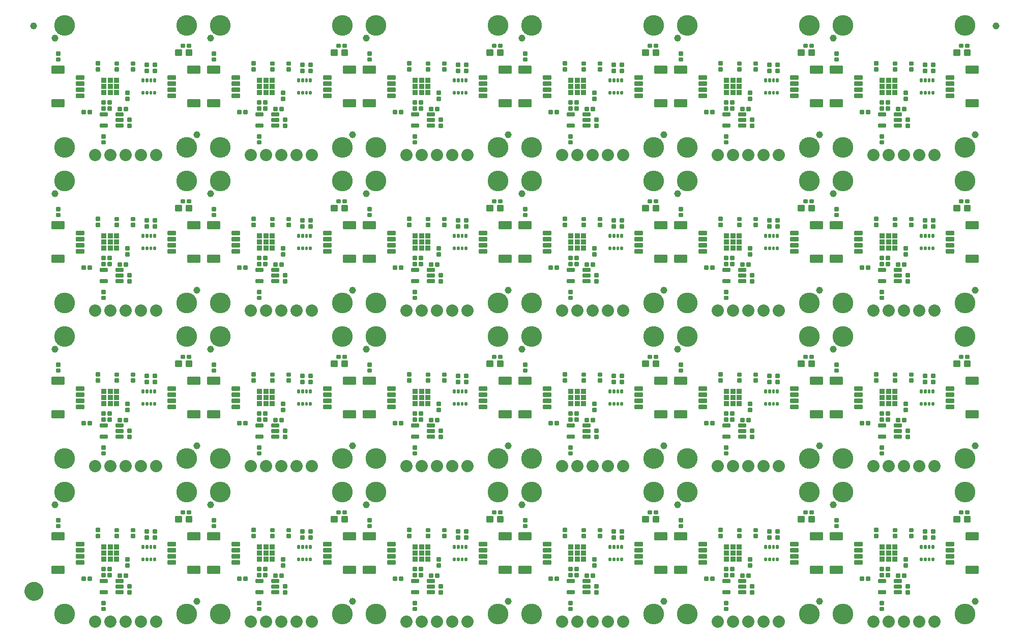
<source format=gts>
G04 EAGLE Gerber RS-274X export*
G75*
%MOMM*%
%FSLAX34Y34*%
%LPD*%
%INSoldermask Top*%
%IPPOS*%
%AMOC8*
5,1,8,0,0,1.08239X$1,22.5*%
G01*
%ADD10C,0.255816*%
%ADD11C,3.454400*%
%ADD12C,1.152400*%
%ADD13C,0.256222*%
%ADD14C,0.243431*%
%ADD15C,2.032000*%
%ADD16R,0.900000X0.850000*%
%ADD17C,0.252862*%
%ADD18C,0.449434*%
%ADD19C,1.270000*%
%ADD20C,1.652400*%


D10*
X82849Y158316D02*
X82849Y153350D01*
X77883Y153350D01*
X77883Y158316D01*
X82849Y158316D01*
X82849Y155780D02*
X77883Y155780D01*
X77883Y158210D02*
X82849Y158210D01*
X82849Y163350D02*
X82849Y168316D01*
X82849Y163350D02*
X77883Y163350D01*
X77883Y168316D01*
X82849Y168316D01*
X82849Y165780D02*
X77883Y165780D01*
X77883Y168210D02*
X82849Y168210D01*
X16758Y169707D02*
X16758Y174673D01*
X16758Y169707D02*
X11792Y169707D01*
X11792Y174673D01*
X16758Y174673D01*
X16758Y172137D02*
X11792Y172137D01*
X11792Y174567D02*
X16758Y174567D01*
X16758Y179707D02*
X16758Y184673D01*
X16758Y179707D02*
X11792Y179707D01*
X11792Y184673D01*
X16758Y184673D01*
X16758Y182137D02*
X11792Y182137D01*
X11792Y184567D02*
X16758Y184567D01*
D11*
X228600Y228600D03*
X25400Y228600D03*
D12*
X8839Y206934D03*
X245339Y46812D03*
D10*
X177489Y150708D02*
X177489Y155674D01*
X177489Y150708D02*
X172523Y150708D01*
X172523Y155674D01*
X177489Y155674D01*
X177489Y153138D02*
X172523Y153138D01*
X172523Y155568D02*
X177489Y155568D01*
X177489Y160708D02*
X177489Y165674D01*
X177489Y160708D02*
X172523Y160708D01*
X172523Y165674D01*
X177489Y165674D01*
X177489Y163138D02*
X172523Y163138D01*
X172523Y165568D02*
X177489Y165568D01*
X141548Y157859D02*
X141548Y152893D01*
X136582Y152893D01*
X136582Y157859D01*
X141548Y157859D01*
X141548Y155323D02*
X136582Y155323D01*
X136582Y157753D02*
X141548Y157753D01*
X141548Y162893D02*
X141548Y167859D01*
X141548Y162893D02*
X136582Y162893D01*
X136582Y167859D01*
X141548Y167859D01*
X141548Y165323D02*
X136582Y165323D01*
X136582Y167753D02*
X141548Y167753D01*
D13*
X173619Y118731D02*
X173619Y114769D01*
X173619Y118731D02*
X176081Y118731D01*
X176081Y114769D01*
X173619Y114769D01*
X173619Y117203D02*
X176081Y117203D01*
X167119Y118731D02*
X167119Y114769D01*
X167119Y118731D02*
X169581Y118731D01*
X169581Y114769D01*
X167119Y114769D01*
X167119Y117203D02*
X169581Y117203D01*
X160619Y118731D02*
X160619Y114769D01*
X160619Y118731D02*
X163081Y118731D01*
X163081Y114769D01*
X160619Y114769D01*
X160619Y117203D02*
X163081Y117203D01*
X154119Y118731D02*
X154119Y114769D01*
X154119Y118731D02*
X156581Y118731D01*
X156581Y114769D01*
X154119Y114769D01*
X154119Y117203D02*
X156581Y117203D01*
X154119Y135269D02*
X154119Y139231D01*
X156581Y139231D01*
X156581Y135269D01*
X154119Y135269D01*
X154119Y137703D02*
X156581Y137703D01*
X160619Y139231D02*
X160619Y135269D01*
X160619Y139231D02*
X163081Y139231D01*
X163081Y135269D01*
X160619Y135269D01*
X160619Y137703D02*
X163081Y137703D01*
X167119Y139231D02*
X167119Y135269D01*
X167119Y139231D02*
X169581Y139231D01*
X169581Y135269D01*
X167119Y135269D01*
X167119Y137703D02*
X169581Y137703D01*
X173619Y139231D02*
X173619Y135269D01*
X173619Y139231D02*
X176081Y139231D01*
X176081Y135269D01*
X173619Y135269D01*
X173619Y137703D02*
X176081Y137703D01*
D14*
X249495Y104545D02*
X249495Y93455D01*
X230405Y93455D01*
X230405Y104545D01*
X249495Y104545D01*
X249495Y95767D02*
X230405Y95767D01*
X230405Y98079D02*
X249495Y98079D01*
X249495Y100391D02*
X230405Y100391D01*
X230405Y102703D02*
X249495Y102703D01*
X249495Y149455D02*
X249495Y160545D01*
X249495Y149455D02*
X230405Y149455D01*
X230405Y160545D01*
X249495Y160545D01*
X249495Y151767D02*
X230405Y151767D01*
X230405Y154079D02*
X249495Y154079D01*
X249495Y156391D02*
X230405Y156391D01*
X230405Y158703D02*
X249495Y158703D01*
D10*
X209433Y114483D02*
X209433Y109517D01*
X196967Y109517D01*
X196967Y114483D01*
X209433Y114483D01*
X209433Y111947D02*
X196967Y111947D01*
X196967Y114377D02*
X209433Y114377D01*
X209433Y119517D02*
X209433Y124483D01*
X209433Y119517D02*
X196967Y119517D01*
X196967Y124483D01*
X209433Y124483D01*
X209433Y121947D02*
X196967Y121947D01*
X196967Y124377D02*
X209433Y124377D01*
X209433Y129517D02*
X209433Y134483D01*
X209433Y129517D02*
X196967Y129517D01*
X196967Y134483D01*
X209433Y134483D01*
X209433Y131947D02*
X196967Y131947D01*
X196967Y134377D02*
X209433Y134377D01*
X209433Y139517D02*
X209433Y144483D01*
X209433Y139517D02*
X196967Y139517D01*
X196967Y144483D01*
X209433Y144483D01*
X209433Y141947D02*
X196967Y141947D01*
X196967Y144377D02*
X209433Y144377D01*
D15*
X76200Y12700D03*
X101600Y12700D03*
X127000Y12700D03*
X152400Y12700D03*
D14*
X4505Y149455D02*
X4505Y160545D01*
X23595Y160545D01*
X23595Y149455D01*
X4505Y149455D01*
X4505Y151767D02*
X23595Y151767D01*
X23595Y154079D02*
X4505Y154079D01*
X4505Y156391D02*
X23595Y156391D01*
X23595Y158703D02*
X4505Y158703D01*
X4505Y104545D02*
X4505Y93455D01*
X4505Y104545D02*
X23595Y104545D01*
X23595Y93455D01*
X4505Y93455D01*
X4505Y95767D02*
X23595Y95767D01*
X23595Y98079D02*
X4505Y98079D01*
X4505Y100391D02*
X23595Y100391D01*
X23595Y102703D02*
X4505Y102703D01*
D10*
X44567Y139517D02*
X44567Y144483D01*
X57033Y144483D01*
X57033Y139517D01*
X44567Y139517D01*
X44567Y141947D02*
X57033Y141947D01*
X57033Y144377D02*
X44567Y144377D01*
X44567Y134483D02*
X44567Y129517D01*
X44567Y134483D02*
X57033Y134483D01*
X57033Y129517D01*
X44567Y129517D01*
X44567Y131947D02*
X57033Y131947D01*
X57033Y134377D02*
X44567Y134377D01*
X44567Y124483D02*
X44567Y119517D01*
X44567Y124483D02*
X57033Y124483D01*
X57033Y119517D01*
X44567Y119517D01*
X44567Y121947D02*
X57033Y121947D01*
X57033Y124377D02*
X44567Y124377D01*
X44567Y114483D02*
X44567Y109517D01*
X44567Y114483D02*
X57033Y114483D01*
X57033Y109517D01*
X44567Y109517D01*
X44567Y111947D02*
X57033Y111947D01*
X57033Y114377D02*
X44567Y114377D01*
D16*
X90750Y137300D03*
X90750Y126800D03*
X90750Y116300D03*
X101250Y137300D03*
X101250Y126800D03*
X101250Y116300D03*
X111750Y137300D03*
X111750Y126800D03*
X111750Y116300D03*
D10*
X114345Y152893D02*
X114345Y157859D01*
X114345Y152893D02*
X109379Y152893D01*
X109379Y157859D01*
X114345Y157859D01*
X114345Y155323D02*
X109379Y155323D01*
X109379Y157753D02*
X114345Y157753D01*
X114345Y162893D02*
X114345Y167859D01*
X114345Y162893D02*
X109379Y162893D01*
X109379Y167859D01*
X114345Y167859D01*
X114345Y165323D02*
X109379Y165323D01*
X109379Y167753D02*
X114345Y167753D01*
X127057Y118853D02*
X127057Y113887D01*
X127057Y118853D02*
X132023Y118853D01*
X132023Y113887D01*
X127057Y113887D01*
X127057Y116317D02*
X132023Y116317D01*
X132023Y118747D02*
X127057Y118747D01*
X127057Y108853D02*
X127057Y103887D01*
X127057Y108853D02*
X132023Y108853D01*
X132023Y103887D01*
X127057Y103887D01*
X127057Y106317D02*
X132023Y106317D01*
X132023Y108747D02*
X127057Y108747D01*
X102343Y102813D02*
X97377Y102813D01*
X102343Y102813D02*
X102343Y97847D01*
X97377Y97847D01*
X97377Y102813D01*
X97377Y100277D02*
X102343Y100277D01*
X102343Y102707D02*
X97377Y102707D01*
X92343Y102813D02*
X87377Y102813D01*
X92343Y102813D02*
X92343Y97847D01*
X87377Y97847D01*
X87377Y102813D01*
X87377Y100277D02*
X92343Y100277D01*
X92343Y102707D02*
X87377Y102707D01*
X59281Y81845D02*
X54315Y81845D01*
X54315Y86811D01*
X59281Y86811D01*
X59281Y81845D01*
X59281Y84275D02*
X54315Y84275D01*
X54315Y86705D02*
X59281Y86705D01*
X64315Y81845D02*
X69281Y81845D01*
X64315Y81845D02*
X64315Y86811D01*
X69281Y86811D01*
X69281Y81845D01*
X69281Y84275D02*
X64315Y84275D01*
X64315Y86705D02*
X69281Y86705D01*
X87128Y46701D02*
X87128Y41735D01*
X87128Y46701D02*
X92094Y46701D01*
X92094Y41735D01*
X87128Y41735D01*
X87128Y44165D02*
X92094Y44165D01*
X92094Y46595D02*
X87128Y46595D01*
X87128Y36701D02*
X87128Y31735D01*
X87128Y36701D02*
X92094Y36701D01*
X92094Y31735D01*
X87128Y31735D01*
X87128Y34165D02*
X92094Y34165D01*
X92094Y36595D02*
X87128Y36595D01*
D17*
X121750Y59677D02*
X121750Y64173D01*
X121750Y59677D02*
X110754Y59677D01*
X110754Y64173D01*
X121750Y64173D01*
X121750Y62080D02*
X110754Y62080D01*
X121750Y69177D02*
X121750Y73673D01*
X121750Y69177D02*
X110754Y69177D01*
X110754Y73673D01*
X121750Y73673D01*
X121750Y71580D02*
X110754Y71580D01*
X121750Y78677D02*
X121750Y83173D01*
X121750Y78677D02*
X110754Y78677D01*
X110754Y83173D01*
X121750Y83173D01*
X121750Y81080D02*
X110754Y81080D01*
X95748Y83173D02*
X95748Y78677D01*
X84752Y78677D01*
X84752Y83173D01*
X95748Y83173D01*
X95748Y81080D02*
X84752Y81080D01*
X95748Y64173D02*
X95748Y59677D01*
X84752Y59677D01*
X84752Y64173D01*
X95748Y64173D01*
X95748Y62080D02*
X84752Y62080D01*
D10*
X135427Y64497D02*
X135427Y59531D01*
X130461Y59531D01*
X130461Y64497D01*
X135427Y64497D01*
X135427Y61961D02*
X130461Y61961D01*
X130461Y64391D02*
X135427Y64391D01*
X135427Y69531D02*
X135427Y74497D01*
X135427Y69531D02*
X130461Y69531D01*
X130461Y74497D01*
X135427Y74497D01*
X135427Y71961D02*
X130461Y71961D01*
X130461Y74391D02*
X135427Y74391D01*
X102318Y92831D02*
X97352Y92831D01*
X102318Y92831D02*
X102318Y87865D01*
X97352Y87865D01*
X97352Y92831D01*
X97352Y90295D02*
X102318Y90295D01*
X102318Y92725D02*
X97352Y92725D01*
X92318Y92831D02*
X87352Y92831D01*
X92318Y92831D02*
X92318Y87865D01*
X87352Y87865D01*
X87352Y92831D01*
X87352Y90295D02*
X92318Y90295D01*
X92318Y92725D02*
X87352Y92725D01*
X114513Y87382D02*
X119479Y87382D01*
X114513Y87382D02*
X114513Y92348D01*
X119479Y92348D01*
X119479Y87382D01*
X119479Y89812D02*
X114513Y89812D01*
X114513Y92242D02*
X119479Y92242D01*
X124513Y87382D02*
X129479Y87382D01*
X124513Y87382D02*
X124513Y92348D01*
X129479Y92348D01*
X129479Y87382D01*
X129479Y89812D02*
X124513Y89812D01*
X124513Y92242D02*
X129479Y92242D01*
D15*
X177800Y12700D03*
D18*
X228597Y179848D02*
X228597Y186878D01*
X235627Y186878D01*
X235627Y179848D01*
X228597Y179848D01*
X228597Y184117D02*
X235627Y184117D01*
X211057Y186878D02*
X211057Y179848D01*
X211057Y186878D02*
X218087Y186878D01*
X218087Y179848D01*
X211057Y179848D01*
X211057Y184117D02*
X218087Y184117D01*
D10*
X219542Y192538D02*
X224508Y192538D01*
X219542Y192538D02*
X219542Y197504D01*
X224508Y197504D01*
X224508Y192538D01*
X224508Y194968D02*
X219542Y194968D01*
X219542Y197398D02*
X224508Y197398D01*
X229542Y192538D02*
X234508Y192538D01*
X229542Y192538D02*
X229542Y197504D01*
X234508Y197504D01*
X234508Y192538D01*
X234508Y194968D02*
X229542Y194968D01*
X229542Y197398D02*
X234508Y197398D01*
D11*
X228600Y25400D03*
X25400Y25400D03*
D10*
X164433Y150835D02*
X164433Y155801D01*
X164433Y150835D02*
X159467Y150835D01*
X159467Y155801D01*
X164433Y155801D01*
X164433Y153265D02*
X159467Y153265D01*
X159467Y155695D02*
X164433Y155695D01*
X164433Y160835D02*
X164433Y165801D01*
X164433Y160835D02*
X159467Y160835D01*
X159467Y165801D01*
X164433Y165801D01*
X164433Y163265D02*
X159467Y163265D01*
X159467Y165695D02*
X164433Y165695D01*
X341929Y158316D02*
X341929Y153350D01*
X336963Y153350D01*
X336963Y158316D01*
X341929Y158316D01*
X341929Y155780D02*
X336963Y155780D01*
X336963Y158210D02*
X341929Y158210D01*
X341929Y163350D02*
X341929Y168316D01*
X341929Y163350D02*
X336963Y163350D01*
X336963Y168316D01*
X341929Y168316D01*
X341929Y165780D02*
X336963Y165780D01*
X336963Y168210D02*
X341929Y168210D01*
X275838Y169707D02*
X275838Y174673D01*
X275838Y169707D02*
X270872Y169707D01*
X270872Y174673D01*
X275838Y174673D01*
X275838Y172137D02*
X270872Y172137D01*
X270872Y174567D02*
X275838Y174567D01*
X275838Y179707D02*
X275838Y184673D01*
X275838Y179707D02*
X270872Y179707D01*
X270872Y184673D01*
X275838Y184673D01*
X275838Y182137D02*
X270872Y182137D01*
X270872Y184567D02*
X275838Y184567D01*
D11*
X487680Y228600D03*
X284480Y228600D03*
D12*
X267919Y206934D03*
X504419Y46812D03*
D10*
X436569Y150708D02*
X436569Y155674D01*
X436569Y150708D02*
X431603Y150708D01*
X431603Y155674D01*
X436569Y155674D01*
X436569Y153138D02*
X431603Y153138D01*
X431603Y155568D02*
X436569Y155568D01*
X436569Y160708D02*
X436569Y165674D01*
X436569Y160708D02*
X431603Y160708D01*
X431603Y165674D01*
X436569Y165674D01*
X436569Y163138D02*
X431603Y163138D01*
X431603Y165568D02*
X436569Y165568D01*
X400628Y157859D02*
X400628Y152893D01*
X395662Y152893D01*
X395662Y157859D01*
X400628Y157859D01*
X400628Y155323D02*
X395662Y155323D01*
X395662Y157753D02*
X400628Y157753D01*
X400628Y162893D02*
X400628Y167859D01*
X400628Y162893D02*
X395662Y162893D01*
X395662Y167859D01*
X400628Y167859D01*
X400628Y165323D02*
X395662Y165323D01*
X395662Y167753D02*
X400628Y167753D01*
D13*
X432699Y118731D02*
X432699Y114769D01*
X432699Y118731D02*
X435161Y118731D01*
X435161Y114769D01*
X432699Y114769D01*
X432699Y117203D02*
X435161Y117203D01*
X426199Y118731D02*
X426199Y114769D01*
X426199Y118731D02*
X428661Y118731D01*
X428661Y114769D01*
X426199Y114769D01*
X426199Y117203D02*
X428661Y117203D01*
X419699Y118731D02*
X419699Y114769D01*
X419699Y118731D02*
X422161Y118731D01*
X422161Y114769D01*
X419699Y114769D01*
X419699Y117203D02*
X422161Y117203D01*
X413199Y118731D02*
X413199Y114769D01*
X413199Y118731D02*
X415661Y118731D01*
X415661Y114769D01*
X413199Y114769D01*
X413199Y117203D02*
X415661Y117203D01*
X413199Y135269D02*
X413199Y139231D01*
X415661Y139231D01*
X415661Y135269D01*
X413199Y135269D01*
X413199Y137703D02*
X415661Y137703D01*
X419699Y139231D02*
X419699Y135269D01*
X419699Y139231D02*
X422161Y139231D01*
X422161Y135269D01*
X419699Y135269D01*
X419699Y137703D02*
X422161Y137703D01*
X426199Y139231D02*
X426199Y135269D01*
X426199Y139231D02*
X428661Y139231D01*
X428661Y135269D01*
X426199Y135269D01*
X426199Y137703D02*
X428661Y137703D01*
X432699Y139231D02*
X432699Y135269D01*
X432699Y139231D02*
X435161Y139231D01*
X435161Y135269D01*
X432699Y135269D01*
X432699Y137703D02*
X435161Y137703D01*
D14*
X508575Y104545D02*
X508575Y93455D01*
X489485Y93455D01*
X489485Y104545D01*
X508575Y104545D01*
X508575Y95767D02*
X489485Y95767D01*
X489485Y98079D02*
X508575Y98079D01*
X508575Y100391D02*
X489485Y100391D01*
X489485Y102703D02*
X508575Y102703D01*
X508575Y149455D02*
X508575Y160545D01*
X508575Y149455D02*
X489485Y149455D01*
X489485Y160545D01*
X508575Y160545D01*
X508575Y151767D02*
X489485Y151767D01*
X489485Y154079D02*
X508575Y154079D01*
X508575Y156391D02*
X489485Y156391D01*
X489485Y158703D02*
X508575Y158703D01*
D10*
X468513Y114483D02*
X468513Y109517D01*
X456047Y109517D01*
X456047Y114483D01*
X468513Y114483D01*
X468513Y111947D02*
X456047Y111947D01*
X456047Y114377D02*
X468513Y114377D01*
X468513Y119517D02*
X468513Y124483D01*
X468513Y119517D02*
X456047Y119517D01*
X456047Y124483D01*
X468513Y124483D01*
X468513Y121947D02*
X456047Y121947D01*
X456047Y124377D02*
X468513Y124377D01*
X468513Y129517D02*
X468513Y134483D01*
X468513Y129517D02*
X456047Y129517D01*
X456047Y134483D01*
X468513Y134483D01*
X468513Y131947D02*
X456047Y131947D01*
X456047Y134377D02*
X468513Y134377D01*
X468513Y139517D02*
X468513Y144483D01*
X468513Y139517D02*
X456047Y139517D01*
X456047Y144483D01*
X468513Y144483D01*
X468513Y141947D02*
X456047Y141947D01*
X456047Y144377D02*
X468513Y144377D01*
D15*
X335280Y12700D03*
X360680Y12700D03*
X386080Y12700D03*
X411480Y12700D03*
D14*
X263585Y149455D02*
X263585Y160545D01*
X282675Y160545D01*
X282675Y149455D01*
X263585Y149455D01*
X263585Y151767D02*
X282675Y151767D01*
X282675Y154079D02*
X263585Y154079D01*
X263585Y156391D02*
X282675Y156391D01*
X282675Y158703D02*
X263585Y158703D01*
X263585Y104545D02*
X263585Y93455D01*
X263585Y104545D02*
X282675Y104545D01*
X282675Y93455D01*
X263585Y93455D01*
X263585Y95767D02*
X282675Y95767D01*
X282675Y98079D02*
X263585Y98079D01*
X263585Y100391D02*
X282675Y100391D01*
X282675Y102703D02*
X263585Y102703D01*
D10*
X303647Y139517D02*
X303647Y144483D01*
X316113Y144483D01*
X316113Y139517D01*
X303647Y139517D01*
X303647Y141947D02*
X316113Y141947D01*
X316113Y144377D02*
X303647Y144377D01*
X303647Y134483D02*
X303647Y129517D01*
X303647Y134483D02*
X316113Y134483D01*
X316113Y129517D01*
X303647Y129517D01*
X303647Y131947D02*
X316113Y131947D01*
X316113Y134377D02*
X303647Y134377D01*
X303647Y124483D02*
X303647Y119517D01*
X303647Y124483D02*
X316113Y124483D01*
X316113Y119517D01*
X303647Y119517D01*
X303647Y121947D02*
X316113Y121947D01*
X316113Y124377D02*
X303647Y124377D01*
X303647Y114483D02*
X303647Y109517D01*
X303647Y114483D02*
X316113Y114483D01*
X316113Y109517D01*
X303647Y109517D01*
X303647Y111947D02*
X316113Y111947D01*
X316113Y114377D02*
X303647Y114377D01*
D16*
X349830Y137300D03*
X349830Y126800D03*
X349830Y116300D03*
X360330Y137300D03*
X360330Y126800D03*
X360330Y116300D03*
X370830Y137300D03*
X370830Y126800D03*
X370830Y116300D03*
D10*
X373425Y152893D02*
X373425Y157859D01*
X373425Y152893D02*
X368459Y152893D01*
X368459Y157859D01*
X373425Y157859D01*
X373425Y155323D02*
X368459Y155323D01*
X368459Y157753D02*
X373425Y157753D01*
X373425Y162893D02*
X373425Y167859D01*
X373425Y162893D02*
X368459Y162893D01*
X368459Y167859D01*
X373425Y167859D01*
X373425Y165323D02*
X368459Y165323D01*
X368459Y167753D02*
X373425Y167753D01*
X386137Y118853D02*
X386137Y113887D01*
X386137Y118853D02*
X391103Y118853D01*
X391103Y113887D01*
X386137Y113887D01*
X386137Y116317D02*
X391103Y116317D01*
X391103Y118747D02*
X386137Y118747D01*
X386137Y108853D02*
X386137Y103887D01*
X386137Y108853D02*
X391103Y108853D01*
X391103Y103887D01*
X386137Y103887D01*
X386137Y106317D02*
X391103Y106317D01*
X391103Y108747D02*
X386137Y108747D01*
X361423Y102813D02*
X356457Y102813D01*
X361423Y102813D02*
X361423Y97847D01*
X356457Y97847D01*
X356457Y102813D01*
X356457Y100277D02*
X361423Y100277D01*
X361423Y102707D02*
X356457Y102707D01*
X351423Y102813D02*
X346457Y102813D01*
X351423Y102813D02*
X351423Y97847D01*
X346457Y97847D01*
X346457Y102813D01*
X346457Y100277D02*
X351423Y100277D01*
X351423Y102707D02*
X346457Y102707D01*
X318361Y81845D02*
X313395Y81845D01*
X313395Y86811D01*
X318361Y86811D01*
X318361Y81845D01*
X318361Y84275D02*
X313395Y84275D01*
X313395Y86705D02*
X318361Y86705D01*
X323395Y81845D02*
X328361Y81845D01*
X323395Y81845D02*
X323395Y86811D01*
X328361Y86811D01*
X328361Y81845D01*
X328361Y84275D02*
X323395Y84275D01*
X323395Y86705D02*
X328361Y86705D01*
X346208Y46701D02*
X346208Y41735D01*
X346208Y46701D02*
X351174Y46701D01*
X351174Y41735D01*
X346208Y41735D01*
X346208Y44165D02*
X351174Y44165D01*
X351174Y46595D02*
X346208Y46595D01*
X346208Y36701D02*
X346208Y31735D01*
X346208Y36701D02*
X351174Y36701D01*
X351174Y31735D01*
X346208Y31735D01*
X346208Y34165D02*
X351174Y34165D01*
X351174Y36595D02*
X346208Y36595D01*
D17*
X380830Y59677D02*
X380830Y64173D01*
X380830Y59677D02*
X369834Y59677D01*
X369834Y64173D01*
X380830Y64173D01*
X380830Y62080D02*
X369834Y62080D01*
X380830Y69177D02*
X380830Y73673D01*
X380830Y69177D02*
X369834Y69177D01*
X369834Y73673D01*
X380830Y73673D01*
X380830Y71580D02*
X369834Y71580D01*
X380830Y78677D02*
X380830Y83173D01*
X380830Y78677D02*
X369834Y78677D01*
X369834Y83173D01*
X380830Y83173D01*
X380830Y81080D02*
X369834Y81080D01*
X354828Y83173D02*
X354828Y78677D01*
X343832Y78677D01*
X343832Y83173D01*
X354828Y83173D01*
X354828Y81080D02*
X343832Y81080D01*
X354828Y64173D02*
X354828Y59677D01*
X343832Y59677D01*
X343832Y64173D01*
X354828Y64173D01*
X354828Y62080D02*
X343832Y62080D01*
D10*
X394507Y64497D02*
X394507Y59531D01*
X389541Y59531D01*
X389541Y64497D01*
X394507Y64497D01*
X394507Y61961D02*
X389541Y61961D01*
X389541Y64391D02*
X394507Y64391D01*
X394507Y69531D02*
X394507Y74497D01*
X394507Y69531D02*
X389541Y69531D01*
X389541Y74497D01*
X394507Y74497D01*
X394507Y71961D02*
X389541Y71961D01*
X389541Y74391D02*
X394507Y74391D01*
X361398Y92831D02*
X356432Y92831D01*
X361398Y92831D02*
X361398Y87865D01*
X356432Y87865D01*
X356432Y92831D01*
X356432Y90295D02*
X361398Y90295D01*
X361398Y92725D02*
X356432Y92725D01*
X351398Y92831D02*
X346432Y92831D01*
X351398Y92831D02*
X351398Y87865D01*
X346432Y87865D01*
X346432Y92831D01*
X346432Y90295D02*
X351398Y90295D01*
X351398Y92725D02*
X346432Y92725D01*
X373593Y87382D02*
X378559Y87382D01*
X373593Y87382D02*
X373593Y92348D01*
X378559Y92348D01*
X378559Y87382D01*
X378559Y89812D02*
X373593Y89812D01*
X373593Y92242D02*
X378559Y92242D01*
X383593Y87382D02*
X388559Y87382D01*
X383593Y87382D02*
X383593Y92348D01*
X388559Y92348D01*
X388559Y87382D01*
X388559Y89812D02*
X383593Y89812D01*
X383593Y92242D02*
X388559Y92242D01*
D15*
X436880Y12700D03*
D18*
X487677Y179848D02*
X487677Y186878D01*
X494707Y186878D01*
X494707Y179848D01*
X487677Y179848D01*
X487677Y184117D02*
X494707Y184117D01*
X470137Y186878D02*
X470137Y179848D01*
X470137Y186878D02*
X477167Y186878D01*
X477167Y179848D01*
X470137Y179848D01*
X470137Y184117D02*
X477167Y184117D01*
D10*
X478622Y192538D02*
X483588Y192538D01*
X478622Y192538D02*
X478622Y197504D01*
X483588Y197504D01*
X483588Y192538D01*
X483588Y194968D02*
X478622Y194968D01*
X478622Y197398D02*
X483588Y197398D01*
X488622Y192538D02*
X493588Y192538D01*
X488622Y192538D02*
X488622Y197504D01*
X493588Y197504D01*
X493588Y192538D01*
X493588Y194968D02*
X488622Y194968D01*
X488622Y197398D02*
X493588Y197398D01*
D11*
X487680Y25400D03*
X284480Y25400D03*
D10*
X423513Y150835D02*
X423513Y155801D01*
X423513Y150835D02*
X418547Y150835D01*
X418547Y155801D01*
X423513Y155801D01*
X423513Y153265D02*
X418547Y153265D01*
X418547Y155695D02*
X423513Y155695D01*
X423513Y160835D02*
X423513Y165801D01*
X423513Y160835D02*
X418547Y160835D01*
X418547Y165801D01*
X423513Y165801D01*
X423513Y163265D02*
X418547Y163265D01*
X418547Y165695D02*
X423513Y165695D01*
X601009Y158316D02*
X601009Y153350D01*
X596043Y153350D01*
X596043Y158316D01*
X601009Y158316D01*
X601009Y155780D02*
X596043Y155780D01*
X596043Y158210D02*
X601009Y158210D01*
X601009Y163350D02*
X601009Y168316D01*
X601009Y163350D02*
X596043Y163350D01*
X596043Y168316D01*
X601009Y168316D01*
X601009Y165780D02*
X596043Y165780D01*
X596043Y168210D02*
X601009Y168210D01*
X534918Y169707D02*
X534918Y174673D01*
X534918Y169707D02*
X529952Y169707D01*
X529952Y174673D01*
X534918Y174673D01*
X534918Y172137D02*
X529952Y172137D01*
X529952Y174567D02*
X534918Y174567D01*
X534918Y179707D02*
X534918Y184673D01*
X534918Y179707D02*
X529952Y179707D01*
X529952Y184673D01*
X534918Y184673D01*
X534918Y182137D02*
X529952Y182137D01*
X529952Y184567D02*
X534918Y184567D01*
D11*
X746760Y228600D03*
X543560Y228600D03*
D12*
X526999Y206934D03*
X763499Y46812D03*
D10*
X695649Y150708D02*
X695649Y155674D01*
X695649Y150708D02*
X690683Y150708D01*
X690683Y155674D01*
X695649Y155674D01*
X695649Y153138D02*
X690683Y153138D01*
X690683Y155568D02*
X695649Y155568D01*
X695649Y160708D02*
X695649Y165674D01*
X695649Y160708D02*
X690683Y160708D01*
X690683Y165674D01*
X695649Y165674D01*
X695649Y163138D02*
X690683Y163138D01*
X690683Y165568D02*
X695649Y165568D01*
X659708Y157859D02*
X659708Y152893D01*
X654742Y152893D01*
X654742Y157859D01*
X659708Y157859D01*
X659708Y155323D02*
X654742Y155323D01*
X654742Y157753D02*
X659708Y157753D01*
X659708Y162893D02*
X659708Y167859D01*
X659708Y162893D02*
X654742Y162893D01*
X654742Y167859D01*
X659708Y167859D01*
X659708Y165323D02*
X654742Y165323D01*
X654742Y167753D02*
X659708Y167753D01*
D13*
X691779Y118731D02*
X691779Y114769D01*
X691779Y118731D02*
X694241Y118731D01*
X694241Y114769D01*
X691779Y114769D01*
X691779Y117203D02*
X694241Y117203D01*
X685279Y118731D02*
X685279Y114769D01*
X685279Y118731D02*
X687741Y118731D01*
X687741Y114769D01*
X685279Y114769D01*
X685279Y117203D02*
X687741Y117203D01*
X678779Y118731D02*
X678779Y114769D01*
X678779Y118731D02*
X681241Y118731D01*
X681241Y114769D01*
X678779Y114769D01*
X678779Y117203D02*
X681241Y117203D01*
X672279Y118731D02*
X672279Y114769D01*
X672279Y118731D02*
X674741Y118731D01*
X674741Y114769D01*
X672279Y114769D01*
X672279Y117203D02*
X674741Y117203D01*
X672279Y135269D02*
X672279Y139231D01*
X674741Y139231D01*
X674741Y135269D01*
X672279Y135269D01*
X672279Y137703D02*
X674741Y137703D01*
X678779Y139231D02*
X678779Y135269D01*
X678779Y139231D02*
X681241Y139231D01*
X681241Y135269D01*
X678779Y135269D01*
X678779Y137703D02*
X681241Y137703D01*
X685279Y139231D02*
X685279Y135269D01*
X685279Y139231D02*
X687741Y139231D01*
X687741Y135269D01*
X685279Y135269D01*
X685279Y137703D02*
X687741Y137703D01*
X691779Y139231D02*
X691779Y135269D01*
X691779Y139231D02*
X694241Y139231D01*
X694241Y135269D01*
X691779Y135269D01*
X691779Y137703D02*
X694241Y137703D01*
D14*
X767655Y104545D02*
X767655Y93455D01*
X748565Y93455D01*
X748565Y104545D01*
X767655Y104545D01*
X767655Y95767D02*
X748565Y95767D01*
X748565Y98079D02*
X767655Y98079D01*
X767655Y100391D02*
X748565Y100391D01*
X748565Y102703D02*
X767655Y102703D01*
X767655Y149455D02*
X767655Y160545D01*
X767655Y149455D02*
X748565Y149455D01*
X748565Y160545D01*
X767655Y160545D01*
X767655Y151767D02*
X748565Y151767D01*
X748565Y154079D02*
X767655Y154079D01*
X767655Y156391D02*
X748565Y156391D01*
X748565Y158703D02*
X767655Y158703D01*
D10*
X727593Y114483D02*
X727593Y109517D01*
X715127Y109517D01*
X715127Y114483D01*
X727593Y114483D01*
X727593Y111947D02*
X715127Y111947D01*
X715127Y114377D02*
X727593Y114377D01*
X727593Y119517D02*
X727593Y124483D01*
X727593Y119517D02*
X715127Y119517D01*
X715127Y124483D01*
X727593Y124483D01*
X727593Y121947D02*
X715127Y121947D01*
X715127Y124377D02*
X727593Y124377D01*
X727593Y129517D02*
X727593Y134483D01*
X727593Y129517D02*
X715127Y129517D01*
X715127Y134483D01*
X727593Y134483D01*
X727593Y131947D02*
X715127Y131947D01*
X715127Y134377D02*
X727593Y134377D01*
X727593Y139517D02*
X727593Y144483D01*
X727593Y139517D02*
X715127Y139517D01*
X715127Y144483D01*
X727593Y144483D01*
X727593Y141947D02*
X715127Y141947D01*
X715127Y144377D02*
X727593Y144377D01*
D15*
X594360Y12700D03*
X619760Y12700D03*
X645160Y12700D03*
X670560Y12700D03*
D14*
X522665Y149455D02*
X522665Y160545D01*
X541755Y160545D01*
X541755Y149455D01*
X522665Y149455D01*
X522665Y151767D02*
X541755Y151767D01*
X541755Y154079D02*
X522665Y154079D01*
X522665Y156391D02*
X541755Y156391D01*
X541755Y158703D02*
X522665Y158703D01*
X522665Y104545D02*
X522665Y93455D01*
X522665Y104545D02*
X541755Y104545D01*
X541755Y93455D01*
X522665Y93455D01*
X522665Y95767D02*
X541755Y95767D01*
X541755Y98079D02*
X522665Y98079D01*
X522665Y100391D02*
X541755Y100391D01*
X541755Y102703D02*
X522665Y102703D01*
D10*
X562727Y139517D02*
X562727Y144483D01*
X575193Y144483D01*
X575193Y139517D01*
X562727Y139517D01*
X562727Y141947D02*
X575193Y141947D01*
X575193Y144377D02*
X562727Y144377D01*
X562727Y134483D02*
X562727Y129517D01*
X562727Y134483D02*
X575193Y134483D01*
X575193Y129517D01*
X562727Y129517D01*
X562727Y131947D02*
X575193Y131947D01*
X575193Y134377D02*
X562727Y134377D01*
X562727Y124483D02*
X562727Y119517D01*
X562727Y124483D02*
X575193Y124483D01*
X575193Y119517D01*
X562727Y119517D01*
X562727Y121947D02*
X575193Y121947D01*
X575193Y124377D02*
X562727Y124377D01*
X562727Y114483D02*
X562727Y109517D01*
X562727Y114483D02*
X575193Y114483D01*
X575193Y109517D01*
X562727Y109517D01*
X562727Y111947D02*
X575193Y111947D01*
X575193Y114377D02*
X562727Y114377D01*
D16*
X608910Y137300D03*
X608910Y126800D03*
X608910Y116300D03*
X619410Y137300D03*
X619410Y126800D03*
X619410Y116300D03*
X629910Y137300D03*
X629910Y126800D03*
X629910Y116300D03*
D10*
X632505Y152893D02*
X632505Y157859D01*
X632505Y152893D02*
X627539Y152893D01*
X627539Y157859D01*
X632505Y157859D01*
X632505Y155323D02*
X627539Y155323D01*
X627539Y157753D02*
X632505Y157753D01*
X632505Y162893D02*
X632505Y167859D01*
X632505Y162893D02*
X627539Y162893D01*
X627539Y167859D01*
X632505Y167859D01*
X632505Y165323D02*
X627539Y165323D01*
X627539Y167753D02*
X632505Y167753D01*
X645217Y118853D02*
X645217Y113887D01*
X645217Y118853D02*
X650183Y118853D01*
X650183Y113887D01*
X645217Y113887D01*
X645217Y116317D02*
X650183Y116317D01*
X650183Y118747D02*
X645217Y118747D01*
X645217Y108853D02*
X645217Y103887D01*
X645217Y108853D02*
X650183Y108853D01*
X650183Y103887D01*
X645217Y103887D01*
X645217Y106317D02*
X650183Y106317D01*
X650183Y108747D02*
X645217Y108747D01*
X620503Y102813D02*
X615537Y102813D01*
X620503Y102813D02*
X620503Y97847D01*
X615537Y97847D01*
X615537Y102813D01*
X615537Y100277D02*
X620503Y100277D01*
X620503Y102707D02*
X615537Y102707D01*
X610503Y102813D02*
X605537Y102813D01*
X610503Y102813D02*
X610503Y97847D01*
X605537Y97847D01*
X605537Y102813D01*
X605537Y100277D02*
X610503Y100277D01*
X610503Y102707D02*
X605537Y102707D01*
X577441Y81845D02*
X572475Y81845D01*
X572475Y86811D01*
X577441Y86811D01*
X577441Y81845D01*
X577441Y84275D02*
X572475Y84275D01*
X572475Y86705D02*
X577441Y86705D01*
X582475Y81845D02*
X587441Y81845D01*
X582475Y81845D02*
X582475Y86811D01*
X587441Y86811D01*
X587441Y81845D01*
X587441Y84275D02*
X582475Y84275D01*
X582475Y86705D02*
X587441Y86705D01*
X605288Y46701D02*
X605288Y41735D01*
X605288Y46701D02*
X610254Y46701D01*
X610254Y41735D01*
X605288Y41735D01*
X605288Y44165D02*
X610254Y44165D01*
X610254Y46595D02*
X605288Y46595D01*
X605288Y36701D02*
X605288Y31735D01*
X605288Y36701D02*
X610254Y36701D01*
X610254Y31735D01*
X605288Y31735D01*
X605288Y34165D02*
X610254Y34165D01*
X610254Y36595D02*
X605288Y36595D01*
D17*
X639910Y59677D02*
X639910Y64173D01*
X639910Y59677D02*
X628914Y59677D01*
X628914Y64173D01*
X639910Y64173D01*
X639910Y62080D02*
X628914Y62080D01*
X639910Y69177D02*
X639910Y73673D01*
X639910Y69177D02*
X628914Y69177D01*
X628914Y73673D01*
X639910Y73673D01*
X639910Y71580D02*
X628914Y71580D01*
X639910Y78677D02*
X639910Y83173D01*
X639910Y78677D02*
X628914Y78677D01*
X628914Y83173D01*
X639910Y83173D01*
X639910Y81080D02*
X628914Y81080D01*
X613908Y83173D02*
X613908Y78677D01*
X602912Y78677D01*
X602912Y83173D01*
X613908Y83173D01*
X613908Y81080D02*
X602912Y81080D01*
X613908Y64173D02*
X613908Y59677D01*
X602912Y59677D01*
X602912Y64173D01*
X613908Y64173D01*
X613908Y62080D02*
X602912Y62080D01*
D10*
X653587Y64497D02*
X653587Y59531D01*
X648621Y59531D01*
X648621Y64497D01*
X653587Y64497D01*
X653587Y61961D02*
X648621Y61961D01*
X648621Y64391D02*
X653587Y64391D01*
X653587Y69531D02*
X653587Y74497D01*
X653587Y69531D02*
X648621Y69531D01*
X648621Y74497D01*
X653587Y74497D01*
X653587Y71961D02*
X648621Y71961D01*
X648621Y74391D02*
X653587Y74391D01*
X620478Y92831D02*
X615512Y92831D01*
X620478Y92831D02*
X620478Y87865D01*
X615512Y87865D01*
X615512Y92831D01*
X615512Y90295D02*
X620478Y90295D01*
X620478Y92725D02*
X615512Y92725D01*
X610478Y92831D02*
X605512Y92831D01*
X610478Y92831D02*
X610478Y87865D01*
X605512Y87865D01*
X605512Y92831D01*
X605512Y90295D02*
X610478Y90295D01*
X610478Y92725D02*
X605512Y92725D01*
X632673Y87382D02*
X637639Y87382D01*
X632673Y87382D02*
X632673Y92348D01*
X637639Y92348D01*
X637639Y87382D01*
X637639Y89812D02*
X632673Y89812D01*
X632673Y92242D02*
X637639Y92242D01*
X642673Y87382D02*
X647639Y87382D01*
X642673Y87382D02*
X642673Y92348D01*
X647639Y92348D01*
X647639Y87382D01*
X647639Y89812D02*
X642673Y89812D01*
X642673Y92242D02*
X647639Y92242D01*
D15*
X695960Y12700D03*
D18*
X746757Y179848D02*
X746757Y186878D01*
X753787Y186878D01*
X753787Y179848D01*
X746757Y179848D01*
X746757Y184117D02*
X753787Y184117D01*
X729217Y186878D02*
X729217Y179848D01*
X729217Y186878D02*
X736247Y186878D01*
X736247Y179848D01*
X729217Y179848D01*
X729217Y184117D02*
X736247Y184117D01*
D10*
X737702Y192538D02*
X742668Y192538D01*
X737702Y192538D02*
X737702Y197504D01*
X742668Y197504D01*
X742668Y192538D01*
X742668Y194968D02*
X737702Y194968D01*
X737702Y197398D02*
X742668Y197398D01*
X747702Y192538D02*
X752668Y192538D01*
X747702Y192538D02*
X747702Y197504D01*
X752668Y197504D01*
X752668Y192538D01*
X752668Y194968D02*
X747702Y194968D01*
X747702Y197398D02*
X752668Y197398D01*
D11*
X746760Y25400D03*
X543560Y25400D03*
D10*
X682593Y150835D02*
X682593Y155801D01*
X682593Y150835D02*
X677627Y150835D01*
X677627Y155801D01*
X682593Y155801D01*
X682593Y153265D02*
X677627Y153265D01*
X677627Y155695D02*
X682593Y155695D01*
X682593Y160835D02*
X682593Y165801D01*
X682593Y160835D02*
X677627Y160835D01*
X677627Y165801D01*
X682593Y165801D01*
X682593Y163265D02*
X677627Y163265D01*
X677627Y165695D02*
X682593Y165695D01*
X860089Y158316D02*
X860089Y153350D01*
X855123Y153350D01*
X855123Y158316D01*
X860089Y158316D01*
X860089Y155780D02*
X855123Y155780D01*
X855123Y158210D02*
X860089Y158210D01*
X860089Y163350D02*
X860089Y168316D01*
X860089Y163350D02*
X855123Y163350D01*
X855123Y168316D01*
X860089Y168316D01*
X860089Y165780D02*
X855123Y165780D01*
X855123Y168210D02*
X860089Y168210D01*
X793998Y169707D02*
X793998Y174673D01*
X793998Y169707D02*
X789032Y169707D01*
X789032Y174673D01*
X793998Y174673D01*
X793998Y172137D02*
X789032Y172137D01*
X789032Y174567D02*
X793998Y174567D01*
X793998Y179707D02*
X793998Y184673D01*
X793998Y179707D02*
X789032Y179707D01*
X789032Y184673D01*
X793998Y184673D01*
X793998Y182137D02*
X789032Y182137D01*
X789032Y184567D02*
X793998Y184567D01*
D11*
X1005840Y228600D03*
X802640Y228600D03*
D12*
X786079Y206934D03*
X1022579Y46812D03*
D10*
X954729Y150708D02*
X954729Y155674D01*
X954729Y150708D02*
X949763Y150708D01*
X949763Y155674D01*
X954729Y155674D01*
X954729Y153138D02*
X949763Y153138D01*
X949763Y155568D02*
X954729Y155568D01*
X954729Y160708D02*
X954729Y165674D01*
X954729Y160708D02*
X949763Y160708D01*
X949763Y165674D01*
X954729Y165674D01*
X954729Y163138D02*
X949763Y163138D01*
X949763Y165568D02*
X954729Y165568D01*
X918788Y157859D02*
X918788Y152893D01*
X913822Y152893D01*
X913822Y157859D01*
X918788Y157859D01*
X918788Y155323D02*
X913822Y155323D01*
X913822Y157753D02*
X918788Y157753D01*
X918788Y162893D02*
X918788Y167859D01*
X918788Y162893D02*
X913822Y162893D01*
X913822Y167859D01*
X918788Y167859D01*
X918788Y165323D02*
X913822Y165323D01*
X913822Y167753D02*
X918788Y167753D01*
D13*
X950859Y118731D02*
X950859Y114769D01*
X950859Y118731D02*
X953321Y118731D01*
X953321Y114769D01*
X950859Y114769D01*
X950859Y117203D02*
X953321Y117203D01*
X944359Y118731D02*
X944359Y114769D01*
X944359Y118731D02*
X946821Y118731D01*
X946821Y114769D01*
X944359Y114769D01*
X944359Y117203D02*
X946821Y117203D01*
X937859Y118731D02*
X937859Y114769D01*
X937859Y118731D02*
X940321Y118731D01*
X940321Y114769D01*
X937859Y114769D01*
X937859Y117203D02*
X940321Y117203D01*
X931359Y118731D02*
X931359Y114769D01*
X931359Y118731D02*
X933821Y118731D01*
X933821Y114769D01*
X931359Y114769D01*
X931359Y117203D02*
X933821Y117203D01*
X931359Y135269D02*
X931359Y139231D01*
X933821Y139231D01*
X933821Y135269D01*
X931359Y135269D01*
X931359Y137703D02*
X933821Y137703D01*
X937859Y139231D02*
X937859Y135269D01*
X937859Y139231D02*
X940321Y139231D01*
X940321Y135269D01*
X937859Y135269D01*
X937859Y137703D02*
X940321Y137703D01*
X944359Y139231D02*
X944359Y135269D01*
X944359Y139231D02*
X946821Y139231D01*
X946821Y135269D01*
X944359Y135269D01*
X944359Y137703D02*
X946821Y137703D01*
X950859Y139231D02*
X950859Y135269D01*
X950859Y139231D02*
X953321Y139231D01*
X953321Y135269D01*
X950859Y135269D01*
X950859Y137703D02*
X953321Y137703D01*
D14*
X1026735Y104545D02*
X1026735Y93455D01*
X1007645Y93455D01*
X1007645Y104545D01*
X1026735Y104545D01*
X1026735Y95767D02*
X1007645Y95767D01*
X1007645Y98079D02*
X1026735Y98079D01*
X1026735Y100391D02*
X1007645Y100391D01*
X1007645Y102703D02*
X1026735Y102703D01*
X1026735Y149455D02*
X1026735Y160545D01*
X1026735Y149455D02*
X1007645Y149455D01*
X1007645Y160545D01*
X1026735Y160545D01*
X1026735Y151767D02*
X1007645Y151767D01*
X1007645Y154079D02*
X1026735Y154079D01*
X1026735Y156391D02*
X1007645Y156391D01*
X1007645Y158703D02*
X1026735Y158703D01*
D10*
X986673Y114483D02*
X986673Y109517D01*
X974207Y109517D01*
X974207Y114483D01*
X986673Y114483D01*
X986673Y111947D02*
X974207Y111947D01*
X974207Y114377D02*
X986673Y114377D01*
X986673Y119517D02*
X986673Y124483D01*
X986673Y119517D02*
X974207Y119517D01*
X974207Y124483D01*
X986673Y124483D01*
X986673Y121947D02*
X974207Y121947D01*
X974207Y124377D02*
X986673Y124377D01*
X986673Y129517D02*
X986673Y134483D01*
X986673Y129517D02*
X974207Y129517D01*
X974207Y134483D01*
X986673Y134483D01*
X986673Y131947D02*
X974207Y131947D01*
X974207Y134377D02*
X986673Y134377D01*
X986673Y139517D02*
X986673Y144483D01*
X986673Y139517D02*
X974207Y139517D01*
X974207Y144483D01*
X986673Y144483D01*
X986673Y141947D02*
X974207Y141947D01*
X974207Y144377D02*
X986673Y144377D01*
D15*
X853440Y12700D03*
X878840Y12700D03*
X904240Y12700D03*
X929640Y12700D03*
D14*
X781745Y149455D02*
X781745Y160545D01*
X800835Y160545D01*
X800835Y149455D01*
X781745Y149455D01*
X781745Y151767D02*
X800835Y151767D01*
X800835Y154079D02*
X781745Y154079D01*
X781745Y156391D02*
X800835Y156391D01*
X800835Y158703D02*
X781745Y158703D01*
X781745Y104545D02*
X781745Y93455D01*
X781745Y104545D02*
X800835Y104545D01*
X800835Y93455D01*
X781745Y93455D01*
X781745Y95767D02*
X800835Y95767D01*
X800835Y98079D02*
X781745Y98079D01*
X781745Y100391D02*
X800835Y100391D01*
X800835Y102703D02*
X781745Y102703D01*
D10*
X821807Y139517D02*
X821807Y144483D01*
X834273Y144483D01*
X834273Y139517D01*
X821807Y139517D01*
X821807Y141947D02*
X834273Y141947D01*
X834273Y144377D02*
X821807Y144377D01*
X821807Y134483D02*
X821807Y129517D01*
X821807Y134483D02*
X834273Y134483D01*
X834273Y129517D01*
X821807Y129517D01*
X821807Y131947D02*
X834273Y131947D01*
X834273Y134377D02*
X821807Y134377D01*
X821807Y124483D02*
X821807Y119517D01*
X821807Y124483D02*
X834273Y124483D01*
X834273Y119517D01*
X821807Y119517D01*
X821807Y121947D02*
X834273Y121947D01*
X834273Y124377D02*
X821807Y124377D01*
X821807Y114483D02*
X821807Y109517D01*
X821807Y114483D02*
X834273Y114483D01*
X834273Y109517D01*
X821807Y109517D01*
X821807Y111947D02*
X834273Y111947D01*
X834273Y114377D02*
X821807Y114377D01*
D16*
X867990Y137300D03*
X867990Y126800D03*
X867990Y116300D03*
X878490Y137300D03*
X878490Y126800D03*
X878490Y116300D03*
X888990Y137300D03*
X888990Y126800D03*
X888990Y116300D03*
D10*
X891585Y152893D02*
X891585Y157859D01*
X891585Y152893D02*
X886619Y152893D01*
X886619Y157859D01*
X891585Y157859D01*
X891585Y155323D02*
X886619Y155323D01*
X886619Y157753D02*
X891585Y157753D01*
X891585Y162893D02*
X891585Y167859D01*
X891585Y162893D02*
X886619Y162893D01*
X886619Y167859D01*
X891585Y167859D01*
X891585Y165323D02*
X886619Y165323D01*
X886619Y167753D02*
X891585Y167753D01*
X904297Y118853D02*
X904297Y113887D01*
X904297Y118853D02*
X909263Y118853D01*
X909263Y113887D01*
X904297Y113887D01*
X904297Y116317D02*
X909263Y116317D01*
X909263Y118747D02*
X904297Y118747D01*
X904297Y108853D02*
X904297Y103887D01*
X904297Y108853D02*
X909263Y108853D01*
X909263Y103887D01*
X904297Y103887D01*
X904297Y106317D02*
X909263Y106317D01*
X909263Y108747D02*
X904297Y108747D01*
X879583Y102813D02*
X874617Y102813D01*
X879583Y102813D02*
X879583Y97847D01*
X874617Y97847D01*
X874617Y102813D01*
X874617Y100277D02*
X879583Y100277D01*
X879583Y102707D02*
X874617Y102707D01*
X869583Y102813D02*
X864617Y102813D01*
X869583Y102813D02*
X869583Y97847D01*
X864617Y97847D01*
X864617Y102813D01*
X864617Y100277D02*
X869583Y100277D01*
X869583Y102707D02*
X864617Y102707D01*
X836521Y81845D02*
X831555Y81845D01*
X831555Y86811D01*
X836521Y86811D01*
X836521Y81845D01*
X836521Y84275D02*
X831555Y84275D01*
X831555Y86705D02*
X836521Y86705D01*
X841555Y81845D02*
X846521Y81845D01*
X841555Y81845D02*
X841555Y86811D01*
X846521Y86811D01*
X846521Y81845D01*
X846521Y84275D02*
X841555Y84275D01*
X841555Y86705D02*
X846521Y86705D01*
X864368Y46701D02*
X864368Y41735D01*
X864368Y46701D02*
X869334Y46701D01*
X869334Y41735D01*
X864368Y41735D01*
X864368Y44165D02*
X869334Y44165D01*
X869334Y46595D02*
X864368Y46595D01*
X864368Y36701D02*
X864368Y31735D01*
X864368Y36701D02*
X869334Y36701D01*
X869334Y31735D01*
X864368Y31735D01*
X864368Y34165D02*
X869334Y34165D01*
X869334Y36595D02*
X864368Y36595D01*
D17*
X898990Y59677D02*
X898990Y64173D01*
X898990Y59677D02*
X887994Y59677D01*
X887994Y64173D01*
X898990Y64173D01*
X898990Y62080D02*
X887994Y62080D01*
X898990Y69177D02*
X898990Y73673D01*
X898990Y69177D02*
X887994Y69177D01*
X887994Y73673D01*
X898990Y73673D01*
X898990Y71580D02*
X887994Y71580D01*
X898990Y78677D02*
X898990Y83173D01*
X898990Y78677D02*
X887994Y78677D01*
X887994Y83173D01*
X898990Y83173D01*
X898990Y81080D02*
X887994Y81080D01*
X872988Y83173D02*
X872988Y78677D01*
X861992Y78677D01*
X861992Y83173D01*
X872988Y83173D01*
X872988Y81080D02*
X861992Y81080D01*
X872988Y64173D02*
X872988Y59677D01*
X861992Y59677D01*
X861992Y64173D01*
X872988Y64173D01*
X872988Y62080D02*
X861992Y62080D01*
D10*
X912667Y64497D02*
X912667Y59531D01*
X907701Y59531D01*
X907701Y64497D01*
X912667Y64497D01*
X912667Y61961D02*
X907701Y61961D01*
X907701Y64391D02*
X912667Y64391D01*
X912667Y69531D02*
X912667Y74497D01*
X912667Y69531D02*
X907701Y69531D01*
X907701Y74497D01*
X912667Y74497D01*
X912667Y71961D02*
X907701Y71961D01*
X907701Y74391D02*
X912667Y74391D01*
X879558Y92831D02*
X874592Y92831D01*
X879558Y92831D02*
X879558Y87865D01*
X874592Y87865D01*
X874592Y92831D01*
X874592Y90295D02*
X879558Y90295D01*
X879558Y92725D02*
X874592Y92725D01*
X869558Y92831D02*
X864592Y92831D01*
X869558Y92831D02*
X869558Y87865D01*
X864592Y87865D01*
X864592Y92831D01*
X864592Y90295D02*
X869558Y90295D01*
X869558Y92725D02*
X864592Y92725D01*
X891753Y87382D02*
X896719Y87382D01*
X891753Y87382D02*
X891753Y92348D01*
X896719Y92348D01*
X896719Y87382D01*
X896719Y89812D02*
X891753Y89812D01*
X891753Y92242D02*
X896719Y92242D01*
X901753Y87382D02*
X906719Y87382D01*
X901753Y87382D02*
X901753Y92348D01*
X906719Y92348D01*
X906719Y87382D01*
X906719Y89812D02*
X901753Y89812D01*
X901753Y92242D02*
X906719Y92242D01*
D15*
X955040Y12700D03*
D18*
X1005837Y179848D02*
X1005837Y186878D01*
X1012867Y186878D01*
X1012867Y179848D01*
X1005837Y179848D01*
X1005837Y184117D02*
X1012867Y184117D01*
X988297Y186878D02*
X988297Y179848D01*
X988297Y186878D02*
X995327Y186878D01*
X995327Y179848D01*
X988297Y179848D01*
X988297Y184117D02*
X995327Y184117D01*
D10*
X996782Y192538D02*
X1001748Y192538D01*
X996782Y192538D02*
X996782Y197504D01*
X1001748Y197504D01*
X1001748Y192538D01*
X1001748Y194968D02*
X996782Y194968D01*
X996782Y197398D02*
X1001748Y197398D01*
X1006782Y192538D02*
X1011748Y192538D01*
X1006782Y192538D02*
X1006782Y197504D01*
X1011748Y197504D01*
X1011748Y192538D01*
X1011748Y194968D02*
X1006782Y194968D01*
X1006782Y197398D02*
X1011748Y197398D01*
D11*
X1005840Y25400D03*
X802640Y25400D03*
D10*
X941673Y150835D02*
X941673Y155801D01*
X941673Y150835D02*
X936707Y150835D01*
X936707Y155801D01*
X941673Y155801D01*
X941673Y153265D02*
X936707Y153265D01*
X936707Y155695D02*
X941673Y155695D01*
X941673Y160835D02*
X941673Y165801D01*
X941673Y160835D02*
X936707Y160835D01*
X936707Y165801D01*
X941673Y165801D01*
X941673Y163265D02*
X936707Y163265D01*
X936707Y165695D02*
X941673Y165695D01*
X1119169Y158316D02*
X1119169Y153350D01*
X1114203Y153350D01*
X1114203Y158316D01*
X1119169Y158316D01*
X1119169Y155780D02*
X1114203Y155780D01*
X1114203Y158210D02*
X1119169Y158210D01*
X1119169Y163350D02*
X1119169Y168316D01*
X1119169Y163350D02*
X1114203Y163350D01*
X1114203Y168316D01*
X1119169Y168316D01*
X1119169Y165780D02*
X1114203Y165780D01*
X1114203Y168210D02*
X1119169Y168210D01*
X1053078Y169707D02*
X1053078Y174673D01*
X1053078Y169707D02*
X1048112Y169707D01*
X1048112Y174673D01*
X1053078Y174673D01*
X1053078Y172137D02*
X1048112Y172137D01*
X1048112Y174567D02*
X1053078Y174567D01*
X1053078Y179707D02*
X1053078Y184673D01*
X1053078Y179707D02*
X1048112Y179707D01*
X1048112Y184673D01*
X1053078Y184673D01*
X1053078Y182137D02*
X1048112Y182137D01*
X1048112Y184567D02*
X1053078Y184567D01*
D11*
X1264920Y228600D03*
X1061720Y228600D03*
D12*
X1045159Y206934D03*
X1281659Y46812D03*
D10*
X1213809Y150708D02*
X1213809Y155674D01*
X1213809Y150708D02*
X1208843Y150708D01*
X1208843Y155674D01*
X1213809Y155674D01*
X1213809Y153138D02*
X1208843Y153138D01*
X1208843Y155568D02*
X1213809Y155568D01*
X1213809Y160708D02*
X1213809Y165674D01*
X1213809Y160708D02*
X1208843Y160708D01*
X1208843Y165674D01*
X1213809Y165674D01*
X1213809Y163138D02*
X1208843Y163138D01*
X1208843Y165568D02*
X1213809Y165568D01*
X1177868Y157859D02*
X1177868Y152893D01*
X1172902Y152893D01*
X1172902Y157859D01*
X1177868Y157859D01*
X1177868Y155323D02*
X1172902Y155323D01*
X1172902Y157753D02*
X1177868Y157753D01*
X1177868Y162893D02*
X1177868Y167859D01*
X1177868Y162893D02*
X1172902Y162893D01*
X1172902Y167859D01*
X1177868Y167859D01*
X1177868Y165323D02*
X1172902Y165323D01*
X1172902Y167753D02*
X1177868Y167753D01*
D13*
X1209939Y118731D02*
X1209939Y114769D01*
X1209939Y118731D02*
X1212401Y118731D01*
X1212401Y114769D01*
X1209939Y114769D01*
X1209939Y117203D02*
X1212401Y117203D01*
X1203439Y118731D02*
X1203439Y114769D01*
X1203439Y118731D02*
X1205901Y118731D01*
X1205901Y114769D01*
X1203439Y114769D01*
X1203439Y117203D02*
X1205901Y117203D01*
X1196939Y118731D02*
X1196939Y114769D01*
X1196939Y118731D02*
X1199401Y118731D01*
X1199401Y114769D01*
X1196939Y114769D01*
X1196939Y117203D02*
X1199401Y117203D01*
X1190439Y118731D02*
X1190439Y114769D01*
X1190439Y118731D02*
X1192901Y118731D01*
X1192901Y114769D01*
X1190439Y114769D01*
X1190439Y117203D02*
X1192901Y117203D01*
X1190439Y135269D02*
X1190439Y139231D01*
X1192901Y139231D01*
X1192901Y135269D01*
X1190439Y135269D01*
X1190439Y137703D02*
X1192901Y137703D01*
X1196939Y139231D02*
X1196939Y135269D01*
X1196939Y139231D02*
X1199401Y139231D01*
X1199401Y135269D01*
X1196939Y135269D01*
X1196939Y137703D02*
X1199401Y137703D01*
X1203439Y139231D02*
X1203439Y135269D01*
X1203439Y139231D02*
X1205901Y139231D01*
X1205901Y135269D01*
X1203439Y135269D01*
X1203439Y137703D02*
X1205901Y137703D01*
X1209939Y139231D02*
X1209939Y135269D01*
X1209939Y139231D02*
X1212401Y139231D01*
X1212401Y135269D01*
X1209939Y135269D01*
X1209939Y137703D02*
X1212401Y137703D01*
D14*
X1285815Y104545D02*
X1285815Y93455D01*
X1266725Y93455D01*
X1266725Y104545D01*
X1285815Y104545D01*
X1285815Y95767D02*
X1266725Y95767D01*
X1266725Y98079D02*
X1285815Y98079D01*
X1285815Y100391D02*
X1266725Y100391D01*
X1266725Y102703D02*
X1285815Y102703D01*
X1285815Y149455D02*
X1285815Y160545D01*
X1285815Y149455D02*
X1266725Y149455D01*
X1266725Y160545D01*
X1285815Y160545D01*
X1285815Y151767D02*
X1266725Y151767D01*
X1266725Y154079D02*
X1285815Y154079D01*
X1285815Y156391D02*
X1266725Y156391D01*
X1266725Y158703D02*
X1285815Y158703D01*
D10*
X1245753Y114483D02*
X1245753Y109517D01*
X1233287Y109517D01*
X1233287Y114483D01*
X1245753Y114483D01*
X1245753Y111947D02*
X1233287Y111947D01*
X1233287Y114377D02*
X1245753Y114377D01*
X1245753Y119517D02*
X1245753Y124483D01*
X1245753Y119517D02*
X1233287Y119517D01*
X1233287Y124483D01*
X1245753Y124483D01*
X1245753Y121947D02*
X1233287Y121947D01*
X1233287Y124377D02*
X1245753Y124377D01*
X1245753Y129517D02*
X1245753Y134483D01*
X1245753Y129517D02*
X1233287Y129517D01*
X1233287Y134483D01*
X1245753Y134483D01*
X1245753Y131947D02*
X1233287Y131947D01*
X1233287Y134377D02*
X1245753Y134377D01*
X1245753Y139517D02*
X1245753Y144483D01*
X1245753Y139517D02*
X1233287Y139517D01*
X1233287Y144483D01*
X1245753Y144483D01*
X1245753Y141947D02*
X1233287Y141947D01*
X1233287Y144377D02*
X1245753Y144377D01*
D15*
X1112520Y12700D03*
X1137920Y12700D03*
X1163320Y12700D03*
X1188720Y12700D03*
D14*
X1040825Y149455D02*
X1040825Y160545D01*
X1059915Y160545D01*
X1059915Y149455D01*
X1040825Y149455D01*
X1040825Y151767D02*
X1059915Y151767D01*
X1059915Y154079D02*
X1040825Y154079D01*
X1040825Y156391D02*
X1059915Y156391D01*
X1059915Y158703D02*
X1040825Y158703D01*
X1040825Y104545D02*
X1040825Y93455D01*
X1040825Y104545D02*
X1059915Y104545D01*
X1059915Y93455D01*
X1040825Y93455D01*
X1040825Y95767D02*
X1059915Y95767D01*
X1059915Y98079D02*
X1040825Y98079D01*
X1040825Y100391D02*
X1059915Y100391D01*
X1059915Y102703D02*
X1040825Y102703D01*
D10*
X1080887Y139517D02*
X1080887Y144483D01*
X1093353Y144483D01*
X1093353Y139517D01*
X1080887Y139517D01*
X1080887Y141947D02*
X1093353Y141947D01*
X1093353Y144377D02*
X1080887Y144377D01*
X1080887Y134483D02*
X1080887Y129517D01*
X1080887Y134483D02*
X1093353Y134483D01*
X1093353Y129517D01*
X1080887Y129517D01*
X1080887Y131947D02*
X1093353Y131947D01*
X1093353Y134377D02*
X1080887Y134377D01*
X1080887Y124483D02*
X1080887Y119517D01*
X1080887Y124483D02*
X1093353Y124483D01*
X1093353Y119517D01*
X1080887Y119517D01*
X1080887Y121947D02*
X1093353Y121947D01*
X1093353Y124377D02*
X1080887Y124377D01*
X1080887Y114483D02*
X1080887Y109517D01*
X1080887Y114483D02*
X1093353Y114483D01*
X1093353Y109517D01*
X1080887Y109517D01*
X1080887Y111947D02*
X1093353Y111947D01*
X1093353Y114377D02*
X1080887Y114377D01*
D16*
X1127070Y137300D03*
X1127070Y126800D03*
X1127070Y116300D03*
X1137570Y137300D03*
X1137570Y126800D03*
X1137570Y116300D03*
X1148070Y137300D03*
X1148070Y126800D03*
X1148070Y116300D03*
D10*
X1150665Y152893D02*
X1150665Y157859D01*
X1150665Y152893D02*
X1145699Y152893D01*
X1145699Y157859D01*
X1150665Y157859D01*
X1150665Y155323D02*
X1145699Y155323D01*
X1145699Y157753D02*
X1150665Y157753D01*
X1150665Y162893D02*
X1150665Y167859D01*
X1150665Y162893D02*
X1145699Y162893D01*
X1145699Y167859D01*
X1150665Y167859D01*
X1150665Y165323D02*
X1145699Y165323D01*
X1145699Y167753D02*
X1150665Y167753D01*
X1163377Y118853D02*
X1163377Y113887D01*
X1163377Y118853D02*
X1168343Y118853D01*
X1168343Y113887D01*
X1163377Y113887D01*
X1163377Y116317D02*
X1168343Y116317D01*
X1168343Y118747D02*
X1163377Y118747D01*
X1163377Y108853D02*
X1163377Y103887D01*
X1163377Y108853D02*
X1168343Y108853D01*
X1168343Y103887D01*
X1163377Y103887D01*
X1163377Y106317D02*
X1168343Y106317D01*
X1168343Y108747D02*
X1163377Y108747D01*
X1138663Y102813D02*
X1133697Y102813D01*
X1138663Y102813D02*
X1138663Y97847D01*
X1133697Y97847D01*
X1133697Y102813D01*
X1133697Y100277D02*
X1138663Y100277D01*
X1138663Y102707D02*
X1133697Y102707D01*
X1128663Y102813D02*
X1123697Y102813D01*
X1128663Y102813D02*
X1128663Y97847D01*
X1123697Y97847D01*
X1123697Y102813D01*
X1123697Y100277D02*
X1128663Y100277D01*
X1128663Y102707D02*
X1123697Y102707D01*
X1095601Y81845D02*
X1090635Y81845D01*
X1090635Y86811D01*
X1095601Y86811D01*
X1095601Y81845D01*
X1095601Y84275D02*
X1090635Y84275D01*
X1090635Y86705D02*
X1095601Y86705D01*
X1100635Y81845D02*
X1105601Y81845D01*
X1100635Y81845D02*
X1100635Y86811D01*
X1105601Y86811D01*
X1105601Y81845D01*
X1105601Y84275D02*
X1100635Y84275D01*
X1100635Y86705D02*
X1105601Y86705D01*
X1123448Y46701D02*
X1123448Y41735D01*
X1123448Y46701D02*
X1128414Y46701D01*
X1128414Y41735D01*
X1123448Y41735D01*
X1123448Y44165D02*
X1128414Y44165D01*
X1128414Y46595D02*
X1123448Y46595D01*
X1123448Y36701D02*
X1123448Y31735D01*
X1123448Y36701D02*
X1128414Y36701D01*
X1128414Y31735D01*
X1123448Y31735D01*
X1123448Y34165D02*
X1128414Y34165D01*
X1128414Y36595D02*
X1123448Y36595D01*
D17*
X1158070Y59677D02*
X1158070Y64173D01*
X1158070Y59677D02*
X1147074Y59677D01*
X1147074Y64173D01*
X1158070Y64173D01*
X1158070Y62080D02*
X1147074Y62080D01*
X1158070Y69177D02*
X1158070Y73673D01*
X1158070Y69177D02*
X1147074Y69177D01*
X1147074Y73673D01*
X1158070Y73673D01*
X1158070Y71580D02*
X1147074Y71580D01*
X1158070Y78677D02*
X1158070Y83173D01*
X1158070Y78677D02*
X1147074Y78677D01*
X1147074Y83173D01*
X1158070Y83173D01*
X1158070Y81080D02*
X1147074Y81080D01*
X1132068Y83173D02*
X1132068Y78677D01*
X1121072Y78677D01*
X1121072Y83173D01*
X1132068Y83173D01*
X1132068Y81080D02*
X1121072Y81080D01*
X1132068Y64173D02*
X1132068Y59677D01*
X1121072Y59677D01*
X1121072Y64173D01*
X1132068Y64173D01*
X1132068Y62080D02*
X1121072Y62080D01*
D10*
X1171747Y64497D02*
X1171747Y59531D01*
X1166781Y59531D01*
X1166781Y64497D01*
X1171747Y64497D01*
X1171747Y61961D02*
X1166781Y61961D01*
X1166781Y64391D02*
X1171747Y64391D01*
X1171747Y69531D02*
X1171747Y74497D01*
X1171747Y69531D02*
X1166781Y69531D01*
X1166781Y74497D01*
X1171747Y74497D01*
X1171747Y71961D02*
X1166781Y71961D01*
X1166781Y74391D02*
X1171747Y74391D01*
X1138638Y92831D02*
X1133672Y92831D01*
X1138638Y92831D02*
X1138638Y87865D01*
X1133672Y87865D01*
X1133672Y92831D01*
X1133672Y90295D02*
X1138638Y90295D01*
X1138638Y92725D02*
X1133672Y92725D01*
X1128638Y92831D02*
X1123672Y92831D01*
X1128638Y92831D02*
X1128638Y87865D01*
X1123672Y87865D01*
X1123672Y92831D01*
X1123672Y90295D02*
X1128638Y90295D01*
X1128638Y92725D02*
X1123672Y92725D01*
X1150833Y87382D02*
X1155799Y87382D01*
X1150833Y87382D02*
X1150833Y92348D01*
X1155799Y92348D01*
X1155799Y87382D01*
X1155799Y89812D02*
X1150833Y89812D01*
X1150833Y92242D02*
X1155799Y92242D01*
X1160833Y87382D02*
X1165799Y87382D01*
X1160833Y87382D02*
X1160833Y92348D01*
X1165799Y92348D01*
X1165799Y87382D01*
X1165799Y89812D02*
X1160833Y89812D01*
X1160833Y92242D02*
X1165799Y92242D01*
D15*
X1214120Y12700D03*
D18*
X1264917Y179848D02*
X1264917Y186878D01*
X1271947Y186878D01*
X1271947Y179848D01*
X1264917Y179848D01*
X1264917Y184117D02*
X1271947Y184117D01*
X1247377Y186878D02*
X1247377Y179848D01*
X1247377Y186878D02*
X1254407Y186878D01*
X1254407Y179848D01*
X1247377Y179848D01*
X1247377Y184117D02*
X1254407Y184117D01*
D10*
X1255862Y192538D02*
X1260828Y192538D01*
X1255862Y192538D02*
X1255862Y197504D01*
X1260828Y197504D01*
X1260828Y192538D01*
X1260828Y194968D02*
X1255862Y194968D01*
X1255862Y197398D02*
X1260828Y197398D01*
X1265862Y192538D02*
X1270828Y192538D01*
X1265862Y192538D02*
X1265862Y197504D01*
X1270828Y197504D01*
X1270828Y192538D01*
X1270828Y194968D02*
X1265862Y194968D01*
X1265862Y197398D02*
X1270828Y197398D01*
D11*
X1264920Y25400D03*
X1061720Y25400D03*
D10*
X1200753Y150835D02*
X1200753Y155801D01*
X1200753Y150835D02*
X1195787Y150835D01*
X1195787Y155801D01*
X1200753Y155801D01*
X1200753Y153265D02*
X1195787Y153265D01*
X1195787Y155695D02*
X1200753Y155695D01*
X1200753Y160835D02*
X1200753Y165801D01*
X1200753Y160835D02*
X1195787Y160835D01*
X1195787Y165801D01*
X1200753Y165801D01*
X1200753Y163265D02*
X1195787Y163265D01*
X1195787Y165695D02*
X1200753Y165695D01*
X1378249Y158316D02*
X1378249Y153350D01*
X1373283Y153350D01*
X1373283Y158316D01*
X1378249Y158316D01*
X1378249Y155780D02*
X1373283Y155780D01*
X1373283Y158210D02*
X1378249Y158210D01*
X1378249Y163350D02*
X1378249Y168316D01*
X1378249Y163350D02*
X1373283Y163350D01*
X1373283Y168316D01*
X1378249Y168316D01*
X1378249Y165780D02*
X1373283Y165780D01*
X1373283Y168210D02*
X1378249Y168210D01*
X1312158Y169707D02*
X1312158Y174673D01*
X1312158Y169707D02*
X1307192Y169707D01*
X1307192Y174673D01*
X1312158Y174673D01*
X1312158Y172137D02*
X1307192Y172137D01*
X1307192Y174567D02*
X1312158Y174567D01*
X1312158Y179707D02*
X1312158Y184673D01*
X1312158Y179707D02*
X1307192Y179707D01*
X1307192Y184673D01*
X1312158Y184673D01*
X1312158Y182137D02*
X1307192Y182137D01*
X1307192Y184567D02*
X1312158Y184567D01*
D11*
X1524000Y228600D03*
X1320800Y228600D03*
D12*
X1304239Y206934D03*
X1540739Y46812D03*
D10*
X1472889Y150708D02*
X1472889Y155674D01*
X1472889Y150708D02*
X1467923Y150708D01*
X1467923Y155674D01*
X1472889Y155674D01*
X1472889Y153138D02*
X1467923Y153138D01*
X1467923Y155568D02*
X1472889Y155568D01*
X1472889Y160708D02*
X1472889Y165674D01*
X1472889Y160708D02*
X1467923Y160708D01*
X1467923Y165674D01*
X1472889Y165674D01*
X1472889Y163138D02*
X1467923Y163138D01*
X1467923Y165568D02*
X1472889Y165568D01*
X1436948Y157859D02*
X1436948Y152893D01*
X1431982Y152893D01*
X1431982Y157859D01*
X1436948Y157859D01*
X1436948Y155323D02*
X1431982Y155323D01*
X1431982Y157753D02*
X1436948Y157753D01*
X1436948Y162893D02*
X1436948Y167859D01*
X1436948Y162893D02*
X1431982Y162893D01*
X1431982Y167859D01*
X1436948Y167859D01*
X1436948Y165323D02*
X1431982Y165323D01*
X1431982Y167753D02*
X1436948Y167753D01*
D13*
X1469019Y118731D02*
X1469019Y114769D01*
X1469019Y118731D02*
X1471481Y118731D01*
X1471481Y114769D01*
X1469019Y114769D01*
X1469019Y117203D02*
X1471481Y117203D01*
X1462519Y118731D02*
X1462519Y114769D01*
X1462519Y118731D02*
X1464981Y118731D01*
X1464981Y114769D01*
X1462519Y114769D01*
X1462519Y117203D02*
X1464981Y117203D01*
X1456019Y118731D02*
X1456019Y114769D01*
X1456019Y118731D02*
X1458481Y118731D01*
X1458481Y114769D01*
X1456019Y114769D01*
X1456019Y117203D02*
X1458481Y117203D01*
X1449519Y118731D02*
X1449519Y114769D01*
X1449519Y118731D02*
X1451981Y118731D01*
X1451981Y114769D01*
X1449519Y114769D01*
X1449519Y117203D02*
X1451981Y117203D01*
X1449519Y135269D02*
X1449519Y139231D01*
X1451981Y139231D01*
X1451981Y135269D01*
X1449519Y135269D01*
X1449519Y137703D02*
X1451981Y137703D01*
X1456019Y139231D02*
X1456019Y135269D01*
X1456019Y139231D02*
X1458481Y139231D01*
X1458481Y135269D01*
X1456019Y135269D01*
X1456019Y137703D02*
X1458481Y137703D01*
X1462519Y139231D02*
X1462519Y135269D01*
X1462519Y139231D02*
X1464981Y139231D01*
X1464981Y135269D01*
X1462519Y135269D01*
X1462519Y137703D02*
X1464981Y137703D01*
X1469019Y139231D02*
X1469019Y135269D01*
X1469019Y139231D02*
X1471481Y139231D01*
X1471481Y135269D01*
X1469019Y135269D01*
X1469019Y137703D02*
X1471481Y137703D01*
D14*
X1544895Y104545D02*
X1544895Y93455D01*
X1525805Y93455D01*
X1525805Y104545D01*
X1544895Y104545D01*
X1544895Y95767D02*
X1525805Y95767D01*
X1525805Y98079D02*
X1544895Y98079D01*
X1544895Y100391D02*
X1525805Y100391D01*
X1525805Y102703D02*
X1544895Y102703D01*
X1544895Y149455D02*
X1544895Y160545D01*
X1544895Y149455D02*
X1525805Y149455D01*
X1525805Y160545D01*
X1544895Y160545D01*
X1544895Y151767D02*
X1525805Y151767D01*
X1525805Y154079D02*
X1544895Y154079D01*
X1544895Y156391D02*
X1525805Y156391D01*
X1525805Y158703D02*
X1544895Y158703D01*
D10*
X1504833Y114483D02*
X1504833Y109517D01*
X1492367Y109517D01*
X1492367Y114483D01*
X1504833Y114483D01*
X1504833Y111947D02*
X1492367Y111947D01*
X1492367Y114377D02*
X1504833Y114377D01*
X1504833Y119517D02*
X1504833Y124483D01*
X1504833Y119517D02*
X1492367Y119517D01*
X1492367Y124483D01*
X1504833Y124483D01*
X1504833Y121947D02*
X1492367Y121947D01*
X1492367Y124377D02*
X1504833Y124377D01*
X1504833Y129517D02*
X1504833Y134483D01*
X1504833Y129517D02*
X1492367Y129517D01*
X1492367Y134483D01*
X1504833Y134483D01*
X1504833Y131947D02*
X1492367Y131947D01*
X1492367Y134377D02*
X1504833Y134377D01*
X1504833Y139517D02*
X1504833Y144483D01*
X1504833Y139517D02*
X1492367Y139517D01*
X1492367Y144483D01*
X1504833Y144483D01*
X1504833Y141947D02*
X1492367Y141947D01*
X1492367Y144377D02*
X1504833Y144377D01*
D15*
X1371600Y12700D03*
X1397000Y12700D03*
X1422400Y12700D03*
X1447800Y12700D03*
D14*
X1299905Y149455D02*
X1299905Y160545D01*
X1318995Y160545D01*
X1318995Y149455D01*
X1299905Y149455D01*
X1299905Y151767D02*
X1318995Y151767D01*
X1318995Y154079D02*
X1299905Y154079D01*
X1299905Y156391D02*
X1318995Y156391D01*
X1318995Y158703D02*
X1299905Y158703D01*
X1299905Y104545D02*
X1299905Y93455D01*
X1299905Y104545D02*
X1318995Y104545D01*
X1318995Y93455D01*
X1299905Y93455D01*
X1299905Y95767D02*
X1318995Y95767D01*
X1318995Y98079D02*
X1299905Y98079D01*
X1299905Y100391D02*
X1318995Y100391D01*
X1318995Y102703D02*
X1299905Y102703D01*
D10*
X1339967Y139517D02*
X1339967Y144483D01*
X1352433Y144483D01*
X1352433Y139517D01*
X1339967Y139517D01*
X1339967Y141947D02*
X1352433Y141947D01*
X1352433Y144377D02*
X1339967Y144377D01*
X1339967Y134483D02*
X1339967Y129517D01*
X1339967Y134483D02*
X1352433Y134483D01*
X1352433Y129517D01*
X1339967Y129517D01*
X1339967Y131947D02*
X1352433Y131947D01*
X1352433Y134377D02*
X1339967Y134377D01*
X1339967Y124483D02*
X1339967Y119517D01*
X1339967Y124483D02*
X1352433Y124483D01*
X1352433Y119517D01*
X1339967Y119517D01*
X1339967Y121947D02*
X1352433Y121947D01*
X1352433Y124377D02*
X1339967Y124377D01*
X1339967Y114483D02*
X1339967Y109517D01*
X1339967Y114483D02*
X1352433Y114483D01*
X1352433Y109517D01*
X1339967Y109517D01*
X1339967Y111947D02*
X1352433Y111947D01*
X1352433Y114377D02*
X1339967Y114377D01*
D16*
X1386150Y137300D03*
X1386150Y126800D03*
X1386150Y116300D03*
X1396650Y137300D03*
X1396650Y126800D03*
X1396650Y116300D03*
X1407150Y137300D03*
X1407150Y126800D03*
X1407150Y116300D03*
D10*
X1409745Y152893D02*
X1409745Y157859D01*
X1409745Y152893D02*
X1404779Y152893D01*
X1404779Y157859D01*
X1409745Y157859D01*
X1409745Y155323D02*
X1404779Y155323D01*
X1404779Y157753D02*
X1409745Y157753D01*
X1409745Y162893D02*
X1409745Y167859D01*
X1409745Y162893D02*
X1404779Y162893D01*
X1404779Y167859D01*
X1409745Y167859D01*
X1409745Y165323D02*
X1404779Y165323D01*
X1404779Y167753D02*
X1409745Y167753D01*
X1422457Y118853D02*
X1422457Y113887D01*
X1422457Y118853D02*
X1427423Y118853D01*
X1427423Y113887D01*
X1422457Y113887D01*
X1422457Y116317D02*
X1427423Y116317D01*
X1427423Y118747D02*
X1422457Y118747D01*
X1422457Y108853D02*
X1422457Y103887D01*
X1422457Y108853D02*
X1427423Y108853D01*
X1427423Y103887D01*
X1422457Y103887D01*
X1422457Y106317D02*
X1427423Y106317D01*
X1427423Y108747D02*
X1422457Y108747D01*
X1397743Y102813D02*
X1392777Y102813D01*
X1397743Y102813D02*
X1397743Y97847D01*
X1392777Y97847D01*
X1392777Y102813D01*
X1392777Y100277D02*
X1397743Y100277D01*
X1397743Y102707D02*
X1392777Y102707D01*
X1387743Y102813D02*
X1382777Y102813D01*
X1387743Y102813D02*
X1387743Y97847D01*
X1382777Y97847D01*
X1382777Y102813D01*
X1382777Y100277D02*
X1387743Y100277D01*
X1387743Y102707D02*
X1382777Y102707D01*
X1354681Y81845D02*
X1349715Y81845D01*
X1349715Y86811D01*
X1354681Y86811D01*
X1354681Y81845D01*
X1354681Y84275D02*
X1349715Y84275D01*
X1349715Y86705D02*
X1354681Y86705D01*
X1359715Y81845D02*
X1364681Y81845D01*
X1359715Y81845D02*
X1359715Y86811D01*
X1364681Y86811D01*
X1364681Y81845D01*
X1364681Y84275D02*
X1359715Y84275D01*
X1359715Y86705D02*
X1364681Y86705D01*
X1382528Y46701D02*
X1382528Y41735D01*
X1382528Y46701D02*
X1387494Y46701D01*
X1387494Y41735D01*
X1382528Y41735D01*
X1382528Y44165D02*
X1387494Y44165D01*
X1387494Y46595D02*
X1382528Y46595D01*
X1382528Y36701D02*
X1382528Y31735D01*
X1382528Y36701D02*
X1387494Y36701D01*
X1387494Y31735D01*
X1382528Y31735D01*
X1382528Y34165D02*
X1387494Y34165D01*
X1387494Y36595D02*
X1382528Y36595D01*
D17*
X1417150Y59677D02*
X1417150Y64173D01*
X1417150Y59677D02*
X1406154Y59677D01*
X1406154Y64173D01*
X1417150Y64173D01*
X1417150Y62080D02*
X1406154Y62080D01*
X1417150Y69177D02*
X1417150Y73673D01*
X1417150Y69177D02*
X1406154Y69177D01*
X1406154Y73673D01*
X1417150Y73673D01*
X1417150Y71580D02*
X1406154Y71580D01*
X1417150Y78677D02*
X1417150Y83173D01*
X1417150Y78677D02*
X1406154Y78677D01*
X1406154Y83173D01*
X1417150Y83173D01*
X1417150Y81080D02*
X1406154Y81080D01*
X1391148Y83173D02*
X1391148Y78677D01*
X1380152Y78677D01*
X1380152Y83173D01*
X1391148Y83173D01*
X1391148Y81080D02*
X1380152Y81080D01*
X1391148Y64173D02*
X1391148Y59677D01*
X1380152Y59677D01*
X1380152Y64173D01*
X1391148Y64173D01*
X1391148Y62080D02*
X1380152Y62080D01*
D10*
X1430827Y64497D02*
X1430827Y59531D01*
X1425861Y59531D01*
X1425861Y64497D01*
X1430827Y64497D01*
X1430827Y61961D02*
X1425861Y61961D01*
X1425861Y64391D02*
X1430827Y64391D01*
X1430827Y69531D02*
X1430827Y74497D01*
X1430827Y69531D02*
X1425861Y69531D01*
X1425861Y74497D01*
X1430827Y74497D01*
X1430827Y71961D02*
X1425861Y71961D01*
X1425861Y74391D02*
X1430827Y74391D01*
X1397718Y92831D02*
X1392752Y92831D01*
X1397718Y92831D02*
X1397718Y87865D01*
X1392752Y87865D01*
X1392752Y92831D01*
X1392752Y90295D02*
X1397718Y90295D01*
X1397718Y92725D02*
X1392752Y92725D01*
X1387718Y92831D02*
X1382752Y92831D01*
X1387718Y92831D02*
X1387718Y87865D01*
X1382752Y87865D01*
X1382752Y92831D01*
X1382752Y90295D02*
X1387718Y90295D01*
X1387718Y92725D02*
X1382752Y92725D01*
X1409913Y87382D02*
X1414879Y87382D01*
X1409913Y87382D02*
X1409913Y92348D01*
X1414879Y92348D01*
X1414879Y87382D01*
X1414879Y89812D02*
X1409913Y89812D01*
X1409913Y92242D02*
X1414879Y92242D01*
X1419913Y87382D02*
X1424879Y87382D01*
X1419913Y87382D02*
X1419913Y92348D01*
X1424879Y92348D01*
X1424879Y87382D01*
X1424879Y89812D02*
X1419913Y89812D01*
X1419913Y92242D02*
X1424879Y92242D01*
D15*
X1473200Y12700D03*
D18*
X1523997Y179848D02*
X1523997Y186878D01*
X1531027Y186878D01*
X1531027Y179848D01*
X1523997Y179848D01*
X1523997Y184117D02*
X1531027Y184117D01*
X1506457Y186878D02*
X1506457Y179848D01*
X1506457Y186878D02*
X1513487Y186878D01*
X1513487Y179848D01*
X1506457Y179848D01*
X1506457Y184117D02*
X1513487Y184117D01*
D10*
X1514942Y192538D02*
X1519908Y192538D01*
X1514942Y192538D02*
X1514942Y197504D01*
X1519908Y197504D01*
X1519908Y192538D01*
X1519908Y194968D02*
X1514942Y194968D01*
X1514942Y197398D02*
X1519908Y197398D01*
X1524942Y192538D02*
X1529908Y192538D01*
X1524942Y192538D02*
X1524942Y197504D01*
X1529908Y197504D01*
X1529908Y192538D01*
X1529908Y194968D02*
X1524942Y194968D01*
X1524942Y197398D02*
X1529908Y197398D01*
D11*
X1524000Y25400D03*
X1320800Y25400D03*
D10*
X1459833Y150835D02*
X1459833Y155801D01*
X1459833Y150835D02*
X1454867Y150835D01*
X1454867Y155801D01*
X1459833Y155801D01*
X1459833Y153265D02*
X1454867Y153265D01*
X1454867Y155695D02*
X1459833Y155695D01*
X1459833Y160835D02*
X1459833Y165801D01*
X1459833Y160835D02*
X1454867Y160835D01*
X1454867Y165801D01*
X1459833Y165801D01*
X1459833Y163265D02*
X1454867Y163265D01*
X1454867Y165695D02*
X1459833Y165695D01*
X82849Y412430D02*
X82849Y417396D01*
X82849Y412430D02*
X77883Y412430D01*
X77883Y417396D01*
X82849Y417396D01*
X82849Y414860D02*
X77883Y414860D01*
X77883Y417290D02*
X82849Y417290D01*
X82849Y422430D02*
X82849Y427396D01*
X82849Y422430D02*
X77883Y422430D01*
X77883Y427396D01*
X82849Y427396D01*
X82849Y424860D02*
X77883Y424860D01*
X77883Y427290D02*
X82849Y427290D01*
X16758Y428787D02*
X16758Y433753D01*
X16758Y428787D02*
X11792Y428787D01*
X11792Y433753D01*
X16758Y433753D01*
X16758Y431217D02*
X11792Y431217D01*
X11792Y433647D02*
X16758Y433647D01*
X16758Y438787D02*
X16758Y443753D01*
X16758Y438787D02*
X11792Y438787D01*
X11792Y443753D01*
X16758Y443753D01*
X16758Y441217D02*
X11792Y441217D01*
X11792Y443647D02*
X16758Y443647D01*
D11*
X228600Y487680D03*
X25400Y487680D03*
D12*
X8839Y466014D03*
X245339Y305892D03*
D10*
X177489Y409788D02*
X177489Y414754D01*
X177489Y409788D02*
X172523Y409788D01*
X172523Y414754D01*
X177489Y414754D01*
X177489Y412218D02*
X172523Y412218D01*
X172523Y414648D02*
X177489Y414648D01*
X177489Y419788D02*
X177489Y424754D01*
X177489Y419788D02*
X172523Y419788D01*
X172523Y424754D01*
X177489Y424754D01*
X177489Y422218D02*
X172523Y422218D01*
X172523Y424648D02*
X177489Y424648D01*
X141548Y416939D02*
X141548Y411973D01*
X136582Y411973D01*
X136582Y416939D01*
X141548Y416939D01*
X141548Y414403D02*
X136582Y414403D01*
X136582Y416833D02*
X141548Y416833D01*
X141548Y421973D02*
X141548Y426939D01*
X141548Y421973D02*
X136582Y421973D01*
X136582Y426939D01*
X141548Y426939D01*
X141548Y424403D02*
X136582Y424403D01*
X136582Y426833D02*
X141548Y426833D01*
D13*
X173619Y377811D02*
X173619Y373849D01*
X173619Y377811D02*
X176081Y377811D01*
X176081Y373849D01*
X173619Y373849D01*
X173619Y376283D02*
X176081Y376283D01*
X167119Y377811D02*
X167119Y373849D01*
X167119Y377811D02*
X169581Y377811D01*
X169581Y373849D01*
X167119Y373849D01*
X167119Y376283D02*
X169581Y376283D01*
X160619Y377811D02*
X160619Y373849D01*
X160619Y377811D02*
X163081Y377811D01*
X163081Y373849D01*
X160619Y373849D01*
X160619Y376283D02*
X163081Y376283D01*
X154119Y377811D02*
X154119Y373849D01*
X154119Y377811D02*
X156581Y377811D01*
X156581Y373849D01*
X154119Y373849D01*
X154119Y376283D02*
X156581Y376283D01*
X154119Y394349D02*
X154119Y398311D01*
X156581Y398311D01*
X156581Y394349D01*
X154119Y394349D01*
X154119Y396783D02*
X156581Y396783D01*
X160619Y398311D02*
X160619Y394349D01*
X160619Y398311D02*
X163081Y398311D01*
X163081Y394349D01*
X160619Y394349D01*
X160619Y396783D02*
X163081Y396783D01*
X167119Y398311D02*
X167119Y394349D01*
X167119Y398311D02*
X169581Y398311D01*
X169581Y394349D01*
X167119Y394349D01*
X167119Y396783D02*
X169581Y396783D01*
X173619Y398311D02*
X173619Y394349D01*
X173619Y398311D02*
X176081Y398311D01*
X176081Y394349D01*
X173619Y394349D01*
X173619Y396783D02*
X176081Y396783D01*
D14*
X249495Y363625D02*
X249495Y352535D01*
X230405Y352535D01*
X230405Y363625D01*
X249495Y363625D01*
X249495Y354847D02*
X230405Y354847D01*
X230405Y357159D02*
X249495Y357159D01*
X249495Y359471D02*
X230405Y359471D01*
X230405Y361783D02*
X249495Y361783D01*
X249495Y408535D02*
X249495Y419625D01*
X249495Y408535D02*
X230405Y408535D01*
X230405Y419625D01*
X249495Y419625D01*
X249495Y410847D02*
X230405Y410847D01*
X230405Y413159D02*
X249495Y413159D01*
X249495Y415471D02*
X230405Y415471D01*
X230405Y417783D02*
X249495Y417783D01*
D10*
X209433Y373563D02*
X209433Y368597D01*
X196967Y368597D01*
X196967Y373563D01*
X209433Y373563D01*
X209433Y371027D02*
X196967Y371027D01*
X196967Y373457D02*
X209433Y373457D01*
X209433Y378597D02*
X209433Y383563D01*
X209433Y378597D02*
X196967Y378597D01*
X196967Y383563D01*
X209433Y383563D01*
X209433Y381027D02*
X196967Y381027D01*
X196967Y383457D02*
X209433Y383457D01*
X209433Y388597D02*
X209433Y393563D01*
X209433Y388597D02*
X196967Y388597D01*
X196967Y393563D01*
X209433Y393563D01*
X209433Y391027D02*
X196967Y391027D01*
X196967Y393457D02*
X209433Y393457D01*
X209433Y398597D02*
X209433Y403563D01*
X209433Y398597D02*
X196967Y398597D01*
X196967Y403563D01*
X209433Y403563D01*
X209433Y401027D02*
X196967Y401027D01*
X196967Y403457D02*
X209433Y403457D01*
D15*
X76200Y271780D03*
X101600Y271780D03*
X127000Y271780D03*
X152400Y271780D03*
D14*
X4505Y408535D02*
X4505Y419625D01*
X23595Y419625D01*
X23595Y408535D01*
X4505Y408535D01*
X4505Y410847D02*
X23595Y410847D01*
X23595Y413159D02*
X4505Y413159D01*
X4505Y415471D02*
X23595Y415471D01*
X23595Y417783D02*
X4505Y417783D01*
X4505Y363625D02*
X4505Y352535D01*
X4505Y363625D02*
X23595Y363625D01*
X23595Y352535D01*
X4505Y352535D01*
X4505Y354847D02*
X23595Y354847D01*
X23595Y357159D02*
X4505Y357159D01*
X4505Y359471D02*
X23595Y359471D01*
X23595Y361783D02*
X4505Y361783D01*
D10*
X44567Y398597D02*
X44567Y403563D01*
X57033Y403563D01*
X57033Y398597D01*
X44567Y398597D01*
X44567Y401027D02*
X57033Y401027D01*
X57033Y403457D02*
X44567Y403457D01*
X44567Y393563D02*
X44567Y388597D01*
X44567Y393563D02*
X57033Y393563D01*
X57033Y388597D01*
X44567Y388597D01*
X44567Y391027D02*
X57033Y391027D01*
X57033Y393457D02*
X44567Y393457D01*
X44567Y383563D02*
X44567Y378597D01*
X44567Y383563D02*
X57033Y383563D01*
X57033Y378597D01*
X44567Y378597D01*
X44567Y381027D02*
X57033Y381027D01*
X57033Y383457D02*
X44567Y383457D01*
X44567Y373563D02*
X44567Y368597D01*
X44567Y373563D02*
X57033Y373563D01*
X57033Y368597D01*
X44567Y368597D01*
X44567Y371027D02*
X57033Y371027D01*
X57033Y373457D02*
X44567Y373457D01*
D16*
X90750Y396380D03*
X90750Y385880D03*
X90750Y375380D03*
X101250Y396380D03*
X101250Y385880D03*
X101250Y375380D03*
X111750Y396380D03*
X111750Y385880D03*
X111750Y375380D03*
D10*
X114345Y411973D02*
X114345Y416939D01*
X114345Y411973D02*
X109379Y411973D01*
X109379Y416939D01*
X114345Y416939D01*
X114345Y414403D02*
X109379Y414403D01*
X109379Y416833D02*
X114345Y416833D01*
X114345Y421973D02*
X114345Y426939D01*
X114345Y421973D02*
X109379Y421973D01*
X109379Y426939D01*
X114345Y426939D01*
X114345Y424403D02*
X109379Y424403D01*
X109379Y426833D02*
X114345Y426833D01*
X127057Y377933D02*
X127057Y372967D01*
X127057Y377933D02*
X132023Y377933D01*
X132023Y372967D01*
X127057Y372967D01*
X127057Y375397D02*
X132023Y375397D01*
X132023Y377827D02*
X127057Y377827D01*
X127057Y367933D02*
X127057Y362967D01*
X127057Y367933D02*
X132023Y367933D01*
X132023Y362967D01*
X127057Y362967D01*
X127057Y365397D02*
X132023Y365397D01*
X132023Y367827D02*
X127057Y367827D01*
X102343Y361893D02*
X97377Y361893D01*
X102343Y361893D02*
X102343Y356927D01*
X97377Y356927D01*
X97377Y361893D01*
X97377Y359357D02*
X102343Y359357D01*
X102343Y361787D02*
X97377Y361787D01*
X92343Y361893D02*
X87377Y361893D01*
X92343Y361893D02*
X92343Y356927D01*
X87377Y356927D01*
X87377Y361893D01*
X87377Y359357D02*
X92343Y359357D01*
X92343Y361787D02*
X87377Y361787D01*
X59281Y340925D02*
X54315Y340925D01*
X54315Y345891D01*
X59281Y345891D01*
X59281Y340925D01*
X59281Y343355D02*
X54315Y343355D01*
X54315Y345785D02*
X59281Y345785D01*
X64315Y340925D02*
X69281Y340925D01*
X64315Y340925D02*
X64315Y345891D01*
X69281Y345891D01*
X69281Y340925D01*
X69281Y343355D02*
X64315Y343355D01*
X64315Y345785D02*
X69281Y345785D01*
X87128Y305781D02*
X87128Y300815D01*
X87128Y305781D02*
X92094Y305781D01*
X92094Y300815D01*
X87128Y300815D01*
X87128Y303245D02*
X92094Y303245D01*
X92094Y305675D02*
X87128Y305675D01*
X87128Y295781D02*
X87128Y290815D01*
X87128Y295781D02*
X92094Y295781D01*
X92094Y290815D01*
X87128Y290815D01*
X87128Y293245D02*
X92094Y293245D01*
X92094Y295675D02*
X87128Y295675D01*
D17*
X121750Y318757D02*
X121750Y323253D01*
X121750Y318757D02*
X110754Y318757D01*
X110754Y323253D01*
X121750Y323253D01*
X121750Y321160D02*
X110754Y321160D01*
X121750Y328257D02*
X121750Y332753D01*
X121750Y328257D02*
X110754Y328257D01*
X110754Y332753D01*
X121750Y332753D01*
X121750Y330660D02*
X110754Y330660D01*
X121750Y337757D02*
X121750Y342253D01*
X121750Y337757D02*
X110754Y337757D01*
X110754Y342253D01*
X121750Y342253D01*
X121750Y340160D02*
X110754Y340160D01*
X95748Y342253D02*
X95748Y337757D01*
X84752Y337757D01*
X84752Y342253D01*
X95748Y342253D01*
X95748Y340160D02*
X84752Y340160D01*
X95748Y323253D02*
X95748Y318757D01*
X84752Y318757D01*
X84752Y323253D01*
X95748Y323253D01*
X95748Y321160D02*
X84752Y321160D01*
D10*
X135427Y323577D02*
X135427Y318611D01*
X130461Y318611D01*
X130461Y323577D01*
X135427Y323577D01*
X135427Y321041D02*
X130461Y321041D01*
X130461Y323471D02*
X135427Y323471D01*
X135427Y328611D02*
X135427Y333577D01*
X135427Y328611D02*
X130461Y328611D01*
X130461Y333577D01*
X135427Y333577D01*
X135427Y331041D02*
X130461Y331041D01*
X130461Y333471D02*
X135427Y333471D01*
X102318Y351911D02*
X97352Y351911D01*
X102318Y351911D02*
X102318Y346945D01*
X97352Y346945D01*
X97352Y351911D01*
X97352Y349375D02*
X102318Y349375D01*
X102318Y351805D02*
X97352Y351805D01*
X92318Y351911D02*
X87352Y351911D01*
X92318Y351911D02*
X92318Y346945D01*
X87352Y346945D01*
X87352Y351911D01*
X87352Y349375D02*
X92318Y349375D01*
X92318Y351805D02*
X87352Y351805D01*
X114513Y346462D02*
X119479Y346462D01*
X114513Y346462D02*
X114513Y351428D01*
X119479Y351428D01*
X119479Y346462D01*
X119479Y348892D02*
X114513Y348892D01*
X114513Y351322D02*
X119479Y351322D01*
X124513Y346462D02*
X129479Y346462D01*
X124513Y346462D02*
X124513Y351428D01*
X129479Y351428D01*
X129479Y346462D01*
X129479Y348892D02*
X124513Y348892D01*
X124513Y351322D02*
X129479Y351322D01*
D15*
X177800Y271780D03*
D18*
X228597Y438928D02*
X228597Y445958D01*
X235627Y445958D01*
X235627Y438928D01*
X228597Y438928D01*
X228597Y443197D02*
X235627Y443197D01*
X211057Y445958D02*
X211057Y438928D01*
X211057Y445958D02*
X218087Y445958D01*
X218087Y438928D01*
X211057Y438928D01*
X211057Y443197D02*
X218087Y443197D01*
D10*
X219542Y451618D02*
X224508Y451618D01*
X219542Y451618D02*
X219542Y456584D01*
X224508Y456584D01*
X224508Y451618D01*
X224508Y454048D02*
X219542Y454048D01*
X219542Y456478D02*
X224508Y456478D01*
X229542Y451618D02*
X234508Y451618D01*
X229542Y451618D02*
X229542Y456584D01*
X234508Y456584D01*
X234508Y451618D01*
X234508Y454048D02*
X229542Y454048D01*
X229542Y456478D02*
X234508Y456478D01*
D11*
X228600Y284480D03*
X25400Y284480D03*
D10*
X164433Y409915D02*
X164433Y414881D01*
X164433Y409915D02*
X159467Y409915D01*
X159467Y414881D01*
X164433Y414881D01*
X164433Y412345D02*
X159467Y412345D01*
X159467Y414775D02*
X164433Y414775D01*
X164433Y419915D02*
X164433Y424881D01*
X164433Y419915D02*
X159467Y419915D01*
X159467Y424881D01*
X164433Y424881D01*
X164433Y422345D02*
X159467Y422345D01*
X159467Y424775D02*
X164433Y424775D01*
X341929Y417396D02*
X341929Y412430D01*
X336963Y412430D01*
X336963Y417396D01*
X341929Y417396D01*
X341929Y414860D02*
X336963Y414860D01*
X336963Y417290D02*
X341929Y417290D01*
X341929Y422430D02*
X341929Y427396D01*
X341929Y422430D02*
X336963Y422430D01*
X336963Y427396D01*
X341929Y427396D01*
X341929Y424860D02*
X336963Y424860D01*
X336963Y427290D02*
X341929Y427290D01*
X275838Y428787D02*
X275838Y433753D01*
X275838Y428787D02*
X270872Y428787D01*
X270872Y433753D01*
X275838Y433753D01*
X275838Y431217D02*
X270872Y431217D01*
X270872Y433647D02*
X275838Y433647D01*
X275838Y438787D02*
X275838Y443753D01*
X275838Y438787D02*
X270872Y438787D01*
X270872Y443753D01*
X275838Y443753D01*
X275838Y441217D02*
X270872Y441217D01*
X270872Y443647D02*
X275838Y443647D01*
D11*
X487680Y487680D03*
X284480Y487680D03*
D12*
X267919Y466014D03*
X504419Y305892D03*
D10*
X436569Y409788D02*
X436569Y414754D01*
X436569Y409788D02*
X431603Y409788D01*
X431603Y414754D01*
X436569Y414754D01*
X436569Y412218D02*
X431603Y412218D01*
X431603Y414648D02*
X436569Y414648D01*
X436569Y419788D02*
X436569Y424754D01*
X436569Y419788D02*
X431603Y419788D01*
X431603Y424754D01*
X436569Y424754D01*
X436569Y422218D02*
X431603Y422218D01*
X431603Y424648D02*
X436569Y424648D01*
X400628Y416939D02*
X400628Y411973D01*
X395662Y411973D01*
X395662Y416939D01*
X400628Y416939D01*
X400628Y414403D02*
X395662Y414403D01*
X395662Y416833D02*
X400628Y416833D01*
X400628Y421973D02*
X400628Y426939D01*
X400628Y421973D02*
X395662Y421973D01*
X395662Y426939D01*
X400628Y426939D01*
X400628Y424403D02*
X395662Y424403D01*
X395662Y426833D02*
X400628Y426833D01*
D13*
X432699Y377811D02*
X432699Y373849D01*
X432699Y377811D02*
X435161Y377811D01*
X435161Y373849D01*
X432699Y373849D01*
X432699Y376283D02*
X435161Y376283D01*
X426199Y377811D02*
X426199Y373849D01*
X426199Y377811D02*
X428661Y377811D01*
X428661Y373849D01*
X426199Y373849D01*
X426199Y376283D02*
X428661Y376283D01*
X419699Y377811D02*
X419699Y373849D01*
X419699Y377811D02*
X422161Y377811D01*
X422161Y373849D01*
X419699Y373849D01*
X419699Y376283D02*
X422161Y376283D01*
X413199Y377811D02*
X413199Y373849D01*
X413199Y377811D02*
X415661Y377811D01*
X415661Y373849D01*
X413199Y373849D01*
X413199Y376283D02*
X415661Y376283D01*
X413199Y394349D02*
X413199Y398311D01*
X415661Y398311D01*
X415661Y394349D01*
X413199Y394349D01*
X413199Y396783D02*
X415661Y396783D01*
X419699Y398311D02*
X419699Y394349D01*
X419699Y398311D02*
X422161Y398311D01*
X422161Y394349D01*
X419699Y394349D01*
X419699Y396783D02*
X422161Y396783D01*
X426199Y398311D02*
X426199Y394349D01*
X426199Y398311D02*
X428661Y398311D01*
X428661Y394349D01*
X426199Y394349D01*
X426199Y396783D02*
X428661Y396783D01*
X432699Y398311D02*
X432699Y394349D01*
X432699Y398311D02*
X435161Y398311D01*
X435161Y394349D01*
X432699Y394349D01*
X432699Y396783D02*
X435161Y396783D01*
D14*
X508575Y363625D02*
X508575Y352535D01*
X489485Y352535D01*
X489485Y363625D01*
X508575Y363625D01*
X508575Y354847D02*
X489485Y354847D01*
X489485Y357159D02*
X508575Y357159D01*
X508575Y359471D02*
X489485Y359471D01*
X489485Y361783D02*
X508575Y361783D01*
X508575Y408535D02*
X508575Y419625D01*
X508575Y408535D02*
X489485Y408535D01*
X489485Y419625D01*
X508575Y419625D01*
X508575Y410847D02*
X489485Y410847D01*
X489485Y413159D02*
X508575Y413159D01*
X508575Y415471D02*
X489485Y415471D01*
X489485Y417783D02*
X508575Y417783D01*
D10*
X468513Y373563D02*
X468513Y368597D01*
X456047Y368597D01*
X456047Y373563D01*
X468513Y373563D01*
X468513Y371027D02*
X456047Y371027D01*
X456047Y373457D02*
X468513Y373457D01*
X468513Y378597D02*
X468513Y383563D01*
X468513Y378597D02*
X456047Y378597D01*
X456047Y383563D01*
X468513Y383563D01*
X468513Y381027D02*
X456047Y381027D01*
X456047Y383457D02*
X468513Y383457D01*
X468513Y388597D02*
X468513Y393563D01*
X468513Y388597D02*
X456047Y388597D01*
X456047Y393563D01*
X468513Y393563D01*
X468513Y391027D02*
X456047Y391027D01*
X456047Y393457D02*
X468513Y393457D01*
X468513Y398597D02*
X468513Y403563D01*
X468513Y398597D02*
X456047Y398597D01*
X456047Y403563D01*
X468513Y403563D01*
X468513Y401027D02*
X456047Y401027D01*
X456047Y403457D02*
X468513Y403457D01*
D15*
X335280Y271780D03*
X360680Y271780D03*
X386080Y271780D03*
X411480Y271780D03*
D14*
X263585Y408535D02*
X263585Y419625D01*
X282675Y419625D01*
X282675Y408535D01*
X263585Y408535D01*
X263585Y410847D02*
X282675Y410847D01*
X282675Y413159D02*
X263585Y413159D01*
X263585Y415471D02*
X282675Y415471D01*
X282675Y417783D02*
X263585Y417783D01*
X263585Y363625D02*
X263585Y352535D01*
X263585Y363625D02*
X282675Y363625D01*
X282675Y352535D01*
X263585Y352535D01*
X263585Y354847D02*
X282675Y354847D01*
X282675Y357159D02*
X263585Y357159D01*
X263585Y359471D02*
X282675Y359471D01*
X282675Y361783D02*
X263585Y361783D01*
D10*
X303647Y398597D02*
X303647Y403563D01*
X316113Y403563D01*
X316113Y398597D01*
X303647Y398597D01*
X303647Y401027D02*
X316113Y401027D01*
X316113Y403457D02*
X303647Y403457D01*
X303647Y393563D02*
X303647Y388597D01*
X303647Y393563D02*
X316113Y393563D01*
X316113Y388597D01*
X303647Y388597D01*
X303647Y391027D02*
X316113Y391027D01*
X316113Y393457D02*
X303647Y393457D01*
X303647Y383563D02*
X303647Y378597D01*
X303647Y383563D02*
X316113Y383563D01*
X316113Y378597D01*
X303647Y378597D01*
X303647Y381027D02*
X316113Y381027D01*
X316113Y383457D02*
X303647Y383457D01*
X303647Y373563D02*
X303647Y368597D01*
X303647Y373563D02*
X316113Y373563D01*
X316113Y368597D01*
X303647Y368597D01*
X303647Y371027D02*
X316113Y371027D01*
X316113Y373457D02*
X303647Y373457D01*
D16*
X349830Y396380D03*
X349830Y385880D03*
X349830Y375380D03*
X360330Y396380D03*
X360330Y385880D03*
X360330Y375380D03*
X370830Y396380D03*
X370830Y385880D03*
X370830Y375380D03*
D10*
X373425Y411973D02*
X373425Y416939D01*
X373425Y411973D02*
X368459Y411973D01*
X368459Y416939D01*
X373425Y416939D01*
X373425Y414403D02*
X368459Y414403D01*
X368459Y416833D02*
X373425Y416833D01*
X373425Y421973D02*
X373425Y426939D01*
X373425Y421973D02*
X368459Y421973D01*
X368459Y426939D01*
X373425Y426939D01*
X373425Y424403D02*
X368459Y424403D01*
X368459Y426833D02*
X373425Y426833D01*
X386137Y377933D02*
X386137Y372967D01*
X386137Y377933D02*
X391103Y377933D01*
X391103Y372967D01*
X386137Y372967D01*
X386137Y375397D02*
X391103Y375397D01*
X391103Y377827D02*
X386137Y377827D01*
X386137Y367933D02*
X386137Y362967D01*
X386137Y367933D02*
X391103Y367933D01*
X391103Y362967D01*
X386137Y362967D01*
X386137Y365397D02*
X391103Y365397D01*
X391103Y367827D02*
X386137Y367827D01*
X361423Y361893D02*
X356457Y361893D01*
X361423Y361893D02*
X361423Y356927D01*
X356457Y356927D01*
X356457Y361893D01*
X356457Y359357D02*
X361423Y359357D01*
X361423Y361787D02*
X356457Y361787D01*
X351423Y361893D02*
X346457Y361893D01*
X351423Y361893D02*
X351423Y356927D01*
X346457Y356927D01*
X346457Y361893D01*
X346457Y359357D02*
X351423Y359357D01*
X351423Y361787D02*
X346457Y361787D01*
X318361Y340925D02*
X313395Y340925D01*
X313395Y345891D01*
X318361Y345891D01*
X318361Y340925D01*
X318361Y343355D02*
X313395Y343355D01*
X313395Y345785D02*
X318361Y345785D01*
X323395Y340925D02*
X328361Y340925D01*
X323395Y340925D02*
X323395Y345891D01*
X328361Y345891D01*
X328361Y340925D01*
X328361Y343355D02*
X323395Y343355D01*
X323395Y345785D02*
X328361Y345785D01*
X346208Y305781D02*
X346208Y300815D01*
X346208Y305781D02*
X351174Y305781D01*
X351174Y300815D01*
X346208Y300815D01*
X346208Y303245D02*
X351174Y303245D01*
X351174Y305675D02*
X346208Y305675D01*
X346208Y295781D02*
X346208Y290815D01*
X346208Y295781D02*
X351174Y295781D01*
X351174Y290815D01*
X346208Y290815D01*
X346208Y293245D02*
X351174Y293245D01*
X351174Y295675D02*
X346208Y295675D01*
D17*
X380830Y318757D02*
X380830Y323253D01*
X380830Y318757D02*
X369834Y318757D01*
X369834Y323253D01*
X380830Y323253D01*
X380830Y321160D02*
X369834Y321160D01*
X380830Y328257D02*
X380830Y332753D01*
X380830Y328257D02*
X369834Y328257D01*
X369834Y332753D01*
X380830Y332753D01*
X380830Y330660D02*
X369834Y330660D01*
X380830Y337757D02*
X380830Y342253D01*
X380830Y337757D02*
X369834Y337757D01*
X369834Y342253D01*
X380830Y342253D01*
X380830Y340160D02*
X369834Y340160D01*
X354828Y342253D02*
X354828Y337757D01*
X343832Y337757D01*
X343832Y342253D01*
X354828Y342253D01*
X354828Y340160D02*
X343832Y340160D01*
X354828Y323253D02*
X354828Y318757D01*
X343832Y318757D01*
X343832Y323253D01*
X354828Y323253D01*
X354828Y321160D02*
X343832Y321160D01*
D10*
X394507Y323577D02*
X394507Y318611D01*
X389541Y318611D01*
X389541Y323577D01*
X394507Y323577D01*
X394507Y321041D02*
X389541Y321041D01*
X389541Y323471D02*
X394507Y323471D01*
X394507Y328611D02*
X394507Y333577D01*
X394507Y328611D02*
X389541Y328611D01*
X389541Y333577D01*
X394507Y333577D01*
X394507Y331041D02*
X389541Y331041D01*
X389541Y333471D02*
X394507Y333471D01*
X361398Y351911D02*
X356432Y351911D01*
X361398Y351911D02*
X361398Y346945D01*
X356432Y346945D01*
X356432Y351911D01*
X356432Y349375D02*
X361398Y349375D01*
X361398Y351805D02*
X356432Y351805D01*
X351398Y351911D02*
X346432Y351911D01*
X351398Y351911D02*
X351398Y346945D01*
X346432Y346945D01*
X346432Y351911D01*
X346432Y349375D02*
X351398Y349375D01*
X351398Y351805D02*
X346432Y351805D01*
X373593Y346462D02*
X378559Y346462D01*
X373593Y346462D02*
X373593Y351428D01*
X378559Y351428D01*
X378559Y346462D01*
X378559Y348892D02*
X373593Y348892D01*
X373593Y351322D02*
X378559Y351322D01*
X383593Y346462D02*
X388559Y346462D01*
X383593Y346462D02*
X383593Y351428D01*
X388559Y351428D01*
X388559Y346462D01*
X388559Y348892D02*
X383593Y348892D01*
X383593Y351322D02*
X388559Y351322D01*
D15*
X436880Y271780D03*
D18*
X487677Y438928D02*
X487677Y445958D01*
X494707Y445958D01*
X494707Y438928D01*
X487677Y438928D01*
X487677Y443197D02*
X494707Y443197D01*
X470137Y445958D02*
X470137Y438928D01*
X470137Y445958D02*
X477167Y445958D01*
X477167Y438928D01*
X470137Y438928D01*
X470137Y443197D02*
X477167Y443197D01*
D10*
X478622Y451618D02*
X483588Y451618D01*
X478622Y451618D02*
X478622Y456584D01*
X483588Y456584D01*
X483588Y451618D01*
X483588Y454048D02*
X478622Y454048D01*
X478622Y456478D02*
X483588Y456478D01*
X488622Y451618D02*
X493588Y451618D01*
X488622Y451618D02*
X488622Y456584D01*
X493588Y456584D01*
X493588Y451618D01*
X493588Y454048D02*
X488622Y454048D01*
X488622Y456478D02*
X493588Y456478D01*
D11*
X487680Y284480D03*
X284480Y284480D03*
D10*
X423513Y409915D02*
X423513Y414881D01*
X423513Y409915D02*
X418547Y409915D01*
X418547Y414881D01*
X423513Y414881D01*
X423513Y412345D02*
X418547Y412345D01*
X418547Y414775D02*
X423513Y414775D01*
X423513Y419915D02*
X423513Y424881D01*
X423513Y419915D02*
X418547Y419915D01*
X418547Y424881D01*
X423513Y424881D01*
X423513Y422345D02*
X418547Y422345D01*
X418547Y424775D02*
X423513Y424775D01*
X601009Y417396D02*
X601009Y412430D01*
X596043Y412430D01*
X596043Y417396D01*
X601009Y417396D01*
X601009Y414860D02*
X596043Y414860D01*
X596043Y417290D02*
X601009Y417290D01*
X601009Y422430D02*
X601009Y427396D01*
X601009Y422430D02*
X596043Y422430D01*
X596043Y427396D01*
X601009Y427396D01*
X601009Y424860D02*
X596043Y424860D01*
X596043Y427290D02*
X601009Y427290D01*
X534918Y428787D02*
X534918Y433753D01*
X534918Y428787D02*
X529952Y428787D01*
X529952Y433753D01*
X534918Y433753D01*
X534918Y431217D02*
X529952Y431217D01*
X529952Y433647D02*
X534918Y433647D01*
X534918Y438787D02*
X534918Y443753D01*
X534918Y438787D02*
X529952Y438787D01*
X529952Y443753D01*
X534918Y443753D01*
X534918Y441217D02*
X529952Y441217D01*
X529952Y443647D02*
X534918Y443647D01*
D11*
X746760Y487680D03*
X543560Y487680D03*
D12*
X526999Y466014D03*
X763499Y305892D03*
D10*
X695649Y409788D02*
X695649Y414754D01*
X695649Y409788D02*
X690683Y409788D01*
X690683Y414754D01*
X695649Y414754D01*
X695649Y412218D02*
X690683Y412218D01*
X690683Y414648D02*
X695649Y414648D01*
X695649Y419788D02*
X695649Y424754D01*
X695649Y419788D02*
X690683Y419788D01*
X690683Y424754D01*
X695649Y424754D01*
X695649Y422218D02*
X690683Y422218D01*
X690683Y424648D02*
X695649Y424648D01*
X659708Y416939D02*
X659708Y411973D01*
X654742Y411973D01*
X654742Y416939D01*
X659708Y416939D01*
X659708Y414403D02*
X654742Y414403D01*
X654742Y416833D02*
X659708Y416833D01*
X659708Y421973D02*
X659708Y426939D01*
X659708Y421973D02*
X654742Y421973D01*
X654742Y426939D01*
X659708Y426939D01*
X659708Y424403D02*
X654742Y424403D01*
X654742Y426833D02*
X659708Y426833D01*
D13*
X691779Y377811D02*
X691779Y373849D01*
X691779Y377811D02*
X694241Y377811D01*
X694241Y373849D01*
X691779Y373849D01*
X691779Y376283D02*
X694241Y376283D01*
X685279Y377811D02*
X685279Y373849D01*
X685279Y377811D02*
X687741Y377811D01*
X687741Y373849D01*
X685279Y373849D01*
X685279Y376283D02*
X687741Y376283D01*
X678779Y377811D02*
X678779Y373849D01*
X678779Y377811D02*
X681241Y377811D01*
X681241Y373849D01*
X678779Y373849D01*
X678779Y376283D02*
X681241Y376283D01*
X672279Y377811D02*
X672279Y373849D01*
X672279Y377811D02*
X674741Y377811D01*
X674741Y373849D01*
X672279Y373849D01*
X672279Y376283D02*
X674741Y376283D01*
X672279Y394349D02*
X672279Y398311D01*
X674741Y398311D01*
X674741Y394349D01*
X672279Y394349D01*
X672279Y396783D02*
X674741Y396783D01*
X678779Y398311D02*
X678779Y394349D01*
X678779Y398311D02*
X681241Y398311D01*
X681241Y394349D01*
X678779Y394349D01*
X678779Y396783D02*
X681241Y396783D01*
X685279Y398311D02*
X685279Y394349D01*
X685279Y398311D02*
X687741Y398311D01*
X687741Y394349D01*
X685279Y394349D01*
X685279Y396783D02*
X687741Y396783D01*
X691779Y398311D02*
X691779Y394349D01*
X691779Y398311D02*
X694241Y398311D01*
X694241Y394349D01*
X691779Y394349D01*
X691779Y396783D02*
X694241Y396783D01*
D14*
X767655Y363625D02*
X767655Y352535D01*
X748565Y352535D01*
X748565Y363625D01*
X767655Y363625D01*
X767655Y354847D02*
X748565Y354847D01*
X748565Y357159D02*
X767655Y357159D01*
X767655Y359471D02*
X748565Y359471D01*
X748565Y361783D02*
X767655Y361783D01*
X767655Y408535D02*
X767655Y419625D01*
X767655Y408535D02*
X748565Y408535D01*
X748565Y419625D01*
X767655Y419625D01*
X767655Y410847D02*
X748565Y410847D01*
X748565Y413159D02*
X767655Y413159D01*
X767655Y415471D02*
X748565Y415471D01*
X748565Y417783D02*
X767655Y417783D01*
D10*
X727593Y373563D02*
X727593Y368597D01*
X715127Y368597D01*
X715127Y373563D01*
X727593Y373563D01*
X727593Y371027D02*
X715127Y371027D01*
X715127Y373457D02*
X727593Y373457D01*
X727593Y378597D02*
X727593Y383563D01*
X727593Y378597D02*
X715127Y378597D01*
X715127Y383563D01*
X727593Y383563D01*
X727593Y381027D02*
X715127Y381027D01*
X715127Y383457D02*
X727593Y383457D01*
X727593Y388597D02*
X727593Y393563D01*
X727593Y388597D02*
X715127Y388597D01*
X715127Y393563D01*
X727593Y393563D01*
X727593Y391027D02*
X715127Y391027D01*
X715127Y393457D02*
X727593Y393457D01*
X727593Y398597D02*
X727593Y403563D01*
X727593Y398597D02*
X715127Y398597D01*
X715127Y403563D01*
X727593Y403563D01*
X727593Y401027D02*
X715127Y401027D01*
X715127Y403457D02*
X727593Y403457D01*
D15*
X594360Y271780D03*
X619760Y271780D03*
X645160Y271780D03*
X670560Y271780D03*
D14*
X522665Y408535D02*
X522665Y419625D01*
X541755Y419625D01*
X541755Y408535D01*
X522665Y408535D01*
X522665Y410847D02*
X541755Y410847D01*
X541755Y413159D02*
X522665Y413159D01*
X522665Y415471D02*
X541755Y415471D01*
X541755Y417783D02*
X522665Y417783D01*
X522665Y363625D02*
X522665Y352535D01*
X522665Y363625D02*
X541755Y363625D01*
X541755Y352535D01*
X522665Y352535D01*
X522665Y354847D02*
X541755Y354847D01*
X541755Y357159D02*
X522665Y357159D01*
X522665Y359471D02*
X541755Y359471D01*
X541755Y361783D02*
X522665Y361783D01*
D10*
X562727Y398597D02*
X562727Y403563D01*
X575193Y403563D01*
X575193Y398597D01*
X562727Y398597D01*
X562727Y401027D02*
X575193Y401027D01*
X575193Y403457D02*
X562727Y403457D01*
X562727Y393563D02*
X562727Y388597D01*
X562727Y393563D02*
X575193Y393563D01*
X575193Y388597D01*
X562727Y388597D01*
X562727Y391027D02*
X575193Y391027D01*
X575193Y393457D02*
X562727Y393457D01*
X562727Y383563D02*
X562727Y378597D01*
X562727Y383563D02*
X575193Y383563D01*
X575193Y378597D01*
X562727Y378597D01*
X562727Y381027D02*
X575193Y381027D01*
X575193Y383457D02*
X562727Y383457D01*
X562727Y373563D02*
X562727Y368597D01*
X562727Y373563D02*
X575193Y373563D01*
X575193Y368597D01*
X562727Y368597D01*
X562727Y371027D02*
X575193Y371027D01*
X575193Y373457D02*
X562727Y373457D01*
D16*
X608910Y396380D03*
X608910Y385880D03*
X608910Y375380D03*
X619410Y396380D03*
X619410Y385880D03*
X619410Y375380D03*
X629910Y396380D03*
X629910Y385880D03*
X629910Y375380D03*
D10*
X632505Y411973D02*
X632505Y416939D01*
X632505Y411973D02*
X627539Y411973D01*
X627539Y416939D01*
X632505Y416939D01*
X632505Y414403D02*
X627539Y414403D01*
X627539Y416833D02*
X632505Y416833D01*
X632505Y421973D02*
X632505Y426939D01*
X632505Y421973D02*
X627539Y421973D01*
X627539Y426939D01*
X632505Y426939D01*
X632505Y424403D02*
X627539Y424403D01*
X627539Y426833D02*
X632505Y426833D01*
X645217Y377933D02*
X645217Y372967D01*
X645217Y377933D02*
X650183Y377933D01*
X650183Y372967D01*
X645217Y372967D01*
X645217Y375397D02*
X650183Y375397D01*
X650183Y377827D02*
X645217Y377827D01*
X645217Y367933D02*
X645217Y362967D01*
X645217Y367933D02*
X650183Y367933D01*
X650183Y362967D01*
X645217Y362967D01*
X645217Y365397D02*
X650183Y365397D01*
X650183Y367827D02*
X645217Y367827D01*
X620503Y361893D02*
X615537Y361893D01*
X620503Y361893D02*
X620503Y356927D01*
X615537Y356927D01*
X615537Y361893D01*
X615537Y359357D02*
X620503Y359357D01*
X620503Y361787D02*
X615537Y361787D01*
X610503Y361893D02*
X605537Y361893D01*
X610503Y361893D02*
X610503Y356927D01*
X605537Y356927D01*
X605537Y361893D01*
X605537Y359357D02*
X610503Y359357D01*
X610503Y361787D02*
X605537Y361787D01*
X577441Y340925D02*
X572475Y340925D01*
X572475Y345891D01*
X577441Y345891D01*
X577441Y340925D01*
X577441Y343355D02*
X572475Y343355D01*
X572475Y345785D02*
X577441Y345785D01*
X582475Y340925D02*
X587441Y340925D01*
X582475Y340925D02*
X582475Y345891D01*
X587441Y345891D01*
X587441Y340925D01*
X587441Y343355D02*
X582475Y343355D01*
X582475Y345785D02*
X587441Y345785D01*
X605288Y305781D02*
X605288Y300815D01*
X605288Y305781D02*
X610254Y305781D01*
X610254Y300815D01*
X605288Y300815D01*
X605288Y303245D02*
X610254Y303245D01*
X610254Y305675D02*
X605288Y305675D01*
X605288Y295781D02*
X605288Y290815D01*
X605288Y295781D02*
X610254Y295781D01*
X610254Y290815D01*
X605288Y290815D01*
X605288Y293245D02*
X610254Y293245D01*
X610254Y295675D02*
X605288Y295675D01*
D17*
X639910Y318757D02*
X639910Y323253D01*
X639910Y318757D02*
X628914Y318757D01*
X628914Y323253D01*
X639910Y323253D01*
X639910Y321160D02*
X628914Y321160D01*
X639910Y328257D02*
X639910Y332753D01*
X639910Y328257D02*
X628914Y328257D01*
X628914Y332753D01*
X639910Y332753D01*
X639910Y330660D02*
X628914Y330660D01*
X639910Y337757D02*
X639910Y342253D01*
X639910Y337757D02*
X628914Y337757D01*
X628914Y342253D01*
X639910Y342253D01*
X639910Y340160D02*
X628914Y340160D01*
X613908Y342253D02*
X613908Y337757D01*
X602912Y337757D01*
X602912Y342253D01*
X613908Y342253D01*
X613908Y340160D02*
X602912Y340160D01*
X613908Y323253D02*
X613908Y318757D01*
X602912Y318757D01*
X602912Y323253D01*
X613908Y323253D01*
X613908Y321160D02*
X602912Y321160D01*
D10*
X653587Y323577D02*
X653587Y318611D01*
X648621Y318611D01*
X648621Y323577D01*
X653587Y323577D01*
X653587Y321041D02*
X648621Y321041D01*
X648621Y323471D02*
X653587Y323471D01*
X653587Y328611D02*
X653587Y333577D01*
X653587Y328611D02*
X648621Y328611D01*
X648621Y333577D01*
X653587Y333577D01*
X653587Y331041D02*
X648621Y331041D01*
X648621Y333471D02*
X653587Y333471D01*
X620478Y351911D02*
X615512Y351911D01*
X620478Y351911D02*
X620478Y346945D01*
X615512Y346945D01*
X615512Y351911D01*
X615512Y349375D02*
X620478Y349375D01*
X620478Y351805D02*
X615512Y351805D01*
X610478Y351911D02*
X605512Y351911D01*
X610478Y351911D02*
X610478Y346945D01*
X605512Y346945D01*
X605512Y351911D01*
X605512Y349375D02*
X610478Y349375D01*
X610478Y351805D02*
X605512Y351805D01*
X632673Y346462D02*
X637639Y346462D01*
X632673Y346462D02*
X632673Y351428D01*
X637639Y351428D01*
X637639Y346462D01*
X637639Y348892D02*
X632673Y348892D01*
X632673Y351322D02*
X637639Y351322D01*
X642673Y346462D02*
X647639Y346462D01*
X642673Y346462D02*
X642673Y351428D01*
X647639Y351428D01*
X647639Y346462D01*
X647639Y348892D02*
X642673Y348892D01*
X642673Y351322D02*
X647639Y351322D01*
D15*
X695960Y271780D03*
D18*
X746757Y438928D02*
X746757Y445958D01*
X753787Y445958D01*
X753787Y438928D01*
X746757Y438928D01*
X746757Y443197D02*
X753787Y443197D01*
X729217Y445958D02*
X729217Y438928D01*
X729217Y445958D02*
X736247Y445958D01*
X736247Y438928D01*
X729217Y438928D01*
X729217Y443197D02*
X736247Y443197D01*
D10*
X737702Y451618D02*
X742668Y451618D01*
X737702Y451618D02*
X737702Y456584D01*
X742668Y456584D01*
X742668Y451618D01*
X742668Y454048D02*
X737702Y454048D01*
X737702Y456478D02*
X742668Y456478D01*
X747702Y451618D02*
X752668Y451618D01*
X747702Y451618D02*
X747702Y456584D01*
X752668Y456584D01*
X752668Y451618D01*
X752668Y454048D02*
X747702Y454048D01*
X747702Y456478D02*
X752668Y456478D01*
D11*
X746760Y284480D03*
X543560Y284480D03*
D10*
X682593Y409915D02*
X682593Y414881D01*
X682593Y409915D02*
X677627Y409915D01*
X677627Y414881D01*
X682593Y414881D01*
X682593Y412345D02*
X677627Y412345D01*
X677627Y414775D02*
X682593Y414775D01*
X682593Y419915D02*
X682593Y424881D01*
X682593Y419915D02*
X677627Y419915D01*
X677627Y424881D01*
X682593Y424881D01*
X682593Y422345D02*
X677627Y422345D01*
X677627Y424775D02*
X682593Y424775D01*
X860089Y417396D02*
X860089Y412430D01*
X855123Y412430D01*
X855123Y417396D01*
X860089Y417396D01*
X860089Y414860D02*
X855123Y414860D01*
X855123Y417290D02*
X860089Y417290D01*
X860089Y422430D02*
X860089Y427396D01*
X860089Y422430D02*
X855123Y422430D01*
X855123Y427396D01*
X860089Y427396D01*
X860089Y424860D02*
X855123Y424860D01*
X855123Y427290D02*
X860089Y427290D01*
X793998Y428787D02*
X793998Y433753D01*
X793998Y428787D02*
X789032Y428787D01*
X789032Y433753D01*
X793998Y433753D01*
X793998Y431217D02*
X789032Y431217D01*
X789032Y433647D02*
X793998Y433647D01*
X793998Y438787D02*
X793998Y443753D01*
X793998Y438787D02*
X789032Y438787D01*
X789032Y443753D01*
X793998Y443753D01*
X793998Y441217D02*
X789032Y441217D01*
X789032Y443647D02*
X793998Y443647D01*
D11*
X1005840Y487680D03*
X802640Y487680D03*
D12*
X786079Y466014D03*
X1022579Y305892D03*
D10*
X954729Y409788D02*
X954729Y414754D01*
X954729Y409788D02*
X949763Y409788D01*
X949763Y414754D01*
X954729Y414754D01*
X954729Y412218D02*
X949763Y412218D01*
X949763Y414648D02*
X954729Y414648D01*
X954729Y419788D02*
X954729Y424754D01*
X954729Y419788D02*
X949763Y419788D01*
X949763Y424754D01*
X954729Y424754D01*
X954729Y422218D02*
X949763Y422218D01*
X949763Y424648D02*
X954729Y424648D01*
X918788Y416939D02*
X918788Y411973D01*
X913822Y411973D01*
X913822Y416939D01*
X918788Y416939D01*
X918788Y414403D02*
X913822Y414403D01*
X913822Y416833D02*
X918788Y416833D01*
X918788Y421973D02*
X918788Y426939D01*
X918788Y421973D02*
X913822Y421973D01*
X913822Y426939D01*
X918788Y426939D01*
X918788Y424403D02*
X913822Y424403D01*
X913822Y426833D02*
X918788Y426833D01*
D13*
X950859Y377811D02*
X950859Y373849D01*
X950859Y377811D02*
X953321Y377811D01*
X953321Y373849D01*
X950859Y373849D01*
X950859Y376283D02*
X953321Y376283D01*
X944359Y377811D02*
X944359Y373849D01*
X944359Y377811D02*
X946821Y377811D01*
X946821Y373849D01*
X944359Y373849D01*
X944359Y376283D02*
X946821Y376283D01*
X937859Y377811D02*
X937859Y373849D01*
X937859Y377811D02*
X940321Y377811D01*
X940321Y373849D01*
X937859Y373849D01*
X937859Y376283D02*
X940321Y376283D01*
X931359Y377811D02*
X931359Y373849D01*
X931359Y377811D02*
X933821Y377811D01*
X933821Y373849D01*
X931359Y373849D01*
X931359Y376283D02*
X933821Y376283D01*
X931359Y394349D02*
X931359Y398311D01*
X933821Y398311D01*
X933821Y394349D01*
X931359Y394349D01*
X931359Y396783D02*
X933821Y396783D01*
X937859Y398311D02*
X937859Y394349D01*
X937859Y398311D02*
X940321Y398311D01*
X940321Y394349D01*
X937859Y394349D01*
X937859Y396783D02*
X940321Y396783D01*
X944359Y398311D02*
X944359Y394349D01*
X944359Y398311D02*
X946821Y398311D01*
X946821Y394349D01*
X944359Y394349D01*
X944359Y396783D02*
X946821Y396783D01*
X950859Y398311D02*
X950859Y394349D01*
X950859Y398311D02*
X953321Y398311D01*
X953321Y394349D01*
X950859Y394349D01*
X950859Y396783D02*
X953321Y396783D01*
D14*
X1026735Y363625D02*
X1026735Y352535D01*
X1007645Y352535D01*
X1007645Y363625D01*
X1026735Y363625D01*
X1026735Y354847D02*
X1007645Y354847D01*
X1007645Y357159D02*
X1026735Y357159D01*
X1026735Y359471D02*
X1007645Y359471D01*
X1007645Y361783D02*
X1026735Y361783D01*
X1026735Y408535D02*
X1026735Y419625D01*
X1026735Y408535D02*
X1007645Y408535D01*
X1007645Y419625D01*
X1026735Y419625D01*
X1026735Y410847D02*
X1007645Y410847D01*
X1007645Y413159D02*
X1026735Y413159D01*
X1026735Y415471D02*
X1007645Y415471D01*
X1007645Y417783D02*
X1026735Y417783D01*
D10*
X986673Y373563D02*
X986673Y368597D01*
X974207Y368597D01*
X974207Y373563D01*
X986673Y373563D01*
X986673Y371027D02*
X974207Y371027D01*
X974207Y373457D02*
X986673Y373457D01*
X986673Y378597D02*
X986673Y383563D01*
X986673Y378597D02*
X974207Y378597D01*
X974207Y383563D01*
X986673Y383563D01*
X986673Y381027D02*
X974207Y381027D01*
X974207Y383457D02*
X986673Y383457D01*
X986673Y388597D02*
X986673Y393563D01*
X986673Y388597D02*
X974207Y388597D01*
X974207Y393563D01*
X986673Y393563D01*
X986673Y391027D02*
X974207Y391027D01*
X974207Y393457D02*
X986673Y393457D01*
X986673Y398597D02*
X986673Y403563D01*
X986673Y398597D02*
X974207Y398597D01*
X974207Y403563D01*
X986673Y403563D01*
X986673Y401027D02*
X974207Y401027D01*
X974207Y403457D02*
X986673Y403457D01*
D15*
X853440Y271780D03*
X878840Y271780D03*
X904240Y271780D03*
X929640Y271780D03*
D14*
X781745Y408535D02*
X781745Y419625D01*
X800835Y419625D01*
X800835Y408535D01*
X781745Y408535D01*
X781745Y410847D02*
X800835Y410847D01*
X800835Y413159D02*
X781745Y413159D01*
X781745Y415471D02*
X800835Y415471D01*
X800835Y417783D02*
X781745Y417783D01*
X781745Y363625D02*
X781745Y352535D01*
X781745Y363625D02*
X800835Y363625D01*
X800835Y352535D01*
X781745Y352535D01*
X781745Y354847D02*
X800835Y354847D01*
X800835Y357159D02*
X781745Y357159D01*
X781745Y359471D02*
X800835Y359471D01*
X800835Y361783D02*
X781745Y361783D01*
D10*
X821807Y398597D02*
X821807Y403563D01*
X834273Y403563D01*
X834273Y398597D01*
X821807Y398597D01*
X821807Y401027D02*
X834273Y401027D01*
X834273Y403457D02*
X821807Y403457D01*
X821807Y393563D02*
X821807Y388597D01*
X821807Y393563D02*
X834273Y393563D01*
X834273Y388597D01*
X821807Y388597D01*
X821807Y391027D02*
X834273Y391027D01*
X834273Y393457D02*
X821807Y393457D01*
X821807Y383563D02*
X821807Y378597D01*
X821807Y383563D02*
X834273Y383563D01*
X834273Y378597D01*
X821807Y378597D01*
X821807Y381027D02*
X834273Y381027D01*
X834273Y383457D02*
X821807Y383457D01*
X821807Y373563D02*
X821807Y368597D01*
X821807Y373563D02*
X834273Y373563D01*
X834273Y368597D01*
X821807Y368597D01*
X821807Y371027D02*
X834273Y371027D01*
X834273Y373457D02*
X821807Y373457D01*
D16*
X867990Y396380D03*
X867990Y385880D03*
X867990Y375380D03*
X878490Y396380D03*
X878490Y385880D03*
X878490Y375380D03*
X888990Y396380D03*
X888990Y385880D03*
X888990Y375380D03*
D10*
X891585Y411973D02*
X891585Y416939D01*
X891585Y411973D02*
X886619Y411973D01*
X886619Y416939D01*
X891585Y416939D01*
X891585Y414403D02*
X886619Y414403D01*
X886619Y416833D02*
X891585Y416833D01*
X891585Y421973D02*
X891585Y426939D01*
X891585Y421973D02*
X886619Y421973D01*
X886619Y426939D01*
X891585Y426939D01*
X891585Y424403D02*
X886619Y424403D01*
X886619Y426833D02*
X891585Y426833D01*
X904297Y377933D02*
X904297Y372967D01*
X904297Y377933D02*
X909263Y377933D01*
X909263Y372967D01*
X904297Y372967D01*
X904297Y375397D02*
X909263Y375397D01*
X909263Y377827D02*
X904297Y377827D01*
X904297Y367933D02*
X904297Y362967D01*
X904297Y367933D02*
X909263Y367933D01*
X909263Y362967D01*
X904297Y362967D01*
X904297Y365397D02*
X909263Y365397D01*
X909263Y367827D02*
X904297Y367827D01*
X879583Y361893D02*
X874617Y361893D01*
X879583Y361893D02*
X879583Y356927D01*
X874617Y356927D01*
X874617Y361893D01*
X874617Y359357D02*
X879583Y359357D01*
X879583Y361787D02*
X874617Y361787D01*
X869583Y361893D02*
X864617Y361893D01*
X869583Y361893D02*
X869583Y356927D01*
X864617Y356927D01*
X864617Y361893D01*
X864617Y359357D02*
X869583Y359357D01*
X869583Y361787D02*
X864617Y361787D01*
X836521Y340925D02*
X831555Y340925D01*
X831555Y345891D01*
X836521Y345891D01*
X836521Y340925D01*
X836521Y343355D02*
X831555Y343355D01*
X831555Y345785D02*
X836521Y345785D01*
X841555Y340925D02*
X846521Y340925D01*
X841555Y340925D02*
X841555Y345891D01*
X846521Y345891D01*
X846521Y340925D01*
X846521Y343355D02*
X841555Y343355D01*
X841555Y345785D02*
X846521Y345785D01*
X864368Y305781D02*
X864368Y300815D01*
X864368Y305781D02*
X869334Y305781D01*
X869334Y300815D01*
X864368Y300815D01*
X864368Y303245D02*
X869334Y303245D01*
X869334Y305675D02*
X864368Y305675D01*
X864368Y295781D02*
X864368Y290815D01*
X864368Y295781D02*
X869334Y295781D01*
X869334Y290815D01*
X864368Y290815D01*
X864368Y293245D02*
X869334Y293245D01*
X869334Y295675D02*
X864368Y295675D01*
D17*
X898990Y318757D02*
X898990Y323253D01*
X898990Y318757D02*
X887994Y318757D01*
X887994Y323253D01*
X898990Y323253D01*
X898990Y321160D02*
X887994Y321160D01*
X898990Y328257D02*
X898990Y332753D01*
X898990Y328257D02*
X887994Y328257D01*
X887994Y332753D01*
X898990Y332753D01*
X898990Y330660D02*
X887994Y330660D01*
X898990Y337757D02*
X898990Y342253D01*
X898990Y337757D02*
X887994Y337757D01*
X887994Y342253D01*
X898990Y342253D01*
X898990Y340160D02*
X887994Y340160D01*
X872988Y342253D02*
X872988Y337757D01*
X861992Y337757D01*
X861992Y342253D01*
X872988Y342253D01*
X872988Y340160D02*
X861992Y340160D01*
X872988Y323253D02*
X872988Y318757D01*
X861992Y318757D01*
X861992Y323253D01*
X872988Y323253D01*
X872988Y321160D02*
X861992Y321160D01*
D10*
X912667Y323577D02*
X912667Y318611D01*
X907701Y318611D01*
X907701Y323577D01*
X912667Y323577D01*
X912667Y321041D02*
X907701Y321041D01*
X907701Y323471D02*
X912667Y323471D01*
X912667Y328611D02*
X912667Y333577D01*
X912667Y328611D02*
X907701Y328611D01*
X907701Y333577D01*
X912667Y333577D01*
X912667Y331041D02*
X907701Y331041D01*
X907701Y333471D02*
X912667Y333471D01*
X879558Y351911D02*
X874592Y351911D01*
X879558Y351911D02*
X879558Y346945D01*
X874592Y346945D01*
X874592Y351911D01*
X874592Y349375D02*
X879558Y349375D01*
X879558Y351805D02*
X874592Y351805D01*
X869558Y351911D02*
X864592Y351911D01*
X869558Y351911D02*
X869558Y346945D01*
X864592Y346945D01*
X864592Y351911D01*
X864592Y349375D02*
X869558Y349375D01*
X869558Y351805D02*
X864592Y351805D01*
X891753Y346462D02*
X896719Y346462D01*
X891753Y346462D02*
X891753Y351428D01*
X896719Y351428D01*
X896719Y346462D01*
X896719Y348892D02*
X891753Y348892D01*
X891753Y351322D02*
X896719Y351322D01*
X901753Y346462D02*
X906719Y346462D01*
X901753Y346462D02*
X901753Y351428D01*
X906719Y351428D01*
X906719Y346462D01*
X906719Y348892D02*
X901753Y348892D01*
X901753Y351322D02*
X906719Y351322D01*
D15*
X955040Y271780D03*
D18*
X1005837Y438928D02*
X1005837Y445958D01*
X1012867Y445958D01*
X1012867Y438928D01*
X1005837Y438928D01*
X1005837Y443197D02*
X1012867Y443197D01*
X988297Y445958D02*
X988297Y438928D01*
X988297Y445958D02*
X995327Y445958D01*
X995327Y438928D01*
X988297Y438928D01*
X988297Y443197D02*
X995327Y443197D01*
D10*
X996782Y451618D02*
X1001748Y451618D01*
X996782Y451618D02*
X996782Y456584D01*
X1001748Y456584D01*
X1001748Y451618D01*
X1001748Y454048D02*
X996782Y454048D01*
X996782Y456478D02*
X1001748Y456478D01*
X1006782Y451618D02*
X1011748Y451618D01*
X1006782Y451618D02*
X1006782Y456584D01*
X1011748Y456584D01*
X1011748Y451618D01*
X1011748Y454048D02*
X1006782Y454048D01*
X1006782Y456478D02*
X1011748Y456478D01*
D11*
X1005840Y284480D03*
X802640Y284480D03*
D10*
X941673Y409915D02*
X941673Y414881D01*
X941673Y409915D02*
X936707Y409915D01*
X936707Y414881D01*
X941673Y414881D01*
X941673Y412345D02*
X936707Y412345D01*
X936707Y414775D02*
X941673Y414775D01*
X941673Y419915D02*
X941673Y424881D01*
X941673Y419915D02*
X936707Y419915D01*
X936707Y424881D01*
X941673Y424881D01*
X941673Y422345D02*
X936707Y422345D01*
X936707Y424775D02*
X941673Y424775D01*
X1119169Y417396D02*
X1119169Y412430D01*
X1114203Y412430D01*
X1114203Y417396D01*
X1119169Y417396D01*
X1119169Y414860D02*
X1114203Y414860D01*
X1114203Y417290D02*
X1119169Y417290D01*
X1119169Y422430D02*
X1119169Y427396D01*
X1119169Y422430D02*
X1114203Y422430D01*
X1114203Y427396D01*
X1119169Y427396D01*
X1119169Y424860D02*
X1114203Y424860D01*
X1114203Y427290D02*
X1119169Y427290D01*
X1053078Y428787D02*
X1053078Y433753D01*
X1053078Y428787D02*
X1048112Y428787D01*
X1048112Y433753D01*
X1053078Y433753D01*
X1053078Y431217D02*
X1048112Y431217D01*
X1048112Y433647D02*
X1053078Y433647D01*
X1053078Y438787D02*
X1053078Y443753D01*
X1053078Y438787D02*
X1048112Y438787D01*
X1048112Y443753D01*
X1053078Y443753D01*
X1053078Y441217D02*
X1048112Y441217D01*
X1048112Y443647D02*
X1053078Y443647D01*
D11*
X1264920Y487680D03*
X1061720Y487680D03*
D12*
X1045159Y466014D03*
X1281659Y305892D03*
D10*
X1213809Y409788D02*
X1213809Y414754D01*
X1213809Y409788D02*
X1208843Y409788D01*
X1208843Y414754D01*
X1213809Y414754D01*
X1213809Y412218D02*
X1208843Y412218D01*
X1208843Y414648D02*
X1213809Y414648D01*
X1213809Y419788D02*
X1213809Y424754D01*
X1213809Y419788D02*
X1208843Y419788D01*
X1208843Y424754D01*
X1213809Y424754D01*
X1213809Y422218D02*
X1208843Y422218D01*
X1208843Y424648D02*
X1213809Y424648D01*
X1177868Y416939D02*
X1177868Y411973D01*
X1172902Y411973D01*
X1172902Y416939D01*
X1177868Y416939D01*
X1177868Y414403D02*
X1172902Y414403D01*
X1172902Y416833D02*
X1177868Y416833D01*
X1177868Y421973D02*
X1177868Y426939D01*
X1177868Y421973D02*
X1172902Y421973D01*
X1172902Y426939D01*
X1177868Y426939D01*
X1177868Y424403D02*
X1172902Y424403D01*
X1172902Y426833D02*
X1177868Y426833D01*
D13*
X1209939Y377811D02*
X1209939Y373849D01*
X1209939Y377811D02*
X1212401Y377811D01*
X1212401Y373849D01*
X1209939Y373849D01*
X1209939Y376283D02*
X1212401Y376283D01*
X1203439Y377811D02*
X1203439Y373849D01*
X1203439Y377811D02*
X1205901Y377811D01*
X1205901Y373849D01*
X1203439Y373849D01*
X1203439Y376283D02*
X1205901Y376283D01*
X1196939Y377811D02*
X1196939Y373849D01*
X1196939Y377811D02*
X1199401Y377811D01*
X1199401Y373849D01*
X1196939Y373849D01*
X1196939Y376283D02*
X1199401Y376283D01*
X1190439Y377811D02*
X1190439Y373849D01*
X1190439Y377811D02*
X1192901Y377811D01*
X1192901Y373849D01*
X1190439Y373849D01*
X1190439Y376283D02*
X1192901Y376283D01*
X1190439Y394349D02*
X1190439Y398311D01*
X1192901Y398311D01*
X1192901Y394349D01*
X1190439Y394349D01*
X1190439Y396783D02*
X1192901Y396783D01*
X1196939Y398311D02*
X1196939Y394349D01*
X1196939Y398311D02*
X1199401Y398311D01*
X1199401Y394349D01*
X1196939Y394349D01*
X1196939Y396783D02*
X1199401Y396783D01*
X1203439Y398311D02*
X1203439Y394349D01*
X1203439Y398311D02*
X1205901Y398311D01*
X1205901Y394349D01*
X1203439Y394349D01*
X1203439Y396783D02*
X1205901Y396783D01*
X1209939Y398311D02*
X1209939Y394349D01*
X1209939Y398311D02*
X1212401Y398311D01*
X1212401Y394349D01*
X1209939Y394349D01*
X1209939Y396783D02*
X1212401Y396783D01*
D14*
X1285815Y363625D02*
X1285815Y352535D01*
X1266725Y352535D01*
X1266725Y363625D01*
X1285815Y363625D01*
X1285815Y354847D02*
X1266725Y354847D01*
X1266725Y357159D02*
X1285815Y357159D01*
X1285815Y359471D02*
X1266725Y359471D01*
X1266725Y361783D02*
X1285815Y361783D01*
X1285815Y408535D02*
X1285815Y419625D01*
X1285815Y408535D02*
X1266725Y408535D01*
X1266725Y419625D01*
X1285815Y419625D01*
X1285815Y410847D02*
X1266725Y410847D01*
X1266725Y413159D02*
X1285815Y413159D01*
X1285815Y415471D02*
X1266725Y415471D01*
X1266725Y417783D02*
X1285815Y417783D01*
D10*
X1245753Y373563D02*
X1245753Y368597D01*
X1233287Y368597D01*
X1233287Y373563D01*
X1245753Y373563D01*
X1245753Y371027D02*
X1233287Y371027D01*
X1233287Y373457D02*
X1245753Y373457D01*
X1245753Y378597D02*
X1245753Y383563D01*
X1245753Y378597D02*
X1233287Y378597D01*
X1233287Y383563D01*
X1245753Y383563D01*
X1245753Y381027D02*
X1233287Y381027D01*
X1233287Y383457D02*
X1245753Y383457D01*
X1245753Y388597D02*
X1245753Y393563D01*
X1245753Y388597D02*
X1233287Y388597D01*
X1233287Y393563D01*
X1245753Y393563D01*
X1245753Y391027D02*
X1233287Y391027D01*
X1233287Y393457D02*
X1245753Y393457D01*
X1245753Y398597D02*
X1245753Y403563D01*
X1245753Y398597D02*
X1233287Y398597D01*
X1233287Y403563D01*
X1245753Y403563D01*
X1245753Y401027D02*
X1233287Y401027D01*
X1233287Y403457D02*
X1245753Y403457D01*
D15*
X1112520Y271780D03*
X1137920Y271780D03*
X1163320Y271780D03*
X1188720Y271780D03*
D14*
X1040825Y408535D02*
X1040825Y419625D01*
X1059915Y419625D01*
X1059915Y408535D01*
X1040825Y408535D01*
X1040825Y410847D02*
X1059915Y410847D01*
X1059915Y413159D02*
X1040825Y413159D01*
X1040825Y415471D02*
X1059915Y415471D01*
X1059915Y417783D02*
X1040825Y417783D01*
X1040825Y363625D02*
X1040825Y352535D01*
X1040825Y363625D02*
X1059915Y363625D01*
X1059915Y352535D01*
X1040825Y352535D01*
X1040825Y354847D02*
X1059915Y354847D01*
X1059915Y357159D02*
X1040825Y357159D01*
X1040825Y359471D02*
X1059915Y359471D01*
X1059915Y361783D02*
X1040825Y361783D01*
D10*
X1080887Y398597D02*
X1080887Y403563D01*
X1093353Y403563D01*
X1093353Y398597D01*
X1080887Y398597D01*
X1080887Y401027D02*
X1093353Y401027D01*
X1093353Y403457D02*
X1080887Y403457D01*
X1080887Y393563D02*
X1080887Y388597D01*
X1080887Y393563D02*
X1093353Y393563D01*
X1093353Y388597D01*
X1080887Y388597D01*
X1080887Y391027D02*
X1093353Y391027D01*
X1093353Y393457D02*
X1080887Y393457D01*
X1080887Y383563D02*
X1080887Y378597D01*
X1080887Y383563D02*
X1093353Y383563D01*
X1093353Y378597D01*
X1080887Y378597D01*
X1080887Y381027D02*
X1093353Y381027D01*
X1093353Y383457D02*
X1080887Y383457D01*
X1080887Y373563D02*
X1080887Y368597D01*
X1080887Y373563D02*
X1093353Y373563D01*
X1093353Y368597D01*
X1080887Y368597D01*
X1080887Y371027D02*
X1093353Y371027D01*
X1093353Y373457D02*
X1080887Y373457D01*
D16*
X1127070Y396380D03*
X1127070Y385880D03*
X1127070Y375380D03*
X1137570Y396380D03*
X1137570Y385880D03*
X1137570Y375380D03*
X1148070Y396380D03*
X1148070Y385880D03*
X1148070Y375380D03*
D10*
X1150665Y411973D02*
X1150665Y416939D01*
X1150665Y411973D02*
X1145699Y411973D01*
X1145699Y416939D01*
X1150665Y416939D01*
X1150665Y414403D02*
X1145699Y414403D01*
X1145699Y416833D02*
X1150665Y416833D01*
X1150665Y421973D02*
X1150665Y426939D01*
X1150665Y421973D02*
X1145699Y421973D01*
X1145699Y426939D01*
X1150665Y426939D01*
X1150665Y424403D02*
X1145699Y424403D01*
X1145699Y426833D02*
X1150665Y426833D01*
X1163377Y377933D02*
X1163377Y372967D01*
X1163377Y377933D02*
X1168343Y377933D01*
X1168343Y372967D01*
X1163377Y372967D01*
X1163377Y375397D02*
X1168343Y375397D01*
X1168343Y377827D02*
X1163377Y377827D01*
X1163377Y367933D02*
X1163377Y362967D01*
X1163377Y367933D02*
X1168343Y367933D01*
X1168343Y362967D01*
X1163377Y362967D01*
X1163377Y365397D02*
X1168343Y365397D01*
X1168343Y367827D02*
X1163377Y367827D01*
X1138663Y361893D02*
X1133697Y361893D01*
X1138663Y361893D02*
X1138663Y356927D01*
X1133697Y356927D01*
X1133697Y361893D01*
X1133697Y359357D02*
X1138663Y359357D01*
X1138663Y361787D02*
X1133697Y361787D01*
X1128663Y361893D02*
X1123697Y361893D01*
X1128663Y361893D02*
X1128663Y356927D01*
X1123697Y356927D01*
X1123697Y361893D01*
X1123697Y359357D02*
X1128663Y359357D01*
X1128663Y361787D02*
X1123697Y361787D01*
X1095601Y340925D02*
X1090635Y340925D01*
X1090635Y345891D01*
X1095601Y345891D01*
X1095601Y340925D01*
X1095601Y343355D02*
X1090635Y343355D01*
X1090635Y345785D02*
X1095601Y345785D01*
X1100635Y340925D02*
X1105601Y340925D01*
X1100635Y340925D02*
X1100635Y345891D01*
X1105601Y345891D01*
X1105601Y340925D01*
X1105601Y343355D02*
X1100635Y343355D01*
X1100635Y345785D02*
X1105601Y345785D01*
X1123448Y305781D02*
X1123448Y300815D01*
X1123448Y305781D02*
X1128414Y305781D01*
X1128414Y300815D01*
X1123448Y300815D01*
X1123448Y303245D02*
X1128414Y303245D01*
X1128414Y305675D02*
X1123448Y305675D01*
X1123448Y295781D02*
X1123448Y290815D01*
X1123448Y295781D02*
X1128414Y295781D01*
X1128414Y290815D01*
X1123448Y290815D01*
X1123448Y293245D02*
X1128414Y293245D01*
X1128414Y295675D02*
X1123448Y295675D01*
D17*
X1158070Y318757D02*
X1158070Y323253D01*
X1158070Y318757D02*
X1147074Y318757D01*
X1147074Y323253D01*
X1158070Y323253D01*
X1158070Y321160D02*
X1147074Y321160D01*
X1158070Y328257D02*
X1158070Y332753D01*
X1158070Y328257D02*
X1147074Y328257D01*
X1147074Y332753D01*
X1158070Y332753D01*
X1158070Y330660D02*
X1147074Y330660D01*
X1158070Y337757D02*
X1158070Y342253D01*
X1158070Y337757D02*
X1147074Y337757D01*
X1147074Y342253D01*
X1158070Y342253D01*
X1158070Y340160D02*
X1147074Y340160D01*
X1132068Y342253D02*
X1132068Y337757D01*
X1121072Y337757D01*
X1121072Y342253D01*
X1132068Y342253D01*
X1132068Y340160D02*
X1121072Y340160D01*
X1132068Y323253D02*
X1132068Y318757D01*
X1121072Y318757D01*
X1121072Y323253D01*
X1132068Y323253D01*
X1132068Y321160D02*
X1121072Y321160D01*
D10*
X1171747Y323577D02*
X1171747Y318611D01*
X1166781Y318611D01*
X1166781Y323577D01*
X1171747Y323577D01*
X1171747Y321041D02*
X1166781Y321041D01*
X1166781Y323471D02*
X1171747Y323471D01*
X1171747Y328611D02*
X1171747Y333577D01*
X1171747Y328611D02*
X1166781Y328611D01*
X1166781Y333577D01*
X1171747Y333577D01*
X1171747Y331041D02*
X1166781Y331041D01*
X1166781Y333471D02*
X1171747Y333471D01*
X1138638Y351911D02*
X1133672Y351911D01*
X1138638Y351911D02*
X1138638Y346945D01*
X1133672Y346945D01*
X1133672Y351911D01*
X1133672Y349375D02*
X1138638Y349375D01*
X1138638Y351805D02*
X1133672Y351805D01*
X1128638Y351911D02*
X1123672Y351911D01*
X1128638Y351911D02*
X1128638Y346945D01*
X1123672Y346945D01*
X1123672Y351911D01*
X1123672Y349375D02*
X1128638Y349375D01*
X1128638Y351805D02*
X1123672Y351805D01*
X1150833Y346462D02*
X1155799Y346462D01*
X1150833Y346462D02*
X1150833Y351428D01*
X1155799Y351428D01*
X1155799Y346462D01*
X1155799Y348892D02*
X1150833Y348892D01*
X1150833Y351322D02*
X1155799Y351322D01*
X1160833Y346462D02*
X1165799Y346462D01*
X1160833Y346462D02*
X1160833Y351428D01*
X1165799Y351428D01*
X1165799Y346462D01*
X1165799Y348892D02*
X1160833Y348892D01*
X1160833Y351322D02*
X1165799Y351322D01*
D15*
X1214120Y271780D03*
D18*
X1264917Y438928D02*
X1264917Y445958D01*
X1271947Y445958D01*
X1271947Y438928D01*
X1264917Y438928D01*
X1264917Y443197D02*
X1271947Y443197D01*
X1247377Y445958D02*
X1247377Y438928D01*
X1247377Y445958D02*
X1254407Y445958D01*
X1254407Y438928D01*
X1247377Y438928D01*
X1247377Y443197D02*
X1254407Y443197D01*
D10*
X1255862Y451618D02*
X1260828Y451618D01*
X1255862Y451618D02*
X1255862Y456584D01*
X1260828Y456584D01*
X1260828Y451618D01*
X1260828Y454048D02*
X1255862Y454048D01*
X1255862Y456478D02*
X1260828Y456478D01*
X1265862Y451618D02*
X1270828Y451618D01*
X1265862Y451618D02*
X1265862Y456584D01*
X1270828Y456584D01*
X1270828Y451618D01*
X1270828Y454048D02*
X1265862Y454048D01*
X1265862Y456478D02*
X1270828Y456478D01*
D11*
X1264920Y284480D03*
X1061720Y284480D03*
D10*
X1200753Y409915D02*
X1200753Y414881D01*
X1200753Y409915D02*
X1195787Y409915D01*
X1195787Y414881D01*
X1200753Y414881D01*
X1200753Y412345D02*
X1195787Y412345D01*
X1195787Y414775D02*
X1200753Y414775D01*
X1200753Y419915D02*
X1200753Y424881D01*
X1200753Y419915D02*
X1195787Y419915D01*
X1195787Y424881D01*
X1200753Y424881D01*
X1200753Y422345D02*
X1195787Y422345D01*
X1195787Y424775D02*
X1200753Y424775D01*
X1378249Y417396D02*
X1378249Y412430D01*
X1373283Y412430D01*
X1373283Y417396D01*
X1378249Y417396D01*
X1378249Y414860D02*
X1373283Y414860D01*
X1373283Y417290D02*
X1378249Y417290D01*
X1378249Y422430D02*
X1378249Y427396D01*
X1378249Y422430D02*
X1373283Y422430D01*
X1373283Y427396D01*
X1378249Y427396D01*
X1378249Y424860D02*
X1373283Y424860D01*
X1373283Y427290D02*
X1378249Y427290D01*
X1312158Y428787D02*
X1312158Y433753D01*
X1312158Y428787D02*
X1307192Y428787D01*
X1307192Y433753D01*
X1312158Y433753D01*
X1312158Y431217D02*
X1307192Y431217D01*
X1307192Y433647D02*
X1312158Y433647D01*
X1312158Y438787D02*
X1312158Y443753D01*
X1312158Y438787D02*
X1307192Y438787D01*
X1307192Y443753D01*
X1312158Y443753D01*
X1312158Y441217D02*
X1307192Y441217D01*
X1307192Y443647D02*
X1312158Y443647D01*
D11*
X1524000Y487680D03*
X1320800Y487680D03*
D12*
X1304239Y466014D03*
X1540739Y305892D03*
D10*
X1472889Y409788D02*
X1472889Y414754D01*
X1472889Y409788D02*
X1467923Y409788D01*
X1467923Y414754D01*
X1472889Y414754D01*
X1472889Y412218D02*
X1467923Y412218D01*
X1467923Y414648D02*
X1472889Y414648D01*
X1472889Y419788D02*
X1472889Y424754D01*
X1472889Y419788D02*
X1467923Y419788D01*
X1467923Y424754D01*
X1472889Y424754D01*
X1472889Y422218D02*
X1467923Y422218D01*
X1467923Y424648D02*
X1472889Y424648D01*
X1436948Y416939D02*
X1436948Y411973D01*
X1431982Y411973D01*
X1431982Y416939D01*
X1436948Y416939D01*
X1436948Y414403D02*
X1431982Y414403D01*
X1431982Y416833D02*
X1436948Y416833D01*
X1436948Y421973D02*
X1436948Y426939D01*
X1436948Y421973D02*
X1431982Y421973D01*
X1431982Y426939D01*
X1436948Y426939D01*
X1436948Y424403D02*
X1431982Y424403D01*
X1431982Y426833D02*
X1436948Y426833D01*
D13*
X1469019Y377811D02*
X1469019Y373849D01*
X1469019Y377811D02*
X1471481Y377811D01*
X1471481Y373849D01*
X1469019Y373849D01*
X1469019Y376283D02*
X1471481Y376283D01*
X1462519Y377811D02*
X1462519Y373849D01*
X1462519Y377811D02*
X1464981Y377811D01*
X1464981Y373849D01*
X1462519Y373849D01*
X1462519Y376283D02*
X1464981Y376283D01*
X1456019Y377811D02*
X1456019Y373849D01*
X1456019Y377811D02*
X1458481Y377811D01*
X1458481Y373849D01*
X1456019Y373849D01*
X1456019Y376283D02*
X1458481Y376283D01*
X1449519Y377811D02*
X1449519Y373849D01*
X1449519Y377811D02*
X1451981Y377811D01*
X1451981Y373849D01*
X1449519Y373849D01*
X1449519Y376283D02*
X1451981Y376283D01*
X1449519Y394349D02*
X1449519Y398311D01*
X1451981Y398311D01*
X1451981Y394349D01*
X1449519Y394349D01*
X1449519Y396783D02*
X1451981Y396783D01*
X1456019Y398311D02*
X1456019Y394349D01*
X1456019Y398311D02*
X1458481Y398311D01*
X1458481Y394349D01*
X1456019Y394349D01*
X1456019Y396783D02*
X1458481Y396783D01*
X1462519Y398311D02*
X1462519Y394349D01*
X1462519Y398311D02*
X1464981Y398311D01*
X1464981Y394349D01*
X1462519Y394349D01*
X1462519Y396783D02*
X1464981Y396783D01*
X1469019Y398311D02*
X1469019Y394349D01*
X1469019Y398311D02*
X1471481Y398311D01*
X1471481Y394349D01*
X1469019Y394349D01*
X1469019Y396783D02*
X1471481Y396783D01*
D14*
X1544895Y363625D02*
X1544895Y352535D01*
X1525805Y352535D01*
X1525805Y363625D01*
X1544895Y363625D01*
X1544895Y354847D02*
X1525805Y354847D01*
X1525805Y357159D02*
X1544895Y357159D01*
X1544895Y359471D02*
X1525805Y359471D01*
X1525805Y361783D02*
X1544895Y361783D01*
X1544895Y408535D02*
X1544895Y419625D01*
X1544895Y408535D02*
X1525805Y408535D01*
X1525805Y419625D01*
X1544895Y419625D01*
X1544895Y410847D02*
X1525805Y410847D01*
X1525805Y413159D02*
X1544895Y413159D01*
X1544895Y415471D02*
X1525805Y415471D01*
X1525805Y417783D02*
X1544895Y417783D01*
D10*
X1504833Y373563D02*
X1504833Y368597D01*
X1492367Y368597D01*
X1492367Y373563D01*
X1504833Y373563D01*
X1504833Y371027D02*
X1492367Y371027D01*
X1492367Y373457D02*
X1504833Y373457D01*
X1504833Y378597D02*
X1504833Y383563D01*
X1504833Y378597D02*
X1492367Y378597D01*
X1492367Y383563D01*
X1504833Y383563D01*
X1504833Y381027D02*
X1492367Y381027D01*
X1492367Y383457D02*
X1504833Y383457D01*
X1504833Y388597D02*
X1504833Y393563D01*
X1504833Y388597D02*
X1492367Y388597D01*
X1492367Y393563D01*
X1504833Y393563D01*
X1504833Y391027D02*
X1492367Y391027D01*
X1492367Y393457D02*
X1504833Y393457D01*
X1504833Y398597D02*
X1504833Y403563D01*
X1504833Y398597D02*
X1492367Y398597D01*
X1492367Y403563D01*
X1504833Y403563D01*
X1504833Y401027D02*
X1492367Y401027D01*
X1492367Y403457D02*
X1504833Y403457D01*
D15*
X1371600Y271780D03*
X1397000Y271780D03*
X1422400Y271780D03*
X1447800Y271780D03*
D14*
X1299905Y408535D02*
X1299905Y419625D01*
X1318995Y419625D01*
X1318995Y408535D01*
X1299905Y408535D01*
X1299905Y410847D02*
X1318995Y410847D01*
X1318995Y413159D02*
X1299905Y413159D01*
X1299905Y415471D02*
X1318995Y415471D01*
X1318995Y417783D02*
X1299905Y417783D01*
X1299905Y363625D02*
X1299905Y352535D01*
X1299905Y363625D02*
X1318995Y363625D01*
X1318995Y352535D01*
X1299905Y352535D01*
X1299905Y354847D02*
X1318995Y354847D01*
X1318995Y357159D02*
X1299905Y357159D01*
X1299905Y359471D02*
X1318995Y359471D01*
X1318995Y361783D02*
X1299905Y361783D01*
D10*
X1339967Y398597D02*
X1339967Y403563D01*
X1352433Y403563D01*
X1352433Y398597D01*
X1339967Y398597D01*
X1339967Y401027D02*
X1352433Y401027D01*
X1352433Y403457D02*
X1339967Y403457D01*
X1339967Y393563D02*
X1339967Y388597D01*
X1339967Y393563D02*
X1352433Y393563D01*
X1352433Y388597D01*
X1339967Y388597D01*
X1339967Y391027D02*
X1352433Y391027D01*
X1352433Y393457D02*
X1339967Y393457D01*
X1339967Y383563D02*
X1339967Y378597D01*
X1339967Y383563D02*
X1352433Y383563D01*
X1352433Y378597D01*
X1339967Y378597D01*
X1339967Y381027D02*
X1352433Y381027D01*
X1352433Y383457D02*
X1339967Y383457D01*
X1339967Y373563D02*
X1339967Y368597D01*
X1339967Y373563D02*
X1352433Y373563D01*
X1352433Y368597D01*
X1339967Y368597D01*
X1339967Y371027D02*
X1352433Y371027D01*
X1352433Y373457D02*
X1339967Y373457D01*
D16*
X1386150Y396380D03*
X1386150Y385880D03*
X1386150Y375380D03*
X1396650Y396380D03*
X1396650Y385880D03*
X1396650Y375380D03*
X1407150Y396380D03*
X1407150Y385880D03*
X1407150Y375380D03*
D10*
X1409745Y411973D02*
X1409745Y416939D01*
X1409745Y411973D02*
X1404779Y411973D01*
X1404779Y416939D01*
X1409745Y416939D01*
X1409745Y414403D02*
X1404779Y414403D01*
X1404779Y416833D02*
X1409745Y416833D01*
X1409745Y421973D02*
X1409745Y426939D01*
X1409745Y421973D02*
X1404779Y421973D01*
X1404779Y426939D01*
X1409745Y426939D01*
X1409745Y424403D02*
X1404779Y424403D01*
X1404779Y426833D02*
X1409745Y426833D01*
X1422457Y377933D02*
X1422457Y372967D01*
X1422457Y377933D02*
X1427423Y377933D01*
X1427423Y372967D01*
X1422457Y372967D01*
X1422457Y375397D02*
X1427423Y375397D01*
X1427423Y377827D02*
X1422457Y377827D01*
X1422457Y367933D02*
X1422457Y362967D01*
X1422457Y367933D02*
X1427423Y367933D01*
X1427423Y362967D01*
X1422457Y362967D01*
X1422457Y365397D02*
X1427423Y365397D01*
X1427423Y367827D02*
X1422457Y367827D01*
X1397743Y361893D02*
X1392777Y361893D01*
X1397743Y361893D02*
X1397743Y356927D01*
X1392777Y356927D01*
X1392777Y361893D01*
X1392777Y359357D02*
X1397743Y359357D01*
X1397743Y361787D02*
X1392777Y361787D01*
X1387743Y361893D02*
X1382777Y361893D01*
X1387743Y361893D02*
X1387743Y356927D01*
X1382777Y356927D01*
X1382777Y361893D01*
X1382777Y359357D02*
X1387743Y359357D01*
X1387743Y361787D02*
X1382777Y361787D01*
X1354681Y340925D02*
X1349715Y340925D01*
X1349715Y345891D01*
X1354681Y345891D01*
X1354681Y340925D01*
X1354681Y343355D02*
X1349715Y343355D01*
X1349715Y345785D02*
X1354681Y345785D01*
X1359715Y340925D02*
X1364681Y340925D01*
X1359715Y340925D02*
X1359715Y345891D01*
X1364681Y345891D01*
X1364681Y340925D01*
X1364681Y343355D02*
X1359715Y343355D01*
X1359715Y345785D02*
X1364681Y345785D01*
X1382528Y305781D02*
X1382528Y300815D01*
X1382528Y305781D02*
X1387494Y305781D01*
X1387494Y300815D01*
X1382528Y300815D01*
X1382528Y303245D02*
X1387494Y303245D01*
X1387494Y305675D02*
X1382528Y305675D01*
X1382528Y295781D02*
X1382528Y290815D01*
X1382528Y295781D02*
X1387494Y295781D01*
X1387494Y290815D01*
X1382528Y290815D01*
X1382528Y293245D02*
X1387494Y293245D01*
X1387494Y295675D02*
X1382528Y295675D01*
D17*
X1417150Y318757D02*
X1417150Y323253D01*
X1417150Y318757D02*
X1406154Y318757D01*
X1406154Y323253D01*
X1417150Y323253D01*
X1417150Y321160D02*
X1406154Y321160D01*
X1417150Y328257D02*
X1417150Y332753D01*
X1417150Y328257D02*
X1406154Y328257D01*
X1406154Y332753D01*
X1417150Y332753D01*
X1417150Y330660D02*
X1406154Y330660D01*
X1417150Y337757D02*
X1417150Y342253D01*
X1417150Y337757D02*
X1406154Y337757D01*
X1406154Y342253D01*
X1417150Y342253D01*
X1417150Y340160D02*
X1406154Y340160D01*
X1391148Y342253D02*
X1391148Y337757D01*
X1380152Y337757D01*
X1380152Y342253D01*
X1391148Y342253D01*
X1391148Y340160D02*
X1380152Y340160D01*
X1391148Y323253D02*
X1391148Y318757D01*
X1380152Y318757D01*
X1380152Y323253D01*
X1391148Y323253D01*
X1391148Y321160D02*
X1380152Y321160D01*
D10*
X1430827Y323577D02*
X1430827Y318611D01*
X1425861Y318611D01*
X1425861Y323577D01*
X1430827Y323577D01*
X1430827Y321041D02*
X1425861Y321041D01*
X1425861Y323471D02*
X1430827Y323471D01*
X1430827Y328611D02*
X1430827Y333577D01*
X1430827Y328611D02*
X1425861Y328611D01*
X1425861Y333577D01*
X1430827Y333577D01*
X1430827Y331041D02*
X1425861Y331041D01*
X1425861Y333471D02*
X1430827Y333471D01*
X1397718Y351911D02*
X1392752Y351911D01*
X1397718Y351911D02*
X1397718Y346945D01*
X1392752Y346945D01*
X1392752Y351911D01*
X1392752Y349375D02*
X1397718Y349375D01*
X1397718Y351805D02*
X1392752Y351805D01*
X1387718Y351911D02*
X1382752Y351911D01*
X1387718Y351911D02*
X1387718Y346945D01*
X1382752Y346945D01*
X1382752Y351911D01*
X1382752Y349375D02*
X1387718Y349375D01*
X1387718Y351805D02*
X1382752Y351805D01*
X1409913Y346462D02*
X1414879Y346462D01*
X1409913Y346462D02*
X1409913Y351428D01*
X1414879Y351428D01*
X1414879Y346462D01*
X1414879Y348892D02*
X1409913Y348892D01*
X1409913Y351322D02*
X1414879Y351322D01*
X1419913Y346462D02*
X1424879Y346462D01*
X1419913Y346462D02*
X1419913Y351428D01*
X1424879Y351428D01*
X1424879Y346462D01*
X1424879Y348892D02*
X1419913Y348892D01*
X1419913Y351322D02*
X1424879Y351322D01*
D15*
X1473200Y271780D03*
D18*
X1523997Y438928D02*
X1523997Y445958D01*
X1531027Y445958D01*
X1531027Y438928D01*
X1523997Y438928D01*
X1523997Y443197D02*
X1531027Y443197D01*
X1506457Y445958D02*
X1506457Y438928D01*
X1506457Y445958D02*
X1513487Y445958D01*
X1513487Y438928D01*
X1506457Y438928D01*
X1506457Y443197D02*
X1513487Y443197D01*
D10*
X1514942Y451618D02*
X1519908Y451618D01*
X1514942Y451618D02*
X1514942Y456584D01*
X1519908Y456584D01*
X1519908Y451618D01*
X1519908Y454048D02*
X1514942Y454048D01*
X1514942Y456478D02*
X1519908Y456478D01*
X1524942Y451618D02*
X1529908Y451618D01*
X1524942Y451618D02*
X1524942Y456584D01*
X1529908Y456584D01*
X1529908Y451618D01*
X1529908Y454048D02*
X1524942Y454048D01*
X1524942Y456478D02*
X1529908Y456478D01*
D11*
X1524000Y284480D03*
X1320800Y284480D03*
D10*
X1459833Y409915D02*
X1459833Y414881D01*
X1459833Y409915D02*
X1454867Y409915D01*
X1454867Y414881D01*
X1459833Y414881D01*
X1459833Y412345D02*
X1454867Y412345D01*
X1454867Y414775D02*
X1459833Y414775D01*
X1459833Y419915D02*
X1459833Y424881D01*
X1459833Y419915D02*
X1454867Y419915D01*
X1454867Y424881D01*
X1459833Y424881D01*
X1459833Y422345D02*
X1454867Y422345D01*
X1454867Y424775D02*
X1459833Y424775D01*
X82849Y671510D02*
X82849Y676476D01*
X82849Y671510D02*
X77883Y671510D01*
X77883Y676476D01*
X82849Y676476D01*
X82849Y673940D02*
X77883Y673940D01*
X77883Y676370D02*
X82849Y676370D01*
X82849Y681510D02*
X82849Y686476D01*
X82849Y681510D02*
X77883Y681510D01*
X77883Y686476D01*
X82849Y686476D01*
X82849Y683940D02*
X77883Y683940D01*
X77883Y686370D02*
X82849Y686370D01*
X16758Y687867D02*
X16758Y692833D01*
X16758Y687867D02*
X11792Y687867D01*
X11792Y692833D01*
X16758Y692833D01*
X16758Y690297D02*
X11792Y690297D01*
X11792Y692727D02*
X16758Y692727D01*
X16758Y697867D02*
X16758Y702833D01*
X16758Y697867D02*
X11792Y697867D01*
X11792Y702833D01*
X16758Y702833D01*
X16758Y700297D02*
X11792Y700297D01*
X11792Y702727D02*
X16758Y702727D01*
D11*
X228600Y746760D03*
X25400Y746760D03*
D12*
X8839Y725094D03*
X245339Y564972D03*
D10*
X177489Y668868D02*
X177489Y673834D01*
X177489Y668868D02*
X172523Y668868D01*
X172523Y673834D01*
X177489Y673834D01*
X177489Y671298D02*
X172523Y671298D01*
X172523Y673728D02*
X177489Y673728D01*
X177489Y678868D02*
X177489Y683834D01*
X177489Y678868D02*
X172523Y678868D01*
X172523Y683834D01*
X177489Y683834D01*
X177489Y681298D02*
X172523Y681298D01*
X172523Y683728D02*
X177489Y683728D01*
X141548Y676019D02*
X141548Y671053D01*
X136582Y671053D01*
X136582Y676019D01*
X141548Y676019D01*
X141548Y673483D02*
X136582Y673483D01*
X136582Y675913D02*
X141548Y675913D01*
X141548Y681053D02*
X141548Y686019D01*
X141548Y681053D02*
X136582Y681053D01*
X136582Y686019D01*
X141548Y686019D01*
X141548Y683483D02*
X136582Y683483D01*
X136582Y685913D02*
X141548Y685913D01*
D13*
X173619Y636891D02*
X173619Y632929D01*
X173619Y636891D02*
X176081Y636891D01*
X176081Y632929D01*
X173619Y632929D01*
X173619Y635363D02*
X176081Y635363D01*
X167119Y636891D02*
X167119Y632929D01*
X167119Y636891D02*
X169581Y636891D01*
X169581Y632929D01*
X167119Y632929D01*
X167119Y635363D02*
X169581Y635363D01*
X160619Y636891D02*
X160619Y632929D01*
X160619Y636891D02*
X163081Y636891D01*
X163081Y632929D01*
X160619Y632929D01*
X160619Y635363D02*
X163081Y635363D01*
X154119Y636891D02*
X154119Y632929D01*
X154119Y636891D02*
X156581Y636891D01*
X156581Y632929D01*
X154119Y632929D01*
X154119Y635363D02*
X156581Y635363D01*
X154119Y653429D02*
X154119Y657391D01*
X156581Y657391D01*
X156581Y653429D01*
X154119Y653429D01*
X154119Y655863D02*
X156581Y655863D01*
X160619Y657391D02*
X160619Y653429D01*
X160619Y657391D02*
X163081Y657391D01*
X163081Y653429D01*
X160619Y653429D01*
X160619Y655863D02*
X163081Y655863D01*
X167119Y657391D02*
X167119Y653429D01*
X167119Y657391D02*
X169581Y657391D01*
X169581Y653429D01*
X167119Y653429D01*
X167119Y655863D02*
X169581Y655863D01*
X173619Y657391D02*
X173619Y653429D01*
X173619Y657391D02*
X176081Y657391D01*
X176081Y653429D01*
X173619Y653429D01*
X173619Y655863D02*
X176081Y655863D01*
D14*
X249495Y622705D02*
X249495Y611615D01*
X230405Y611615D01*
X230405Y622705D01*
X249495Y622705D01*
X249495Y613927D02*
X230405Y613927D01*
X230405Y616239D02*
X249495Y616239D01*
X249495Y618551D02*
X230405Y618551D01*
X230405Y620863D02*
X249495Y620863D01*
X249495Y667615D02*
X249495Y678705D01*
X249495Y667615D02*
X230405Y667615D01*
X230405Y678705D01*
X249495Y678705D01*
X249495Y669927D02*
X230405Y669927D01*
X230405Y672239D02*
X249495Y672239D01*
X249495Y674551D02*
X230405Y674551D01*
X230405Y676863D02*
X249495Y676863D01*
D10*
X209433Y632643D02*
X209433Y627677D01*
X196967Y627677D01*
X196967Y632643D01*
X209433Y632643D01*
X209433Y630107D02*
X196967Y630107D01*
X196967Y632537D02*
X209433Y632537D01*
X209433Y637677D02*
X209433Y642643D01*
X209433Y637677D02*
X196967Y637677D01*
X196967Y642643D01*
X209433Y642643D01*
X209433Y640107D02*
X196967Y640107D01*
X196967Y642537D02*
X209433Y642537D01*
X209433Y647677D02*
X209433Y652643D01*
X209433Y647677D02*
X196967Y647677D01*
X196967Y652643D01*
X209433Y652643D01*
X209433Y650107D02*
X196967Y650107D01*
X196967Y652537D02*
X209433Y652537D01*
X209433Y657677D02*
X209433Y662643D01*
X209433Y657677D02*
X196967Y657677D01*
X196967Y662643D01*
X209433Y662643D01*
X209433Y660107D02*
X196967Y660107D01*
X196967Y662537D02*
X209433Y662537D01*
D15*
X76200Y530860D03*
X101600Y530860D03*
X127000Y530860D03*
X152400Y530860D03*
D14*
X4505Y667615D02*
X4505Y678705D01*
X23595Y678705D01*
X23595Y667615D01*
X4505Y667615D01*
X4505Y669927D02*
X23595Y669927D01*
X23595Y672239D02*
X4505Y672239D01*
X4505Y674551D02*
X23595Y674551D01*
X23595Y676863D02*
X4505Y676863D01*
X4505Y622705D02*
X4505Y611615D01*
X4505Y622705D02*
X23595Y622705D01*
X23595Y611615D01*
X4505Y611615D01*
X4505Y613927D02*
X23595Y613927D01*
X23595Y616239D02*
X4505Y616239D01*
X4505Y618551D02*
X23595Y618551D01*
X23595Y620863D02*
X4505Y620863D01*
D10*
X44567Y657677D02*
X44567Y662643D01*
X57033Y662643D01*
X57033Y657677D01*
X44567Y657677D01*
X44567Y660107D02*
X57033Y660107D01*
X57033Y662537D02*
X44567Y662537D01*
X44567Y652643D02*
X44567Y647677D01*
X44567Y652643D02*
X57033Y652643D01*
X57033Y647677D01*
X44567Y647677D01*
X44567Y650107D02*
X57033Y650107D01*
X57033Y652537D02*
X44567Y652537D01*
X44567Y642643D02*
X44567Y637677D01*
X44567Y642643D02*
X57033Y642643D01*
X57033Y637677D01*
X44567Y637677D01*
X44567Y640107D02*
X57033Y640107D01*
X57033Y642537D02*
X44567Y642537D01*
X44567Y632643D02*
X44567Y627677D01*
X44567Y632643D02*
X57033Y632643D01*
X57033Y627677D01*
X44567Y627677D01*
X44567Y630107D02*
X57033Y630107D01*
X57033Y632537D02*
X44567Y632537D01*
D16*
X90750Y655460D03*
X90750Y644960D03*
X90750Y634460D03*
X101250Y655460D03*
X101250Y644960D03*
X101250Y634460D03*
X111750Y655460D03*
X111750Y644960D03*
X111750Y634460D03*
D10*
X114345Y671053D02*
X114345Y676019D01*
X114345Y671053D02*
X109379Y671053D01*
X109379Y676019D01*
X114345Y676019D01*
X114345Y673483D02*
X109379Y673483D01*
X109379Y675913D02*
X114345Y675913D01*
X114345Y681053D02*
X114345Y686019D01*
X114345Y681053D02*
X109379Y681053D01*
X109379Y686019D01*
X114345Y686019D01*
X114345Y683483D02*
X109379Y683483D01*
X109379Y685913D02*
X114345Y685913D01*
X127057Y637013D02*
X127057Y632047D01*
X127057Y637013D02*
X132023Y637013D01*
X132023Y632047D01*
X127057Y632047D01*
X127057Y634477D02*
X132023Y634477D01*
X132023Y636907D02*
X127057Y636907D01*
X127057Y627013D02*
X127057Y622047D01*
X127057Y627013D02*
X132023Y627013D01*
X132023Y622047D01*
X127057Y622047D01*
X127057Y624477D02*
X132023Y624477D01*
X132023Y626907D02*
X127057Y626907D01*
X102343Y620973D02*
X97377Y620973D01*
X102343Y620973D02*
X102343Y616007D01*
X97377Y616007D01*
X97377Y620973D01*
X97377Y618437D02*
X102343Y618437D01*
X102343Y620867D02*
X97377Y620867D01*
X92343Y620973D02*
X87377Y620973D01*
X92343Y620973D02*
X92343Y616007D01*
X87377Y616007D01*
X87377Y620973D01*
X87377Y618437D02*
X92343Y618437D01*
X92343Y620867D02*
X87377Y620867D01*
X59281Y600005D02*
X54315Y600005D01*
X54315Y604971D01*
X59281Y604971D01*
X59281Y600005D01*
X59281Y602435D02*
X54315Y602435D01*
X54315Y604865D02*
X59281Y604865D01*
X64315Y600005D02*
X69281Y600005D01*
X64315Y600005D02*
X64315Y604971D01*
X69281Y604971D01*
X69281Y600005D01*
X69281Y602435D02*
X64315Y602435D01*
X64315Y604865D02*
X69281Y604865D01*
X87128Y564861D02*
X87128Y559895D01*
X87128Y564861D02*
X92094Y564861D01*
X92094Y559895D01*
X87128Y559895D01*
X87128Y562325D02*
X92094Y562325D01*
X92094Y564755D02*
X87128Y564755D01*
X87128Y554861D02*
X87128Y549895D01*
X87128Y554861D02*
X92094Y554861D01*
X92094Y549895D01*
X87128Y549895D01*
X87128Y552325D02*
X92094Y552325D01*
X92094Y554755D02*
X87128Y554755D01*
D17*
X121750Y577837D02*
X121750Y582333D01*
X121750Y577837D02*
X110754Y577837D01*
X110754Y582333D01*
X121750Y582333D01*
X121750Y580240D02*
X110754Y580240D01*
X121750Y587337D02*
X121750Y591833D01*
X121750Y587337D02*
X110754Y587337D01*
X110754Y591833D01*
X121750Y591833D01*
X121750Y589740D02*
X110754Y589740D01*
X121750Y596837D02*
X121750Y601333D01*
X121750Y596837D02*
X110754Y596837D01*
X110754Y601333D01*
X121750Y601333D01*
X121750Y599240D02*
X110754Y599240D01*
X95748Y601333D02*
X95748Y596837D01*
X84752Y596837D01*
X84752Y601333D01*
X95748Y601333D01*
X95748Y599240D02*
X84752Y599240D01*
X95748Y582333D02*
X95748Y577837D01*
X84752Y577837D01*
X84752Y582333D01*
X95748Y582333D01*
X95748Y580240D02*
X84752Y580240D01*
D10*
X135427Y582657D02*
X135427Y577691D01*
X130461Y577691D01*
X130461Y582657D01*
X135427Y582657D01*
X135427Y580121D02*
X130461Y580121D01*
X130461Y582551D02*
X135427Y582551D01*
X135427Y587691D02*
X135427Y592657D01*
X135427Y587691D02*
X130461Y587691D01*
X130461Y592657D01*
X135427Y592657D01*
X135427Y590121D02*
X130461Y590121D01*
X130461Y592551D02*
X135427Y592551D01*
X102318Y610991D02*
X97352Y610991D01*
X102318Y610991D02*
X102318Y606025D01*
X97352Y606025D01*
X97352Y610991D01*
X97352Y608455D02*
X102318Y608455D01*
X102318Y610885D02*
X97352Y610885D01*
X92318Y610991D02*
X87352Y610991D01*
X92318Y610991D02*
X92318Y606025D01*
X87352Y606025D01*
X87352Y610991D01*
X87352Y608455D02*
X92318Y608455D01*
X92318Y610885D02*
X87352Y610885D01*
X114513Y605542D02*
X119479Y605542D01*
X114513Y605542D02*
X114513Y610508D01*
X119479Y610508D01*
X119479Y605542D01*
X119479Y607972D02*
X114513Y607972D01*
X114513Y610402D02*
X119479Y610402D01*
X124513Y605542D02*
X129479Y605542D01*
X124513Y605542D02*
X124513Y610508D01*
X129479Y610508D01*
X129479Y605542D01*
X129479Y607972D02*
X124513Y607972D01*
X124513Y610402D02*
X129479Y610402D01*
D15*
X177800Y530860D03*
D18*
X228597Y698008D02*
X228597Y705038D01*
X235627Y705038D01*
X235627Y698008D01*
X228597Y698008D01*
X228597Y702277D02*
X235627Y702277D01*
X211057Y705038D02*
X211057Y698008D01*
X211057Y705038D02*
X218087Y705038D01*
X218087Y698008D01*
X211057Y698008D01*
X211057Y702277D02*
X218087Y702277D01*
D10*
X219542Y710698D02*
X224508Y710698D01*
X219542Y710698D02*
X219542Y715664D01*
X224508Y715664D01*
X224508Y710698D01*
X224508Y713128D02*
X219542Y713128D01*
X219542Y715558D02*
X224508Y715558D01*
X229542Y710698D02*
X234508Y710698D01*
X229542Y710698D02*
X229542Y715664D01*
X234508Y715664D01*
X234508Y710698D01*
X234508Y713128D02*
X229542Y713128D01*
X229542Y715558D02*
X234508Y715558D01*
D11*
X228600Y543560D03*
X25400Y543560D03*
D10*
X164433Y668995D02*
X164433Y673961D01*
X164433Y668995D02*
X159467Y668995D01*
X159467Y673961D01*
X164433Y673961D01*
X164433Y671425D02*
X159467Y671425D01*
X159467Y673855D02*
X164433Y673855D01*
X164433Y678995D02*
X164433Y683961D01*
X164433Y678995D02*
X159467Y678995D01*
X159467Y683961D01*
X164433Y683961D01*
X164433Y681425D02*
X159467Y681425D01*
X159467Y683855D02*
X164433Y683855D01*
X341929Y676476D02*
X341929Y671510D01*
X336963Y671510D01*
X336963Y676476D01*
X341929Y676476D01*
X341929Y673940D02*
X336963Y673940D01*
X336963Y676370D02*
X341929Y676370D01*
X341929Y681510D02*
X341929Y686476D01*
X341929Y681510D02*
X336963Y681510D01*
X336963Y686476D01*
X341929Y686476D01*
X341929Y683940D02*
X336963Y683940D01*
X336963Y686370D02*
X341929Y686370D01*
X275838Y687867D02*
X275838Y692833D01*
X275838Y687867D02*
X270872Y687867D01*
X270872Y692833D01*
X275838Y692833D01*
X275838Y690297D02*
X270872Y690297D01*
X270872Y692727D02*
X275838Y692727D01*
X275838Y697867D02*
X275838Y702833D01*
X275838Y697867D02*
X270872Y697867D01*
X270872Y702833D01*
X275838Y702833D01*
X275838Y700297D02*
X270872Y700297D01*
X270872Y702727D02*
X275838Y702727D01*
D11*
X487680Y746760D03*
X284480Y746760D03*
D12*
X267919Y725094D03*
X504419Y564972D03*
D10*
X436569Y668868D02*
X436569Y673834D01*
X436569Y668868D02*
X431603Y668868D01*
X431603Y673834D01*
X436569Y673834D01*
X436569Y671298D02*
X431603Y671298D01*
X431603Y673728D02*
X436569Y673728D01*
X436569Y678868D02*
X436569Y683834D01*
X436569Y678868D02*
X431603Y678868D01*
X431603Y683834D01*
X436569Y683834D01*
X436569Y681298D02*
X431603Y681298D01*
X431603Y683728D02*
X436569Y683728D01*
X400628Y676019D02*
X400628Y671053D01*
X395662Y671053D01*
X395662Y676019D01*
X400628Y676019D01*
X400628Y673483D02*
X395662Y673483D01*
X395662Y675913D02*
X400628Y675913D01*
X400628Y681053D02*
X400628Y686019D01*
X400628Y681053D02*
X395662Y681053D01*
X395662Y686019D01*
X400628Y686019D01*
X400628Y683483D02*
X395662Y683483D01*
X395662Y685913D02*
X400628Y685913D01*
D13*
X432699Y636891D02*
X432699Y632929D01*
X432699Y636891D02*
X435161Y636891D01*
X435161Y632929D01*
X432699Y632929D01*
X432699Y635363D02*
X435161Y635363D01*
X426199Y636891D02*
X426199Y632929D01*
X426199Y636891D02*
X428661Y636891D01*
X428661Y632929D01*
X426199Y632929D01*
X426199Y635363D02*
X428661Y635363D01*
X419699Y636891D02*
X419699Y632929D01*
X419699Y636891D02*
X422161Y636891D01*
X422161Y632929D01*
X419699Y632929D01*
X419699Y635363D02*
X422161Y635363D01*
X413199Y636891D02*
X413199Y632929D01*
X413199Y636891D02*
X415661Y636891D01*
X415661Y632929D01*
X413199Y632929D01*
X413199Y635363D02*
X415661Y635363D01*
X413199Y653429D02*
X413199Y657391D01*
X415661Y657391D01*
X415661Y653429D01*
X413199Y653429D01*
X413199Y655863D02*
X415661Y655863D01*
X419699Y657391D02*
X419699Y653429D01*
X419699Y657391D02*
X422161Y657391D01*
X422161Y653429D01*
X419699Y653429D01*
X419699Y655863D02*
X422161Y655863D01*
X426199Y657391D02*
X426199Y653429D01*
X426199Y657391D02*
X428661Y657391D01*
X428661Y653429D01*
X426199Y653429D01*
X426199Y655863D02*
X428661Y655863D01*
X432699Y657391D02*
X432699Y653429D01*
X432699Y657391D02*
X435161Y657391D01*
X435161Y653429D01*
X432699Y653429D01*
X432699Y655863D02*
X435161Y655863D01*
D14*
X508575Y622705D02*
X508575Y611615D01*
X489485Y611615D01*
X489485Y622705D01*
X508575Y622705D01*
X508575Y613927D02*
X489485Y613927D01*
X489485Y616239D02*
X508575Y616239D01*
X508575Y618551D02*
X489485Y618551D01*
X489485Y620863D02*
X508575Y620863D01*
X508575Y667615D02*
X508575Y678705D01*
X508575Y667615D02*
X489485Y667615D01*
X489485Y678705D01*
X508575Y678705D01*
X508575Y669927D02*
X489485Y669927D01*
X489485Y672239D02*
X508575Y672239D01*
X508575Y674551D02*
X489485Y674551D01*
X489485Y676863D02*
X508575Y676863D01*
D10*
X468513Y632643D02*
X468513Y627677D01*
X456047Y627677D01*
X456047Y632643D01*
X468513Y632643D01*
X468513Y630107D02*
X456047Y630107D01*
X456047Y632537D02*
X468513Y632537D01*
X468513Y637677D02*
X468513Y642643D01*
X468513Y637677D02*
X456047Y637677D01*
X456047Y642643D01*
X468513Y642643D01*
X468513Y640107D02*
X456047Y640107D01*
X456047Y642537D02*
X468513Y642537D01*
X468513Y647677D02*
X468513Y652643D01*
X468513Y647677D02*
X456047Y647677D01*
X456047Y652643D01*
X468513Y652643D01*
X468513Y650107D02*
X456047Y650107D01*
X456047Y652537D02*
X468513Y652537D01*
X468513Y657677D02*
X468513Y662643D01*
X468513Y657677D02*
X456047Y657677D01*
X456047Y662643D01*
X468513Y662643D01*
X468513Y660107D02*
X456047Y660107D01*
X456047Y662537D02*
X468513Y662537D01*
D15*
X335280Y530860D03*
X360680Y530860D03*
X386080Y530860D03*
X411480Y530860D03*
D14*
X263585Y667615D02*
X263585Y678705D01*
X282675Y678705D01*
X282675Y667615D01*
X263585Y667615D01*
X263585Y669927D02*
X282675Y669927D01*
X282675Y672239D02*
X263585Y672239D01*
X263585Y674551D02*
X282675Y674551D01*
X282675Y676863D02*
X263585Y676863D01*
X263585Y622705D02*
X263585Y611615D01*
X263585Y622705D02*
X282675Y622705D01*
X282675Y611615D01*
X263585Y611615D01*
X263585Y613927D02*
X282675Y613927D01*
X282675Y616239D02*
X263585Y616239D01*
X263585Y618551D02*
X282675Y618551D01*
X282675Y620863D02*
X263585Y620863D01*
D10*
X303647Y657677D02*
X303647Y662643D01*
X316113Y662643D01*
X316113Y657677D01*
X303647Y657677D01*
X303647Y660107D02*
X316113Y660107D01*
X316113Y662537D02*
X303647Y662537D01*
X303647Y652643D02*
X303647Y647677D01*
X303647Y652643D02*
X316113Y652643D01*
X316113Y647677D01*
X303647Y647677D01*
X303647Y650107D02*
X316113Y650107D01*
X316113Y652537D02*
X303647Y652537D01*
X303647Y642643D02*
X303647Y637677D01*
X303647Y642643D02*
X316113Y642643D01*
X316113Y637677D01*
X303647Y637677D01*
X303647Y640107D02*
X316113Y640107D01*
X316113Y642537D02*
X303647Y642537D01*
X303647Y632643D02*
X303647Y627677D01*
X303647Y632643D02*
X316113Y632643D01*
X316113Y627677D01*
X303647Y627677D01*
X303647Y630107D02*
X316113Y630107D01*
X316113Y632537D02*
X303647Y632537D01*
D16*
X349830Y655460D03*
X349830Y644960D03*
X349830Y634460D03*
X360330Y655460D03*
X360330Y644960D03*
X360330Y634460D03*
X370830Y655460D03*
X370830Y644960D03*
X370830Y634460D03*
D10*
X373425Y671053D02*
X373425Y676019D01*
X373425Y671053D02*
X368459Y671053D01*
X368459Y676019D01*
X373425Y676019D01*
X373425Y673483D02*
X368459Y673483D01*
X368459Y675913D02*
X373425Y675913D01*
X373425Y681053D02*
X373425Y686019D01*
X373425Y681053D02*
X368459Y681053D01*
X368459Y686019D01*
X373425Y686019D01*
X373425Y683483D02*
X368459Y683483D01*
X368459Y685913D02*
X373425Y685913D01*
X386137Y637013D02*
X386137Y632047D01*
X386137Y637013D02*
X391103Y637013D01*
X391103Y632047D01*
X386137Y632047D01*
X386137Y634477D02*
X391103Y634477D01*
X391103Y636907D02*
X386137Y636907D01*
X386137Y627013D02*
X386137Y622047D01*
X386137Y627013D02*
X391103Y627013D01*
X391103Y622047D01*
X386137Y622047D01*
X386137Y624477D02*
X391103Y624477D01*
X391103Y626907D02*
X386137Y626907D01*
X361423Y620973D02*
X356457Y620973D01*
X361423Y620973D02*
X361423Y616007D01*
X356457Y616007D01*
X356457Y620973D01*
X356457Y618437D02*
X361423Y618437D01*
X361423Y620867D02*
X356457Y620867D01*
X351423Y620973D02*
X346457Y620973D01*
X351423Y620973D02*
X351423Y616007D01*
X346457Y616007D01*
X346457Y620973D01*
X346457Y618437D02*
X351423Y618437D01*
X351423Y620867D02*
X346457Y620867D01*
X318361Y600005D02*
X313395Y600005D01*
X313395Y604971D01*
X318361Y604971D01*
X318361Y600005D01*
X318361Y602435D02*
X313395Y602435D01*
X313395Y604865D02*
X318361Y604865D01*
X323395Y600005D02*
X328361Y600005D01*
X323395Y600005D02*
X323395Y604971D01*
X328361Y604971D01*
X328361Y600005D01*
X328361Y602435D02*
X323395Y602435D01*
X323395Y604865D02*
X328361Y604865D01*
X346208Y564861D02*
X346208Y559895D01*
X346208Y564861D02*
X351174Y564861D01*
X351174Y559895D01*
X346208Y559895D01*
X346208Y562325D02*
X351174Y562325D01*
X351174Y564755D02*
X346208Y564755D01*
X346208Y554861D02*
X346208Y549895D01*
X346208Y554861D02*
X351174Y554861D01*
X351174Y549895D01*
X346208Y549895D01*
X346208Y552325D02*
X351174Y552325D01*
X351174Y554755D02*
X346208Y554755D01*
D17*
X380830Y577837D02*
X380830Y582333D01*
X380830Y577837D02*
X369834Y577837D01*
X369834Y582333D01*
X380830Y582333D01*
X380830Y580240D02*
X369834Y580240D01*
X380830Y587337D02*
X380830Y591833D01*
X380830Y587337D02*
X369834Y587337D01*
X369834Y591833D01*
X380830Y591833D01*
X380830Y589740D02*
X369834Y589740D01*
X380830Y596837D02*
X380830Y601333D01*
X380830Y596837D02*
X369834Y596837D01*
X369834Y601333D01*
X380830Y601333D01*
X380830Y599240D02*
X369834Y599240D01*
X354828Y601333D02*
X354828Y596837D01*
X343832Y596837D01*
X343832Y601333D01*
X354828Y601333D01*
X354828Y599240D02*
X343832Y599240D01*
X354828Y582333D02*
X354828Y577837D01*
X343832Y577837D01*
X343832Y582333D01*
X354828Y582333D01*
X354828Y580240D02*
X343832Y580240D01*
D10*
X394507Y582657D02*
X394507Y577691D01*
X389541Y577691D01*
X389541Y582657D01*
X394507Y582657D01*
X394507Y580121D02*
X389541Y580121D01*
X389541Y582551D02*
X394507Y582551D01*
X394507Y587691D02*
X394507Y592657D01*
X394507Y587691D02*
X389541Y587691D01*
X389541Y592657D01*
X394507Y592657D01*
X394507Y590121D02*
X389541Y590121D01*
X389541Y592551D02*
X394507Y592551D01*
X361398Y610991D02*
X356432Y610991D01*
X361398Y610991D02*
X361398Y606025D01*
X356432Y606025D01*
X356432Y610991D01*
X356432Y608455D02*
X361398Y608455D01*
X361398Y610885D02*
X356432Y610885D01*
X351398Y610991D02*
X346432Y610991D01*
X351398Y610991D02*
X351398Y606025D01*
X346432Y606025D01*
X346432Y610991D01*
X346432Y608455D02*
X351398Y608455D01*
X351398Y610885D02*
X346432Y610885D01*
X373593Y605542D02*
X378559Y605542D01*
X373593Y605542D02*
X373593Y610508D01*
X378559Y610508D01*
X378559Y605542D01*
X378559Y607972D02*
X373593Y607972D01*
X373593Y610402D02*
X378559Y610402D01*
X383593Y605542D02*
X388559Y605542D01*
X383593Y605542D02*
X383593Y610508D01*
X388559Y610508D01*
X388559Y605542D01*
X388559Y607972D02*
X383593Y607972D01*
X383593Y610402D02*
X388559Y610402D01*
D15*
X436880Y530860D03*
D18*
X487677Y698008D02*
X487677Y705038D01*
X494707Y705038D01*
X494707Y698008D01*
X487677Y698008D01*
X487677Y702277D02*
X494707Y702277D01*
X470137Y705038D02*
X470137Y698008D01*
X470137Y705038D02*
X477167Y705038D01*
X477167Y698008D01*
X470137Y698008D01*
X470137Y702277D02*
X477167Y702277D01*
D10*
X478622Y710698D02*
X483588Y710698D01*
X478622Y710698D02*
X478622Y715664D01*
X483588Y715664D01*
X483588Y710698D01*
X483588Y713128D02*
X478622Y713128D01*
X478622Y715558D02*
X483588Y715558D01*
X488622Y710698D02*
X493588Y710698D01*
X488622Y710698D02*
X488622Y715664D01*
X493588Y715664D01*
X493588Y710698D01*
X493588Y713128D02*
X488622Y713128D01*
X488622Y715558D02*
X493588Y715558D01*
D11*
X487680Y543560D03*
X284480Y543560D03*
D10*
X423513Y668995D02*
X423513Y673961D01*
X423513Y668995D02*
X418547Y668995D01*
X418547Y673961D01*
X423513Y673961D01*
X423513Y671425D02*
X418547Y671425D01*
X418547Y673855D02*
X423513Y673855D01*
X423513Y678995D02*
X423513Y683961D01*
X423513Y678995D02*
X418547Y678995D01*
X418547Y683961D01*
X423513Y683961D01*
X423513Y681425D02*
X418547Y681425D01*
X418547Y683855D02*
X423513Y683855D01*
X601009Y676476D02*
X601009Y671510D01*
X596043Y671510D01*
X596043Y676476D01*
X601009Y676476D01*
X601009Y673940D02*
X596043Y673940D01*
X596043Y676370D02*
X601009Y676370D01*
X601009Y681510D02*
X601009Y686476D01*
X601009Y681510D02*
X596043Y681510D01*
X596043Y686476D01*
X601009Y686476D01*
X601009Y683940D02*
X596043Y683940D01*
X596043Y686370D02*
X601009Y686370D01*
X534918Y687867D02*
X534918Y692833D01*
X534918Y687867D02*
X529952Y687867D01*
X529952Y692833D01*
X534918Y692833D01*
X534918Y690297D02*
X529952Y690297D01*
X529952Y692727D02*
X534918Y692727D01*
X534918Y697867D02*
X534918Y702833D01*
X534918Y697867D02*
X529952Y697867D01*
X529952Y702833D01*
X534918Y702833D01*
X534918Y700297D02*
X529952Y700297D01*
X529952Y702727D02*
X534918Y702727D01*
D11*
X746760Y746760D03*
X543560Y746760D03*
D12*
X526999Y725094D03*
X763499Y564972D03*
D10*
X695649Y668868D02*
X695649Y673834D01*
X695649Y668868D02*
X690683Y668868D01*
X690683Y673834D01*
X695649Y673834D01*
X695649Y671298D02*
X690683Y671298D01*
X690683Y673728D02*
X695649Y673728D01*
X695649Y678868D02*
X695649Y683834D01*
X695649Y678868D02*
X690683Y678868D01*
X690683Y683834D01*
X695649Y683834D01*
X695649Y681298D02*
X690683Y681298D01*
X690683Y683728D02*
X695649Y683728D01*
X659708Y676019D02*
X659708Y671053D01*
X654742Y671053D01*
X654742Y676019D01*
X659708Y676019D01*
X659708Y673483D02*
X654742Y673483D01*
X654742Y675913D02*
X659708Y675913D01*
X659708Y681053D02*
X659708Y686019D01*
X659708Y681053D02*
X654742Y681053D01*
X654742Y686019D01*
X659708Y686019D01*
X659708Y683483D02*
X654742Y683483D01*
X654742Y685913D02*
X659708Y685913D01*
D13*
X691779Y636891D02*
X691779Y632929D01*
X691779Y636891D02*
X694241Y636891D01*
X694241Y632929D01*
X691779Y632929D01*
X691779Y635363D02*
X694241Y635363D01*
X685279Y636891D02*
X685279Y632929D01*
X685279Y636891D02*
X687741Y636891D01*
X687741Y632929D01*
X685279Y632929D01*
X685279Y635363D02*
X687741Y635363D01*
X678779Y636891D02*
X678779Y632929D01*
X678779Y636891D02*
X681241Y636891D01*
X681241Y632929D01*
X678779Y632929D01*
X678779Y635363D02*
X681241Y635363D01*
X672279Y636891D02*
X672279Y632929D01*
X672279Y636891D02*
X674741Y636891D01*
X674741Y632929D01*
X672279Y632929D01*
X672279Y635363D02*
X674741Y635363D01*
X672279Y653429D02*
X672279Y657391D01*
X674741Y657391D01*
X674741Y653429D01*
X672279Y653429D01*
X672279Y655863D02*
X674741Y655863D01*
X678779Y657391D02*
X678779Y653429D01*
X678779Y657391D02*
X681241Y657391D01*
X681241Y653429D01*
X678779Y653429D01*
X678779Y655863D02*
X681241Y655863D01*
X685279Y657391D02*
X685279Y653429D01*
X685279Y657391D02*
X687741Y657391D01*
X687741Y653429D01*
X685279Y653429D01*
X685279Y655863D02*
X687741Y655863D01*
X691779Y657391D02*
X691779Y653429D01*
X691779Y657391D02*
X694241Y657391D01*
X694241Y653429D01*
X691779Y653429D01*
X691779Y655863D02*
X694241Y655863D01*
D14*
X767655Y622705D02*
X767655Y611615D01*
X748565Y611615D01*
X748565Y622705D01*
X767655Y622705D01*
X767655Y613927D02*
X748565Y613927D01*
X748565Y616239D02*
X767655Y616239D01*
X767655Y618551D02*
X748565Y618551D01*
X748565Y620863D02*
X767655Y620863D01*
X767655Y667615D02*
X767655Y678705D01*
X767655Y667615D02*
X748565Y667615D01*
X748565Y678705D01*
X767655Y678705D01*
X767655Y669927D02*
X748565Y669927D01*
X748565Y672239D02*
X767655Y672239D01*
X767655Y674551D02*
X748565Y674551D01*
X748565Y676863D02*
X767655Y676863D01*
D10*
X727593Y632643D02*
X727593Y627677D01*
X715127Y627677D01*
X715127Y632643D01*
X727593Y632643D01*
X727593Y630107D02*
X715127Y630107D01*
X715127Y632537D02*
X727593Y632537D01*
X727593Y637677D02*
X727593Y642643D01*
X727593Y637677D02*
X715127Y637677D01*
X715127Y642643D01*
X727593Y642643D01*
X727593Y640107D02*
X715127Y640107D01*
X715127Y642537D02*
X727593Y642537D01*
X727593Y647677D02*
X727593Y652643D01*
X727593Y647677D02*
X715127Y647677D01*
X715127Y652643D01*
X727593Y652643D01*
X727593Y650107D02*
X715127Y650107D01*
X715127Y652537D02*
X727593Y652537D01*
X727593Y657677D02*
X727593Y662643D01*
X727593Y657677D02*
X715127Y657677D01*
X715127Y662643D01*
X727593Y662643D01*
X727593Y660107D02*
X715127Y660107D01*
X715127Y662537D02*
X727593Y662537D01*
D15*
X594360Y530860D03*
X619760Y530860D03*
X645160Y530860D03*
X670560Y530860D03*
D14*
X522665Y667615D02*
X522665Y678705D01*
X541755Y678705D01*
X541755Y667615D01*
X522665Y667615D01*
X522665Y669927D02*
X541755Y669927D01*
X541755Y672239D02*
X522665Y672239D01*
X522665Y674551D02*
X541755Y674551D01*
X541755Y676863D02*
X522665Y676863D01*
X522665Y622705D02*
X522665Y611615D01*
X522665Y622705D02*
X541755Y622705D01*
X541755Y611615D01*
X522665Y611615D01*
X522665Y613927D02*
X541755Y613927D01*
X541755Y616239D02*
X522665Y616239D01*
X522665Y618551D02*
X541755Y618551D01*
X541755Y620863D02*
X522665Y620863D01*
D10*
X562727Y657677D02*
X562727Y662643D01*
X575193Y662643D01*
X575193Y657677D01*
X562727Y657677D01*
X562727Y660107D02*
X575193Y660107D01*
X575193Y662537D02*
X562727Y662537D01*
X562727Y652643D02*
X562727Y647677D01*
X562727Y652643D02*
X575193Y652643D01*
X575193Y647677D01*
X562727Y647677D01*
X562727Y650107D02*
X575193Y650107D01*
X575193Y652537D02*
X562727Y652537D01*
X562727Y642643D02*
X562727Y637677D01*
X562727Y642643D02*
X575193Y642643D01*
X575193Y637677D01*
X562727Y637677D01*
X562727Y640107D02*
X575193Y640107D01*
X575193Y642537D02*
X562727Y642537D01*
X562727Y632643D02*
X562727Y627677D01*
X562727Y632643D02*
X575193Y632643D01*
X575193Y627677D01*
X562727Y627677D01*
X562727Y630107D02*
X575193Y630107D01*
X575193Y632537D02*
X562727Y632537D01*
D16*
X608910Y655460D03*
X608910Y644960D03*
X608910Y634460D03*
X619410Y655460D03*
X619410Y644960D03*
X619410Y634460D03*
X629910Y655460D03*
X629910Y644960D03*
X629910Y634460D03*
D10*
X632505Y671053D02*
X632505Y676019D01*
X632505Y671053D02*
X627539Y671053D01*
X627539Y676019D01*
X632505Y676019D01*
X632505Y673483D02*
X627539Y673483D01*
X627539Y675913D02*
X632505Y675913D01*
X632505Y681053D02*
X632505Y686019D01*
X632505Y681053D02*
X627539Y681053D01*
X627539Y686019D01*
X632505Y686019D01*
X632505Y683483D02*
X627539Y683483D01*
X627539Y685913D02*
X632505Y685913D01*
X645217Y637013D02*
X645217Y632047D01*
X645217Y637013D02*
X650183Y637013D01*
X650183Y632047D01*
X645217Y632047D01*
X645217Y634477D02*
X650183Y634477D01*
X650183Y636907D02*
X645217Y636907D01*
X645217Y627013D02*
X645217Y622047D01*
X645217Y627013D02*
X650183Y627013D01*
X650183Y622047D01*
X645217Y622047D01*
X645217Y624477D02*
X650183Y624477D01*
X650183Y626907D02*
X645217Y626907D01*
X620503Y620973D02*
X615537Y620973D01*
X620503Y620973D02*
X620503Y616007D01*
X615537Y616007D01*
X615537Y620973D01*
X615537Y618437D02*
X620503Y618437D01*
X620503Y620867D02*
X615537Y620867D01*
X610503Y620973D02*
X605537Y620973D01*
X610503Y620973D02*
X610503Y616007D01*
X605537Y616007D01*
X605537Y620973D01*
X605537Y618437D02*
X610503Y618437D01*
X610503Y620867D02*
X605537Y620867D01*
X577441Y600005D02*
X572475Y600005D01*
X572475Y604971D01*
X577441Y604971D01*
X577441Y600005D01*
X577441Y602435D02*
X572475Y602435D01*
X572475Y604865D02*
X577441Y604865D01*
X582475Y600005D02*
X587441Y600005D01*
X582475Y600005D02*
X582475Y604971D01*
X587441Y604971D01*
X587441Y600005D01*
X587441Y602435D02*
X582475Y602435D01*
X582475Y604865D02*
X587441Y604865D01*
X605288Y564861D02*
X605288Y559895D01*
X605288Y564861D02*
X610254Y564861D01*
X610254Y559895D01*
X605288Y559895D01*
X605288Y562325D02*
X610254Y562325D01*
X610254Y564755D02*
X605288Y564755D01*
X605288Y554861D02*
X605288Y549895D01*
X605288Y554861D02*
X610254Y554861D01*
X610254Y549895D01*
X605288Y549895D01*
X605288Y552325D02*
X610254Y552325D01*
X610254Y554755D02*
X605288Y554755D01*
D17*
X639910Y577837D02*
X639910Y582333D01*
X639910Y577837D02*
X628914Y577837D01*
X628914Y582333D01*
X639910Y582333D01*
X639910Y580240D02*
X628914Y580240D01*
X639910Y587337D02*
X639910Y591833D01*
X639910Y587337D02*
X628914Y587337D01*
X628914Y591833D01*
X639910Y591833D01*
X639910Y589740D02*
X628914Y589740D01*
X639910Y596837D02*
X639910Y601333D01*
X639910Y596837D02*
X628914Y596837D01*
X628914Y601333D01*
X639910Y601333D01*
X639910Y599240D02*
X628914Y599240D01*
X613908Y601333D02*
X613908Y596837D01*
X602912Y596837D01*
X602912Y601333D01*
X613908Y601333D01*
X613908Y599240D02*
X602912Y599240D01*
X613908Y582333D02*
X613908Y577837D01*
X602912Y577837D01*
X602912Y582333D01*
X613908Y582333D01*
X613908Y580240D02*
X602912Y580240D01*
D10*
X653587Y582657D02*
X653587Y577691D01*
X648621Y577691D01*
X648621Y582657D01*
X653587Y582657D01*
X653587Y580121D02*
X648621Y580121D01*
X648621Y582551D02*
X653587Y582551D01*
X653587Y587691D02*
X653587Y592657D01*
X653587Y587691D02*
X648621Y587691D01*
X648621Y592657D01*
X653587Y592657D01*
X653587Y590121D02*
X648621Y590121D01*
X648621Y592551D02*
X653587Y592551D01*
X620478Y610991D02*
X615512Y610991D01*
X620478Y610991D02*
X620478Y606025D01*
X615512Y606025D01*
X615512Y610991D01*
X615512Y608455D02*
X620478Y608455D01*
X620478Y610885D02*
X615512Y610885D01*
X610478Y610991D02*
X605512Y610991D01*
X610478Y610991D02*
X610478Y606025D01*
X605512Y606025D01*
X605512Y610991D01*
X605512Y608455D02*
X610478Y608455D01*
X610478Y610885D02*
X605512Y610885D01*
X632673Y605542D02*
X637639Y605542D01*
X632673Y605542D02*
X632673Y610508D01*
X637639Y610508D01*
X637639Y605542D01*
X637639Y607972D02*
X632673Y607972D01*
X632673Y610402D02*
X637639Y610402D01*
X642673Y605542D02*
X647639Y605542D01*
X642673Y605542D02*
X642673Y610508D01*
X647639Y610508D01*
X647639Y605542D01*
X647639Y607972D02*
X642673Y607972D01*
X642673Y610402D02*
X647639Y610402D01*
D15*
X695960Y530860D03*
D18*
X746757Y698008D02*
X746757Y705038D01*
X753787Y705038D01*
X753787Y698008D01*
X746757Y698008D01*
X746757Y702277D02*
X753787Y702277D01*
X729217Y705038D02*
X729217Y698008D01*
X729217Y705038D02*
X736247Y705038D01*
X736247Y698008D01*
X729217Y698008D01*
X729217Y702277D02*
X736247Y702277D01*
D10*
X737702Y710698D02*
X742668Y710698D01*
X737702Y710698D02*
X737702Y715664D01*
X742668Y715664D01*
X742668Y710698D01*
X742668Y713128D02*
X737702Y713128D01*
X737702Y715558D02*
X742668Y715558D01*
X747702Y710698D02*
X752668Y710698D01*
X747702Y710698D02*
X747702Y715664D01*
X752668Y715664D01*
X752668Y710698D01*
X752668Y713128D02*
X747702Y713128D01*
X747702Y715558D02*
X752668Y715558D01*
D11*
X746760Y543560D03*
X543560Y543560D03*
D10*
X682593Y668995D02*
X682593Y673961D01*
X682593Y668995D02*
X677627Y668995D01*
X677627Y673961D01*
X682593Y673961D01*
X682593Y671425D02*
X677627Y671425D01*
X677627Y673855D02*
X682593Y673855D01*
X682593Y678995D02*
X682593Y683961D01*
X682593Y678995D02*
X677627Y678995D01*
X677627Y683961D01*
X682593Y683961D01*
X682593Y681425D02*
X677627Y681425D01*
X677627Y683855D02*
X682593Y683855D01*
X860089Y676476D02*
X860089Y671510D01*
X855123Y671510D01*
X855123Y676476D01*
X860089Y676476D01*
X860089Y673940D02*
X855123Y673940D01*
X855123Y676370D02*
X860089Y676370D01*
X860089Y681510D02*
X860089Y686476D01*
X860089Y681510D02*
X855123Y681510D01*
X855123Y686476D01*
X860089Y686476D01*
X860089Y683940D02*
X855123Y683940D01*
X855123Y686370D02*
X860089Y686370D01*
X793998Y687867D02*
X793998Y692833D01*
X793998Y687867D02*
X789032Y687867D01*
X789032Y692833D01*
X793998Y692833D01*
X793998Y690297D02*
X789032Y690297D01*
X789032Y692727D02*
X793998Y692727D01*
X793998Y697867D02*
X793998Y702833D01*
X793998Y697867D02*
X789032Y697867D01*
X789032Y702833D01*
X793998Y702833D01*
X793998Y700297D02*
X789032Y700297D01*
X789032Y702727D02*
X793998Y702727D01*
D11*
X1005840Y746760D03*
X802640Y746760D03*
D12*
X786079Y725094D03*
X1022579Y564972D03*
D10*
X954729Y668868D02*
X954729Y673834D01*
X954729Y668868D02*
X949763Y668868D01*
X949763Y673834D01*
X954729Y673834D01*
X954729Y671298D02*
X949763Y671298D01*
X949763Y673728D02*
X954729Y673728D01*
X954729Y678868D02*
X954729Y683834D01*
X954729Y678868D02*
X949763Y678868D01*
X949763Y683834D01*
X954729Y683834D01*
X954729Y681298D02*
X949763Y681298D01*
X949763Y683728D02*
X954729Y683728D01*
X918788Y676019D02*
X918788Y671053D01*
X913822Y671053D01*
X913822Y676019D01*
X918788Y676019D01*
X918788Y673483D02*
X913822Y673483D01*
X913822Y675913D02*
X918788Y675913D01*
X918788Y681053D02*
X918788Y686019D01*
X918788Y681053D02*
X913822Y681053D01*
X913822Y686019D01*
X918788Y686019D01*
X918788Y683483D02*
X913822Y683483D01*
X913822Y685913D02*
X918788Y685913D01*
D13*
X950859Y636891D02*
X950859Y632929D01*
X950859Y636891D02*
X953321Y636891D01*
X953321Y632929D01*
X950859Y632929D01*
X950859Y635363D02*
X953321Y635363D01*
X944359Y636891D02*
X944359Y632929D01*
X944359Y636891D02*
X946821Y636891D01*
X946821Y632929D01*
X944359Y632929D01*
X944359Y635363D02*
X946821Y635363D01*
X937859Y636891D02*
X937859Y632929D01*
X937859Y636891D02*
X940321Y636891D01*
X940321Y632929D01*
X937859Y632929D01*
X937859Y635363D02*
X940321Y635363D01*
X931359Y636891D02*
X931359Y632929D01*
X931359Y636891D02*
X933821Y636891D01*
X933821Y632929D01*
X931359Y632929D01*
X931359Y635363D02*
X933821Y635363D01*
X931359Y653429D02*
X931359Y657391D01*
X933821Y657391D01*
X933821Y653429D01*
X931359Y653429D01*
X931359Y655863D02*
X933821Y655863D01*
X937859Y657391D02*
X937859Y653429D01*
X937859Y657391D02*
X940321Y657391D01*
X940321Y653429D01*
X937859Y653429D01*
X937859Y655863D02*
X940321Y655863D01*
X944359Y657391D02*
X944359Y653429D01*
X944359Y657391D02*
X946821Y657391D01*
X946821Y653429D01*
X944359Y653429D01*
X944359Y655863D02*
X946821Y655863D01*
X950859Y657391D02*
X950859Y653429D01*
X950859Y657391D02*
X953321Y657391D01*
X953321Y653429D01*
X950859Y653429D01*
X950859Y655863D02*
X953321Y655863D01*
D14*
X1026735Y622705D02*
X1026735Y611615D01*
X1007645Y611615D01*
X1007645Y622705D01*
X1026735Y622705D01*
X1026735Y613927D02*
X1007645Y613927D01*
X1007645Y616239D02*
X1026735Y616239D01*
X1026735Y618551D02*
X1007645Y618551D01*
X1007645Y620863D02*
X1026735Y620863D01*
X1026735Y667615D02*
X1026735Y678705D01*
X1026735Y667615D02*
X1007645Y667615D01*
X1007645Y678705D01*
X1026735Y678705D01*
X1026735Y669927D02*
X1007645Y669927D01*
X1007645Y672239D02*
X1026735Y672239D01*
X1026735Y674551D02*
X1007645Y674551D01*
X1007645Y676863D02*
X1026735Y676863D01*
D10*
X986673Y632643D02*
X986673Y627677D01*
X974207Y627677D01*
X974207Y632643D01*
X986673Y632643D01*
X986673Y630107D02*
X974207Y630107D01*
X974207Y632537D02*
X986673Y632537D01*
X986673Y637677D02*
X986673Y642643D01*
X986673Y637677D02*
X974207Y637677D01*
X974207Y642643D01*
X986673Y642643D01*
X986673Y640107D02*
X974207Y640107D01*
X974207Y642537D02*
X986673Y642537D01*
X986673Y647677D02*
X986673Y652643D01*
X986673Y647677D02*
X974207Y647677D01*
X974207Y652643D01*
X986673Y652643D01*
X986673Y650107D02*
X974207Y650107D01*
X974207Y652537D02*
X986673Y652537D01*
X986673Y657677D02*
X986673Y662643D01*
X986673Y657677D02*
X974207Y657677D01*
X974207Y662643D01*
X986673Y662643D01*
X986673Y660107D02*
X974207Y660107D01*
X974207Y662537D02*
X986673Y662537D01*
D15*
X853440Y530860D03*
X878840Y530860D03*
X904240Y530860D03*
X929640Y530860D03*
D14*
X781745Y667615D02*
X781745Y678705D01*
X800835Y678705D01*
X800835Y667615D01*
X781745Y667615D01*
X781745Y669927D02*
X800835Y669927D01*
X800835Y672239D02*
X781745Y672239D01*
X781745Y674551D02*
X800835Y674551D01*
X800835Y676863D02*
X781745Y676863D01*
X781745Y622705D02*
X781745Y611615D01*
X781745Y622705D02*
X800835Y622705D01*
X800835Y611615D01*
X781745Y611615D01*
X781745Y613927D02*
X800835Y613927D01*
X800835Y616239D02*
X781745Y616239D01*
X781745Y618551D02*
X800835Y618551D01*
X800835Y620863D02*
X781745Y620863D01*
D10*
X821807Y657677D02*
X821807Y662643D01*
X834273Y662643D01*
X834273Y657677D01*
X821807Y657677D01*
X821807Y660107D02*
X834273Y660107D01*
X834273Y662537D02*
X821807Y662537D01*
X821807Y652643D02*
X821807Y647677D01*
X821807Y652643D02*
X834273Y652643D01*
X834273Y647677D01*
X821807Y647677D01*
X821807Y650107D02*
X834273Y650107D01*
X834273Y652537D02*
X821807Y652537D01*
X821807Y642643D02*
X821807Y637677D01*
X821807Y642643D02*
X834273Y642643D01*
X834273Y637677D01*
X821807Y637677D01*
X821807Y640107D02*
X834273Y640107D01*
X834273Y642537D02*
X821807Y642537D01*
X821807Y632643D02*
X821807Y627677D01*
X821807Y632643D02*
X834273Y632643D01*
X834273Y627677D01*
X821807Y627677D01*
X821807Y630107D02*
X834273Y630107D01*
X834273Y632537D02*
X821807Y632537D01*
D16*
X867990Y655460D03*
X867990Y644960D03*
X867990Y634460D03*
X878490Y655460D03*
X878490Y644960D03*
X878490Y634460D03*
X888990Y655460D03*
X888990Y644960D03*
X888990Y634460D03*
D10*
X891585Y671053D02*
X891585Y676019D01*
X891585Y671053D02*
X886619Y671053D01*
X886619Y676019D01*
X891585Y676019D01*
X891585Y673483D02*
X886619Y673483D01*
X886619Y675913D02*
X891585Y675913D01*
X891585Y681053D02*
X891585Y686019D01*
X891585Y681053D02*
X886619Y681053D01*
X886619Y686019D01*
X891585Y686019D01*
X891585Y683483D02*
X886619Y683483D01*
X886619Y685913D02*
X891585Y685913D01*
X904297Y637013D02*
X904297Y632047D01*
X904297Y637013D02*
X909263Y637013D01*
X909263Y632047D01*
X904297Y632047D01*
X904297Y634477D02*
X909263Y634477D01*
X909263Y636907D02*
X904297Y636907D01*
X904297Y627013D02*
X904297Y622047D01*
X904297Y627013D02*
X909263Y627013D01*
X909263Y622047D01*
X904297Y622047D01*
X904297Y624477D02*
X909263Y624477D01*
X909263Y626907D02*
X904297Y626907D01*
X879583Y620973D02*
X874617Y620973D01*
X879583Y620973D02*
X879583Y616007D01*
X874617Y616007D01*
X874617Y620973D01*
X874617Y618437D02*
X879583Y618437D01*
X879583Y620867D02*
X874617Y620867D01*
X869583Y620973D02*
X864617Y620973D01*
X869583Y620973D02*
X869583Y616007D01*
X864617Y616007D01*
X864617Y620973D01*
X864617Y618437D02*
X869583Y618437D01*
X869583Y620867D02*
X864617Y620867D01*
X836521Y600005D02*
X831555Y600005D01*
X831555Y604971D01*
X836521Y604971D01*
X836521Y600005D01*
X836521Y602435D02*
X831555Y602435D01*
X831555Y604865D02*
X836521Y604865D01*
X841555Y600005D02*
X846521Y600005D01*
X841555Y600005D02*
X841555Y604971D01*
X846521Y604971D01*
X846521Y600005D01*
X846521Y602435D02*
X841555Y602435D01*
X841555Y604865D02*
X846521Y604865D01*
X864368Y564861D02*
X864368Y559895D01*
X864368Y564861D02*
X869334Y564861D01*
X869334Y559895D01*
X864368Y559895D01*
X864368Y562325D02*
X869334Y562325D01*
X869334Y564755D02*
X864368Y564755D01*
X864368Y554861D02*
X864368Y549895D01*
X864368Y554861D02*
X869334Y554861D01*
X869334Y549895D01*
X864368Y549895D01*
X864368Y552325D02*
X869334Y552325D01*
X869334Y554755D02*
X864368Y554755D01*
D17*
X898990Y577837D02*
X898990Y582333D01*
X898990Y577837D02*
X887994Y577837D01*
X887994Y582333D01*
X898990Y582333D01*
X898990Y580240D02*
X887994Y580240D01*
X898990Y587337D02*
X898990Y591833D01*
X898990Y587337D02*
X887994Y587337D01*
X887994Y591833D01*
X898990Y591833D01*
X898990Y589740D02*
X887994Y589740D01*
X898990Y596837D02*
X898990Y601333D01*
X898990Y596837D02*
X887994Y596837D01*
X887994Y601333D01*
X898990Y601333D01*
X898990Y599240D02*
X887994Y599240D01*
X872988Y601333D02*
X872988Y596837D01*
X861992Y596837D01*
X861992Y601333D01*
X872988Y601333D01*
X872988Y599240D02*
X861992Y599240D01*
X872988Y582333D02*
X872988Y577837D01*
X861992Y577837D01*
X861992Y582333D01*
X872988Y582333D01*
X872988Y580240D02*
X861992Y580240D01*
D10*
X912667Y582657D02*
X912667Y577691D01*
X907701Y577691D01*
X907701Y582657D01*
X912667Y582657D01*
X912667Y580121D02*
X907701Y580121D01*
X907701Y582551D02*
X912667Y582551D01*
X912667Y587691D02*
X912667Y592657D01*
X912667Y587691D02*
X907701Y587691D01*
X907701Y592657D01*
X912667Y592657D01*
X912667Y590121D02*
X907701Y590121D01*
X907701Y592551D02*
X912667Y592551D01*
X879558Y610991D02*
X874592Y610991D01*
X879558Y610991D02*
X879558Y606025D01*
X874592Y606025D01*
X874592Y610991D01*
X874592Y608455D02*
X879558Y608455D01*
X879558Y610885D02*
X874592Y610885D01*
X869558Y610991D02*
X864592Y610991D01*
X869558Y610991D02*
X869558Y606025D01*
X864592Y606025D01*
X864592Y610991D01*
X864592Y608455D02*
X869558Y608455D01*
X869558Y610885D02*
X864592Y610885D01*
X891753Y605542D02*
X896719Y605542D01*
X891753Y605542D02*
X891753Y610508D01*
X896719Y610508D01*
X896719Y605542D01*
X896719Y607972D02*
X891753Y607972D01*
X891753Y610402D02*
X896719Y610402D01*
X901753Y605542D02*
X906719Y605542D01*
X901753Y605542D02*
X901753Y610508D01*
X906719Y610508D01*
X906719Y605542D01*
X906719Y607972D02*
X901753Y607972D01*
X901753Y610402D02*
X906719Y610402D01*
D15*
X955040Y530860D03*
D18*
X1005837Y698008D02*
X1005837Y705038D01*
X1012867Y705038D01*
X1012867Y698008D01*
X1005837Y698008D01*
X1005837Y702277D02*
X1012867Y702277D01*
X988297Y705038D02*
X988297Y698008D01*
X988297Y705038D02*
X995327Y705038D01*
X995327Y698008D01*
X988297Y698008D01*
X988297Y702277D02*
X995327Y702277D01*
D10*
X996782Y710698D02*
X1001748Y710698D01*
X996782Y710698D02*
X996782Y715664D01*
X1001748Y715664D01*
X1001748Y710698D01*
X1001748Y713128D02*
X996782Y713128D01*
X996782Y715558D02*
X1001748Y715558D01*
X1006782Y710698D02*
X1011748Y710698D01*
X1006782Y710698D02*
X1006782Y715664D01*
X1011748Y715664D01*
X1011748Y710698D01*
X1011748Y713128D02*
X1006782Y713128D01*
X1006782Y715558D02*
X1011748Y715558D01*
D11*
X1005840Y543560D03*
X802640Y543560D03*
D10*
X941673Y668995D02*
X941673Y673961D01*
X941673Y668995D02*
X936707Y668995D01*
X936707Y673961D01*
X941673Y673961D01*
X941673Y671425D02*
X936707Y671425D01*
X936707Y673855D02*
X941673Y673855D01*
X941673Y678995D02*
X941673Y683961D01*
X941673Y678995D02*
X936707Y678995D01*
X936707Y683961D01*
X941673Y683961D01*
X941673Y681425D02*
X936707Y681425D01*
X936707Y683855D02*
X941673Y683855D01*
X1119169Y676476D02*
X1119169Y671510D01*
X1114203Y671510D01*
X1114203Y676476D01*
X1119169Y676476D01*
X1119169Y673940D02*
X1114203Y673940D01*
X1114203Y676370D02*
X1119169Y676370D01*
X1119169Y681510D02*
X1119169Y686476D01*
X1119169Y681510D02*
X1114203Y681510D01*
X1114203Y686476D01*
X1119169Y686476D01*
X1119169Y683940D02*
X1114203Y683940D01*
X1114203Y686370D02*
X1119169Y686370D01*
X1053078Y687867D02*
X1053078Y692833D01*
X1053078Y687867D02*
X1048112Y687867D01*
X1048112Y692833D01*
X1053078Y692833D01*
X1053078Y690297D02*
X1048112Y690297D01*
X1048112Y692727D02*
X1053078Y692727D01*
X1053078Y697867D02*
X1053078Y702833D01*
X1053078Y697867D02*
X1048112Y697867D01*
X1048112Y702833D01*
X1053078Y702833D01*
X1053078Y700297D02*
X1048112Y700297D01*
X1048112Y702727D02*
X1053078Y702727D01*
D11*
X1264920Y746760D03*
X1061720Y746760D03*
D12*
X1045159Y725094D03*
X1281659Y564972D03*
D10*
X1213809Y668868D02*
X1213809Y673834D01*
X1213809Y668868D02*
X1208843Y668868D01*
X1208843Y673834D01*
X1213809Y673834D01*
X1213809Y671298D02*
X1208843Y671298D01*
X1208843Y673728D02*
X1213809Y673728D01*
X1213809Y678868D02*
X1213809Y683834D01*
X1213809Y678868D02*
X1208843Y678868D01*
X1208843Y683834D01*
X1213809Y683834D01*
X1213809Y681298D02*
X1208843Y681298D01*
X1208843Y683728D02*
X1213809Y683728D01*
X1177868Y676019D02*
X1177868Y671053D01*
X1172902Y671053D01*
X1172902Y676019D01*
X1177868Y676019D01*
X1177868Y673483D02*
X1172902Y673483D01*
X1172902Y675913D02*
X1177868Y675913D01*
X1177868Y681053D02*
X1177868Y686019D01*
X1177868Y681053D02*
X1172902Y681053D01*
X1172902Y686019D01*
X1177868Y686019D01*
X1177868Y683483D02*
X1172902Y683483D01*
X1172902Y685913D02*
X1177868Y685913D01*
D13*
X1209939Y636891D02*
X1209939Y632929D01*
X1209939Y636891D02*
X1212401Y636891D01*
X1212401Y632929D01*
X1209939Y632929D01*
X1209939Y635363D02*
X1212401Y635363D01*
X1203439Y636891D02*
X1203439Y632929D01*
X1203439Y636891D02*
X1205901Y636891D01*
X1205901Y632929D01*
X1203439Y632929D01*
X1203439Y635363D02*
X1205901Y635363D01*
X1196939Y636891D02*
X1196939Y632929D01*
X1196939Y636891D02*
X1199401Y636891D01*
X1199401Y632929D01*
X1196939Y632929D01*
X1196939Y635363D02*
X1199401Y635363D01*
X1190439Y636891D02*
X1190439Y632929D01*
X1190439Y636891D02*
X1192901Y636891D01*
X1192901Y632929D01*
X1190439Y632929D01*
X1190439Y635363D02*
X1192901Y635363D01*
X1190439Y653429D02*
X1190439Y657391D01*
X1192901Y657391D01*
X1192901Y653429D01*
X1190439Y653429D01*
X1190439Y655863D02*
X1192901Y655863D01*
X1196939Y657391D02*
X1196939Y653429D01*
X1196939Y657391D02*
X1199401Y657391D01*
X1199401Y653429D01*
X1196939Y653429D01*
X1196939Y655863D02*
X1199401Y655863D01*
X1203439Y657391D02*
X1203439Y653429D01*
X1203439Y657391D02*
X1205901Y657391D01*
X1205901Y653429D01*
X1203439Y653429D01*
X1203439Y655863D02*
X1205901Y655863D01*
X1209939Y657391D02*
X1209939Y653429D01*
X1209939Y657391D02*
X1212401Y657391D01*
X1212401Y653429D01*
X1209939Y653429D01*
X1209939Y655863D02*
X1212401Y655863D01*
D14*
X1285815Y622705D02*
X1285815Y611615D01*
X1266725Y611615D01*
X1266725Y622705D01*
X1285815Y622705D01*
X1285815Y613927D02*
X1266725Y613927D01*
X1266725Y616239D02*
X1285815Y616239D01*
X1285815Y618551D02*
X1266725Y618551D01*
X1266725Y620863D02*
X1285815Y620863D01*
X1285815Y667615D02*
X1285815Y678705D01*
X1285815Y667615D02*
X1266725Y667615D01*
X1266725Y678705D01*
X1285815Y678705D01*
X1285815Y669927D02*
X1266725Y669927D01*
X1266725Y672239D02*
X1285815Y672239D01*
X1285815Y674551D02*
X1266725Y674551D01*
X1266725Y676863D02*
X1285815Y676863D01*
D10*
X1245753Y632643D02*
X1245753Y627677D01*
X1233287Y627677D01*
X1233287Y632643D01*
X1245753Y632643D01*
X1245753Y630107D02*
X1233287Y630107D01*
X1233287Y632537D02*
X1245753Y632537D01*
X1245753Y637677D02*
X1245753Y642643D01*
X1245753Y637677D02*
X1233287Y637677D01*
X1233287Y642643D01*
X1245753Y642643D01*
X1245753Y640107D02*
X1233287Y640107D01*
X1233287Y642537D02*
X1245753Y642537D01*
X1245753Y647677D02*
X1245753Y652643D01*
X1245753Y647677D02*
X1233287Y647677D01*
X1233287Y652643D01*
X1245753Y652643D01*
X1245753Y650107D02*
X1233287Y650107D01*
X1233287Y652537D02*
X1245753Y652537D01*
X1245753Y657677D02*
X1245753Y662643D01*
X1245753Y657677D02*
X1233287Y657677D01*
X1233287Y662643D01*
X1245753Y662643D01*
X1245753Y660107D02*
X1233287Y660107D01*
X1233287Y662537D02*
X1245753Y662537D01*
D15*
X1112520Y530860D03*
X1137920Y530860D03*
X1163320Y530860D03*
X1188720Y530860D03*
D14*
X1040825Y667615D02*
X1040825Y678705D01*
X1059915Y678705D01*
X1059915Y667615D01*
X1040825Y667615D01*
X1040825Y669927D02*
X1059915Y669927D01*
X1059915Y672239D02*
X1040825Y672239D01*
X1040825Y674551D02*
X1059915Y674551D01*
X1059915Y676863D02*
X1040825Y676863D01*
X1040825Y622705D02*
X1040825Y611615D01*
X1040825Y622705D02*
X1059915Y622705D01*
X1059915Y611615D01*
X1040825Y611615D01*
X1040825Y613927D02*
X1059915Y613927D01*
X1059915Y616239D02*
X1040825Y616239D01*
X1040825Y618551D02*
X1059915Y618551D01*
X1059915Y620863D02*
X1040825Y620863D01*
D10*
X1080887Y657677D02*
X1080887Y662643D01*
X1093353Y662643D01*
X1093353Y657677D01*
X1080887Y657677D01*
X1080887Y660107D02*
X1093353Y660107D01*
X1093353Y662537D02*
X1080887Y662537D01*
X1080887Y652643D02*
X1080887Y647677D01*
X1080887Y652643D02*
X1093353Y652643D01*
X1093353Y647677D01*
X1080887Y647677D01*
X1080887Y650107D02*
X1093353Y650107D01*
X1093353Y652537D02*
X1080887Y652537D01*
X1080887Y642643D02*
X1080887Y637677D01*
X1080887Y642643D02*
X1093353Y642643D01*
X1093353Y637677D01*
X1080887Y637677D01*
X1080887Y640107D02*
X1093353Y640107D01*
X1093353Y642537D02*
X1080887Y642537D01*
X1080887Y632643D02*
X1080887Y627677D01*
X1080887Y632643D02*
X1093353Y632643D01*
X1093353Y627677D01*
X1080887Y627677D01*
X1080887Y630107D02*
X1093353Y630107D01*
X1093353Y632537D02*
X1080887Y632537D01*
D16*
X1127070Y655460D03*
X1127070Y644960D03*
X1127070Y634460D03*
X1137570Y655460D03*
X1137570Y644960D03*
X1137570Y634460D03*
X1148070Y655460D03*
X1148070Y644960D03*
X1148070Y634460D03*
D10*
X1150665Y671053D02*
X1150665Y676019D01*
X1150665Y671053D02*
X1145699Y671053D01*
X1145699Y676019D01*
X1150665Y676019D01*
X1150665Y673483D02*
X1145699Y673483D01*
X1145699Y675913D02*
X1150665Y675913D01*
X1150665Y681053D02*
X1150665Y686019D01*
X1150665Y681053D02*
X1145699Y681053D01*
X1145699Y686019D01*
X1150665Y686019D01*
X1150665Y683483D02*
X1145699Y683483D01*
X1145699Y685913D02*
X1150665Y685913D01*
X1163377Y637013D02*
X1163377Y632047D01*
X1163377Y637013D02*
X1168343Y637013D01*
X1168343Y632047D01*
X1163377Y632047D01*
X1163377Y634477D02*
X1168343Y634477D01*
X1168343Y636907D02*
X1163377Y636907D01*
X1163377Y627013D02*
X1163377Y622047D01*
X1163377Y627013D02*
X1168343Y627013D01*
X1168343Y622047D01*
X1163377Y622047D01*
X1163377Y624477D02*
X1168343Y624477D01*
X1168343Y626907D02*
X1163377Y626907D01*
X1138663Y620973D02*
X1133697Y620973D01*
X1138663Y620973D02*
X1138663Y616007D01*
X1133697Y616007D01*
X1133697Y620973D01*
X1133697Y618437D02*
X1138663Y618437D01*
X1138663Y620867D02*
X1133697Y620867D01*
X1128663Y620973D02*
X1123697Y620973D01*
X1128663Y620973D02*
X1128663Y616007D01*
X1123697Y616007D01*
X1123697Y620973D01*
X1123697Y618437D02*
X1128663Y618437D01*
X1128663Y620867D02*
X1123697Y620867D01*
X1095601Y600005D02*
X1090635Y600005D01*
X1090635Y604971D01*
X1095601Y604971D01*
X1095601Y600005D01*
X1095601Y602435D02*
X1090635Y602435D01*
X1090635Y604865D02*
X1095601Y604865D01*
X1100635Y600005D02*
X1105601Y600005D01*
X1100635Y600005D02*
X1100635Y604971D01*
X1105601Y604971D01*
X1105601Y600005D01*
X1105601Y602435D02*
X1100635Y602435D01*
X1100635Y604865D02*
X1105601Y604865D01*
X1123448Y564861D02*
X1123448Y559895D01*
X1123448Y564861D02*
X1128414Y564861D01*
X1128414Y559895D01*
X1123448Y559895D01*
X1123448Y562325D02*
X1128414Y562325D01*
X1128414Y564755D02*
X1123448Y564755D01*
X1123448Y554861D02*
X1123448Y549895D01*
X1123448Y554861D02*
X1128414Y554861D01*
X1128414Y549895D01*
X1123448Y549895D01*
X1123448Y552325D02*
X1128414Y552325D01*
X1128414Y554755D02*
X1123448Y554755D01*
D17*
X1158070Y577837D02*
X1158070Y582333D01*
X1158070Y577837D02*
X1147074Y577837D01*
X1147074Y582333D01*
X1158070Y582333D01*
X1158070Y580240D02*
X1147074Y580240D01*
X1158070Y587337D02*
X1158070Y591833D01*
X1158070Y587337D02*
X1147074Y587337D01*
X1147074Y591833D01*
X1158070Y591833D01*
X1158070Y589740D02*
X1147074Y589740D01*
X1158070Y596837D02*
X1158070Y601333D01*
X1158070Y596837D02*
X1147074Y596837D01*
X1147074Y601333D01*
X1158070Y601333D01*
X1158070Y599240D02*
X1147074Y599240D01*
X1132068Y601333D02*
X1132068Y596837D01*
X1121072Y596837D01*
X1121072Y601333D01*
X1132068Y601333D01*
X1132068Y599240D02*
X1121072Y599240D01*
X1132068Y582333D02*
X1132068Y577837D01*
X1121072Y577837D01*
X1121072Y582333D01*
X1132068Y582333D01*
X1132068Y580240D02*
X1121072Y580240D01*
D10*
X1171747Y582657D02*
X1171747Y577691D01*
X1166781Y577691D01*
X1166781Y582657D01*
X1171747Y582657D01*
X1171747Y580121D02*
X1166781Y580121D01*
X1166781Y582551D02*
X1171747Y582551D01*
X1171747Y587691D02*
X1171747Y592657D01*
X1171747Y587691D02*
X1166781Y587691D01*
X1166781Y592657D01*
X1171747Y592657D01*
X1171747Y590121D02*
X1166781Y590121D01*
X1166781Y592551D02*
X1171747Y592551D01*
X1138638Y610991D02*
X1133672Y610991D01*
X1138638Y610991D02*
X1138638Y606025D01*
X1133672Y606025D01*
X1133672Y610991D01*
X1133672Y608455D02*
X1138638Y608455D01*
X1138638Y610885D02*
X1133672Y610885D01*
X1128638Y610991D02*
X1123672Y610991D01*
X1128638Y610991D02*
X1128638Y606025D01*
X1123672Y606025D01*
X1123672Y610991D01*
X1123672Y608455D02*
X1128638Y608455D01*
X1128638Y610885D02*
X1123672Y610885D01*
X1150833Y605542D02*
X1155799Y605542D01*
X1150833Y605542D02*
X1150833Y610508D01*
X1155799Y610508D01*
X1155799Y605542D01*
X1155799Y607972D02*
X1150833Y607972D01*
X1150833Y610402D02*
X1155799Y610402D01*
X1160833Y605542D02*
X1165799Y605542D01*
X1160833Y605542D02*
X1160833Y610508D01*
X1165799Y610508D01*
X1165799Y605542D01*
X1165799Y607972D02*
X1160833Y607972D01*
X1160833Y610402D02*
X1165799Y610402D01*
D15*
X1214120Y530860D03*
D18*
X1264917Y698008D02*
X1264917Y705038D01*
X1271947Y705038D01*
X1271947Y698008D01*
X1264917Y698008D01*
X1264917Y702277D02*
X1271947Y702277D01*
X1247377Y705038D02*
X1247377Y698008D01*
X1247377Y705038D02*
X1254407Y705038D01*
X1254407Y698008D01*
X1247377Y698008D01*
X1247377Y702277D02*
X1254407Y702277D01*
D10*
X1255862Y710698D02*
X1260828Y710698D01*
X1255862Y710698D02*
X1255862Y715664D01*
X1260828Y715664D01*
X1260828Y710698D01*
X1260828Y713128D02*
X1255862Y713128D01*
X1255862Y715558D02*
X1260828Y715558D01*
X1265862Y710698D02*
X1270828Y710698D01*
X1265862Y710698D02*
X1265862Y715664D01*
X1270828Y715664D01*
X1270828Y710698D01*
X1270828Y713128D02*
X1265862Y713128D01*
X1265862Y715558D02*
X1270828Y715558D01*
D11*
X1264920Y543560D03*
X1061720Y543560D03*
D10*
X1200753Y668995D02*
X1200753Y673961D01*
X1200753Y668995D02*
X1195787Y668995D01*
X1195787Y673961D01*
X1200753Y673961D01*
X1200753Y671425D02*
X1195787Y671425D01*
X1195787Y673855D02*
X1200753Y673855D01*
X1200753Y678995D02*
X1200753Y683961D01*
X1200753Y678995D02*
X1195787Y678995D01*
X1195787Y683961D01*
X1200753Y683961D01*
X1200753Y681425D02*
X1195787Y681425D01*
X1195787Y683855D02*
X1200753Y683855D01*
X1378249Y676476D02*
X1378249Y671510D01*
X1373283Y671510D01*
X1373283Y676476D01*
X1378249Y676476D01*
X1378249Y673940D02*
X1373283Y673940D01*
X1373283Y676370D02*
X1378249Y676370D01*
X1378249Y681510D02*
X1378249Y686476D01*
X1378249Y681510D02*
X1373283Y681510D01*
X1373283Y686476D01*
X1378249Y686476D01*
X1378249Y683940D02*
X1373283Y683940D01*
X1373283Y686370D02*
X1378249Y686370D01*
X1312158Y687867D02*
X1312158Y692833D01*
X1312158Y687867D02*
X1307192Y687867D01*
X1307192Y692833D01*
X1312158Y692833D01*
X1312158Y690297D02*
X1307192Y690297D01*
X1307192Y692727D02*
X1312158Y692727D01*
X1312158Y697867D02*
X1312158Y702833D01*
X1312158Y697867D02*
X1307192Y697867D01*
X1307192Y702833D01*
X1312158Y702833D01*
X1312158Y700297D02*
X1307192Y700297D01*
X1307192Y702727D02*
X1312158Y702727D01*
D11*
X1524000Y746760D03*
X1320800Y746760D03*
D12*
X1304239Y725094D03*
X1540739Y564972D03*
D10*
X1472889Y668868D02*
X1472889Y673834D01*
X1472889Y668868D02*
X1467923Y668868D01*
X1467923Y673834D01*
X1472889Y673834D01*
X1472889Y671298D02*
X1467923Y671298D01*
X1467923Y673728D02*
X1472889Y673728D01*
X1472889Y678868D02*
X1472889Y683834D01*
X1472889Y678868D02*
X1467923Y678868D01*
X1467923Y683834D01*
X1472889Y683834D01*
X1472889Y681298D02*
X1467923Y681298D01*
X1467923Y683728D02*
X1472889Y683728D01*
X1436948Y676019D02*
X1436948Y671053D01*
X1431982Y671053D01*
X1431982Y676019D01*
X1436948Y676019D01*
X1436948Y673483D02*
X1431982Y673483D01*
X1431982Y675913D02*
X1436948Y675913D01*
X1436948Y681053D02*
X1436948Y686019D01*
X1436948Y681053D02*
X1431982Y681053D01*
X1431982Y686019D01*
X1436948Y686019D01*
X1436948Y683483D02*
X1431982Y683483D01*
X1431982Y685913D02*
X1436948Y685913D01*
D13*
X1469019Y636891D02*
X1469019Y632929D01*
X1469019Y636891D02*
X1471481Y636891D01*
X1471481Y632929D01*
X1469019Y632929D01*
X1469019Y635363D02*
X1471481Y635363D01*
X1462519Y636891D02*
X1462519Y632929D01*
X1462519Y636891D02*
X1464981Y636891D01*
X1464981Y632929D01*
X1462519Y632929D01*
X1462519Y635363D02*
X1464981Y635363D01*
X1456019Y636891D02*
X1456019Y632929D01*
X1456019Y636891D02*
X1458481Y636891D01*
X1458481Y632929D01*
X1456019Y632929D01*
X1456019Y635363D02*
X1458481Y635363D01*
X1449519Y636891D02*
X1449519Y632929D01*
X1449519Y636891D02*
X1451981Y636891D01*
X1451981Y632929D01*
X1449519Y632929D01*
X1449519Y635363D02*
X1451981Y635363D01*
X1449519Y653429D02*
X1449519Y657391D01*
X1451981Y657391D01*
X1451981Y653429D01*
X1449519Y653429D01*
X1449519Y655863D02*
X1451981Y655863D01*
X1456019Y657391D02*
X1456019Y653429D01*
X1456019Y657391D02*
X1458481Y657391D01*
X1458481Y653429D01*
X1456019Y653429D01*
X1456019Y655863D02*
X1458481Y655863D01*
X1462519Y657391D02*
X1462519Y653429D01*
X1462519Y657391D02*
X1464981Y657391D01*
X1464981Y653429D01*
X1462519Y653429D01*
X1462519Y655863D02*
X1464981Y655863D01*
X1469019Y657391D02*
X1469019Y653429D01*
X1469019Y657391D02*
X1471481Y657391D01*
X1471481Y653429D01*
X1469019Y653429D01*
X1469019Y655863D02*
X1471481Y655863D01*
D14*
X1544895Y622705D02*
X1544895Y611615D01*
X1525805Y611615D01*
X1525805Y622705D01*
X1544895Y622705D01*
X1544895Y613927D02*
X1525805Y613927D01*
X1525805Y616239D02*
X1544895Y616239D01*
X1544895Y618551D02*
X1525805Y618551D01*
X1525805Y620863D02*
X1544895Y620863D01*
X1544895Y667615D02*
X1544895Y678705D01*
X1544895Y667615D02*
X1525805Y667615D01*
X1525805Y678705D01*
X1544895Y678705D01*
X1544895Y669927D02*
X1525805Y669927D01*
X1525805Y672239D02*
X1544895Y672239D01*
X1544895Y674551D02*
X1525805Y674551D01*
X1525805Y676863D02*
X1544895Y676863D01*
D10*
X1504833Y632643D02*
X1504833Y627677D01*
X1492367Y627677D01*
X1492367Y632643D01*
X1504833Y632643D01*
X1504833Y630107D02*
X1492367Y630107D01*
X1492367Y632537D02*
X1504833Y632537D01*
X1504833Y637677D02*
X1504833Y642643D01*
X1504833Y637677D02*
X1492367Y637677D01*
X1492367Y642643D01*
X1504833Y642643D01*
X1504833Y640107D02*
X1492367Y640107D01*
X1492367Y642537D02*
X1504833Y642537D01*
X1504833Y647677D02*
X1504833Y652643D01*
X1504833Y647677D02*
X1492367Y647677D01*
X1492367Y652643D01*
X1504833Y652643D01*
X1504833Y650107D02*
X1492367Y650107D01*
X1492367Y652537D02*
X1504833Y652537D01*
X1504833Y657677D02*
X1504833Y662643D01*
X1504833Y657677D02*
X1492367Y657677D01*
X1492367Y662643D01*
X1504833Y662643D01*
X1504833Y660107D02*
X1492367Y660107D01*
X1492367Y662537D02*
X1504833Y662537D01*
D15*
X1371600Y530860D03*
X1397000Y530860D03*
X1422400Y530860D03*
X1447800Y530860D03*
D14*
X1299905Y667615D02*
X1299905Y678705D01*
X1318995Y678705D01*
X1318995Y667615D01*
X1299905Y667615D01*
X1299905Y669927D02*
X1318995Y669927D01*
X1318995Y672239D02*
X1299905Y672239D01*
X1299905Y674551D02*
X1318995Y674551D01*
X1318995Y676863D02*
X1299905Y676863D01*
X1299905Y622705D02*
X1299905Y611615D01*
X1299905Y622705D02*
X1318995Y622705D01*
X1318995Y611615D01*
X1299905Y611615D01*
X1299905Y613927D02*
X1318995Y613927D01*
X1318995Y616239D02*
X1299905Y616239D01*
X1299905Y618551D02*
X1318995Y618551D01*
X1318995Y620863D02*
X1299905Y620863D01*
D10*
X1339967Y657677D02*
X1339967Y662643D01*
X1352433Y662643D01*
X1352433Y657677D01*
X1339967Y657677D01*
X1339967Y660107D02*
X1352433Y660107D01*
X1352433Y662537D02*
X1339967Y662537D01*
X1339967Y652643D02*
X1339967Y647677D01*
X1339967Y652643D02*
X1352433Y652643D01*
X1352433Y647677D01*
X1339967Y647677D01*
X1339967Y650107D02*
X1352433Y650107D01*
X1352433Y652537D02*
X1339967Y652537D01*
X1339967Y642643D02*
X1339967Y637677D01*
X1339967Y642643D02*
X1352433Y642643D01*
X1352433Y637677D01*
X1339967Y637677D01*
X1339967Y640107D02*
X1352433Y640107D01*
X1352433Y642537D02*
X1339967Y642537D01*
X1339967Y632643D02*
X1339967Y627677D01*
X1339967Y632643D02*
X1352433Y632643D01*
X1352433Y627677D01*
X1339967Y627677D01*
X1339967Y630107D02*
X1352433Y630107D01*
X1352433Y632537D02*
X1339967Y632537D01*
D16*
X1386150Y655460D03*
X1386150Y644960D03*
X1386150Y634460D03*
X1396650Y655460D03*
X1396650Y644960D03*
X1396650Y634460D03*
X1407150Y655460D03*
X1407150Y644960D03*
X1407150Y634460D03*
D10*
X1409745Y671053D02*
X1409745Y676019D01*
X1409745Y671053D02*
X1404779Y671053D01*
X1404779Y676019D01*
X1409745Y676019D01*
X1409745Y673483D02*
X1404779Y673483D01*
X1404779Y675913D02*
X1409745Y675913D01*
X1409745Y681053D02*
X1409745Y686019D01*
X1409745Y681053D02*
X1404779Y681053D01*
X1404779Y686019D01*
X1409745Y686019D01*
X1409745Y683483D02*
X1404779Y683483D01*
X1404779Y685913D02*
X1409745Y685913D01*
X1422457Y637013D02*
X1422457Y632047D01*
X1422457Y637013D02*
X1427423Y637013D01*
X1427423Y632047D01*
X1422457Y632047D01*
X1422457Y634477D02*
X1427423Y634477D01*
X1427423Y636907D02*
X1422457Y636907D01*
X1422457Y627013D02*
X1422457Y622047D01*
X1422457Y627013D02*
X1427423Y627013D01*
X1427423Y622047D01*
X1422457Y622047D01*
X1422457Y624477D02*
X1427423Y624477D01*
X1427423Y626907D02*
X1422457Y626907D01*
X1397743Y620973D02*
X1392777Y620973D01*
X1397743Y620973D02*
X1397743Y616007D01*
X1392777Y616007D01*
X1392777Y620973D01*
X1392777Y618437D02*
X1397743Y618437D01*
X1397743Y620867D02*
X1392777Y620867D01*
X1387743Y620973D02*
X1382777Y620973D01*
X1387743Y620973D02*
X1387743Y616007D01*
X1382777Y616007D01*
X1382777Y620973D01*
X1382777Y618437D02*
X1387743Y618437D01*
X1387743Y620867D02*
X1382777Y620867D01*
X1354681Y600005D02*
X1349715Y600005D01*
X1349715Y604971D01*
X1354681Y604971D01*
X1354681Y600005D01*
X1354681Y602435D02*
X1349715Y602435D01*
X1349715Y604865D02*
X1354681Y604865D01*
X1359715Y600005D02*
X1364681Y600005D01*
X1359715Y600005D02*
X1359715Y604971D01*
X1364681Y604971D01*
X1364681Y600005D01*
X1364681Y602435D02*
X1359715Y602435D01*
X1359715Y604865D02*
X1364681Y604865D01*
X1382528Y564861D02*
X1382528Y559895D01*
X1382528Y564861D02*
X1387494Y564861D01*
X1387494Y559895D01*
X1382528Y559895D01*
X1382528Y562325D02*
X1387494Y562325D01*
X1387494Y564755D02*
X1382528Y564755D01*
X1382528Y554861D02*
X1382528Y549895D01*
X1382528Y554861D02*
X1387494Y554861D01*
X1387494Y549895D01*
X1382528Y549895D01*
X1382528Y552325D02*
X1387494Y552325D01*
X1387494Y554755D02*
X1382528Y554755D01*
D17*
X1417150Y577837D02*
X1417150Y582333D01*
X1417150Y577837D02*
X1406154Y577837D01*
X1406154Y582333D01*
X1417150Y582333D01*
X1417150Y580240D02*
X1406154Y580240D01*
X1417150Y587337D02*
X1417150Y591833D01*
X1417150Y587337D02*
X1406154Y587337D01*
X1406154Y591833D01*
X1417150Y591833D01*
X1417150Y589740D02*
X1406154Y589740D01*
X1417150Y596837D02*
X1417150Y601333D01*
X1417150Y596837D02*
X1406154Y596837D01*
X1406154Y601333D01*
X1417150Y601333D01*
X1417150Y599240D02*
X1406154Y599240D01*
X1391148Y601333D02*
X1391148Y596837D01*
X1380152Y596837D01*
X1380152Y601333D01*
X1391148Y601333D01*
X1391148Y599240D02*
X1380152Y599240D01*
X1391148Y582333D02*
X1391148Y577837D01*
X1380152Y577837D01*
X1380152Y582333D01*
X1391148Y582333D01*
X1391148Y580240D02*
X1380152Y580240D01*
D10*
X1430827Y582657D02*
X1430827Y577691D01*
X1425861Y577691D01*
X1425861Y582657D01*
X1430827Y582657D01*
X1430827Y580121D02*
X1425861Y580121D01*
X1425861Y582551D02*
X1430827Y582551D01*
X1430827Y587691D02*
X1430827Y592657D01*
X1430827Y587691D02*
X1425861Y587691D01*
X1425861Y592657D01*
X1430827Y592657D01*
X1430827Y590121D02*
X1425861Y590121D01*
X1425861Y592551D02*
X1430827Y592551D01*
X1397718Y610991D02*
X1392752Y610991D01*
X1397718Y610991D02*
X1397718Y606025D01*
X1392752Y606025D01*
X1392752Y610991D01*
X1392752Y608455D02*
X1397718Y608455D01*
X1397718Y610885D02*
X1392752Y610885D01*
X1387718Y610991D02*
X1382752Y610991D01*
X1387718Y610991D02*
X1387718Y606025D01*
X1382752Y606025D01*
X1382752Y610991D01*
X1382752Y608455D02*
X1387718Y608455D01*
X1387718Y610885D02*
X1382752Y610885D01*
X1409913Y605542D02*
X1414879Y605542D01*
X1409913Y605542D02*
X1409913Y610508D01*
X1414879Y610508D01*
X1414879Y605542D01*
X1414879Y607972D02*
X1409913Y607972D01*
X1409913Y610402D02*
X1414879Y610402D01*
X1419913Y605542D02*
X1424879Y605542D01*
X1419913Y605542D02*
X1419913Y610508D01*
X1424879Y610508D01*
X1424879Y605542D01*
X1424879Y607972D02*
X1419913Y607972D01*
X1419913Y610402D02*
X1424879Y610402D01*
D15*
X1473200Y530860D03*
D18*
X1523997Y698008D02*
X1523997Y705038D01*
X1531027Y705038D01*
X1531027Y698008D01*
X1523997Y698008D01*
X1523997Y702277D02*
X1531027Y702277D01*
X1506457Y705038D02*
X1506457Y698008D01*
X1506457Y705038D02*
X1513487Y705038D01*
X1513487Y698008D01*
X1506457Y698008D01*
X1506457Y702277D02*
X1513487Y702277D01*
D10*
X1514942Y710698D02*
X1519908Y710698D01*
X1514942Y710698D02*
X1514942Y715664D01*
X1519908Y715664D01*
X1519908Y710698D01*
X1519908Y713128D02*
X1514942Y713128D01*
X1514942Y715558D02*
X1519908Y715558D01*
X1524942Y710698D02*
X1529908Y710698D01*
X1524942Y710698D02*
X1524942Y715664D01*
X1529908Y715664D01*
X1529908Y710698D01*
X1529908Y713128D02*
X1524942Y713128D01*
X1524942Y715558D02*
X1529908Y715558D01*
D11*
X1524000Y543560D03*
X1320800Y543560D03*
D10*
X1459833Y668995D02*
X1459833Y673961D01*
X1459833Y668995D02*
X1454867Y668995D01*
X1454867Y673961D01*
X1459833Y673961D01*
X1459833Y671425D02*
X1454867Y671425D01*
X1454867Y673855D02*
X1459833Y673855D01*
X1459833Y678995D02*
X1459833Y683961D01*
X1459833Y678995D02*
X1454867Y678995D01*
X1454867Y683961D01*
X1459833Y683961D01*
X1459833Y681425D02*
X1454867Y681425D01*
X1454867Y683855D02*
X1459833Y683855D01*
X82849Y930590D02*
X82849Y935556D01*
X82849Y930590D02*
X77883Y930590D01*
X77883Y935556D01*
X82849Y935556D01*
X82849Y933020D02*
X77883Y933020D01*
X77883Y935450D02*
X82849Y935450D01*
X82849Y940590D02*
X82849Y945556D01*
X82849Y940590D02*
X77883Y940590D01*
X77883Y945556D01*
X82849Y945556D01*
X82849Y943020D02*
X77883Y943020D01*
X77883Y945450D02*
X82849Y945450D01*
X16758Y946947D02*
X16758Y951913D01*
X16758Y946947D02*
X11792Y946947D01*
X11792Y951913D01*
X16758Y951913D01*
X16758Y949377D02*
X11792Y949377D01*
X11792Y951807D02*
X16758Y951807D01*
X16758Y956947D02*
X16758Y961913D01*
X16758Y956947D02*
X11792Y956947D01*
X11792Y961913D01*
X16758Y961913D01*
X16758Y959377D02*
X11792Y959377D01*
X11792Y961807D02*
X16758Y961807D01*
D11*
X228600Y1005840D03*
X25400Y1005840D03*
D12*
X8839Y984174D03*
X245339Y824052D03*
D10*
X177489Y927948D02*
X177489Y932914D01*
X177489Y927948D02*
X172523Y927948D01*
X172523Y932914D01*
X177489Y932914D01*
X177489Y930378D02*
X172523Y930378D01*
X172523Y932808D02*
X177489Y932808D01*
X177489Y937948D02*
X177489Y942914D01*
X177489Y937948D02*
X172523Y937948D01*
X172523Y942914D01*
X177489Y942914D01*
X177489Y940378D02*
X172523Y940378D01*
X172523Y942808D02*
X177489Y942808D01*
X141548Y935099D02*
X141548Y930133D01*
X136582Y930133D01*
X136582Y935099D01*
X141548Y935099D01*
X141548Y932563D02*
X136582Y932563D01*
X136582Y934993D02*
X141548Y934993D01*
X141548Y940133D02*
X141548Y945099D01*
X141548Y940133D02*
X136582Y940133D01*
X136582Y945099D01*
X141548Y945099D01*
X141548Y942563D02*
X136582Y942563D01*
X136582Y944993D02*
X141548Y944993D01*
D13*
X173619Y895971D02*
X173619Y892009D01*
X173619Y895971D02*
X176081Y895971D01*
X176081Y892009D01*
X173619Y892009D01*
X173619Y894443D02*
X176081Y894443D01*
X167119Y895971D02*
X167119Y892009D01*
X167119Y895971D02*
X169581Y895971D01*
X169581Y892009D01*
X167119Y892009D01*
X167119Y894443D02*
X169581Y894443D01*
X160619Y895971D02*
X160619Y892009D01*
X160619Y895971D02*
X163081Y895971D01*
X163081Y892009D01*
X160619Y892009D01*
X160619Y894443D02*
X163081Y894443D01*
X154119Y895971D02*
X154119Y892009D01*
X154119Y895971D02*
X156581Y895971D01*
X156581Y892009D01*
X154119Y892009D01*
X154119Y894443D02*
X156581Y894443D01*
X154119Y912509D02*
X154119Y916471D01*
X156581Y916471D01*
X156581Y912509D01*
X154119Y912509D01*
X154119Y914943D02*
X156581Y914943D01*
X160619Y916471D02*
X160619Y912509D01*
X160619Y916471D02*
X163081Y916471D01*
X163081Y912509D01*
X160619Y912509D01*
X160619Y914943D02*
X163081Y914943D01*
X167119Y916471D02*
X167119Y912509D01*
X167119Y916471D02*
X169581Y916471D01*
X169581Y912509D01*
X167119Y912509D01*
X167119Y914943D02*
X169581Y914943D01*
X173619Y916471D02*
X173619Y912509D01*
X173619Y916471D02*
X176081Y916471D01*
X176081Y912509D01*
X173619Y912509D01*
X173619Y914943D02*
X176081Y914943D01*
D14*
X249495Y881785D02*
X249495Y870695D01*
X230405Y870695D01*
X230405Y881785D01*
X249495Y881785D01*
X249495Y873007D02*
X230405Y873007D01*
X230405Y875319D02*
X249495Y875319D01*
X249495Y877631D02*
X230405Y877631D01*
X230405Y879943D02*
X249495Y879943D01*
X249495Y926695D02*
X249495Y937785D01*
X249495Y926695D02*
X230405Y926695D01*
X230405Y937785D01*
X249495Y937785D01*
X249495Y929007D02*
X230405Y929007D01*
X230405Y931319D02*
X249495Y931319D01*
X249495Y933631D02*
X230405Y933631D01*
X230405Y935943D02*
X249495Y935943D01*
D10*
X209433Y891723D02*
X209433Y886757D01*
X196967Y886757D01*
X196967Y891723D01*
X209433Y891723D01*
X209433Y889187D02*
X196967Y889187D01*
X196967Y891617D02*
X209433Y891617D01*
X209433Y896757D02*
X209433Y901723D01*
X209433Y896757D02*
X196967Y896757D01*
X196967Y901723D01*
X209433Y901723D01*
X209433Y899187D02*
X196967Y899187D01*
X196967Y901617D02*
X209433Y901617D01*
X209433Y906757D02*
X209433Y911723D01*
X209433Y906757D02*
X196967Y906757D01*
X196967Y911723D01*
X209433Y911723D01*
X209433Y909187D02*
X196967Y909187D01*
X196967Y911617D02*
X209433Y911617D01*
X209433Y916757D02*
X209433Y921723D01*
X209433Y916757D02*
X196967Y916757D01*
X196967Y921723D01*
X209433Y921723D01*
X209433Y919187D02*
X196967Y919187D01*
X196967Y921617D02*
X209433Y921617D01*
D15*
X76200Y789940D03*
X101600Y789940D03*
X127000Y789940D03*
X152400Y789940D03*
D14*
X4505Y926695D02*
X4505Y937785D01*
X23595Y937785D01*
X23595Y926695D01*
X4505Y926695D01*
X4505Y929007D02*
X23595Y929007D01*
X23595Y931319D02*
X4505Y931319D01*
X4505Y933631D02*
X23595Y933631D01*
X23595Y935943D02*
X4505Y935943D01*
X4505Y881785D02*
X4505Y870695D01*
X4505Y881785D02*
X23595Y881785D01*
X23595Y870695D01*
X4505Y870695D01*
X4505Y873007D02*
X23595Y873007D01*
X23595Y875319D02*
X4505Y875319D01*
X4505Y877631D02*
X23595Y877631D01*
X23595Y879943D02*
X4505Y879943D01*
D10*
X44567Y916757D02*
X44567Y921723D01*
X57033Y921723D01*
X57033Y916757D01*
X44567Y916757D01*
X44567Y919187D02*
X57033Y919187D01*
X57033Y921617D02*
X44567Y921617D01*
X44567Y911723D02*
X44567Y906757D01*
X44567Y911723D02*
X57033Y911723D01*
X57033Y906757D01*
X44567Y906757D01*
X44567Y909187D02*
X57033Y909187D01*
X57033Y911617D02*
X44567Y911617D01*
X44567Y901723D02*
X44567Y896757D01*
X44567Y901723D02*
X57033Y901723D01*
X57033Y896757D01*
X44567Y896757D01*
X44567Y899187D02*
X57033Y899187D01*
X57033Y901617D02*
X44567Y901617D01*
X44567Y891723D02*
X44567Y886757D01*
X44567Y891723D02*
X57033Y891723D01*
X57033Y886757D01*
X44567Y886757D01*
X44567Y889187D02*
X57033Y889187D01*
X57033Y891617D02*
X44567Y891617D01*
D16*
X90750Y914540D03*
X90750Y904040D03*
X90750Y893540D03*
X101250Y914540D03*
X101250Y904040D03*
X101250Y893540D03*
X111750Y914540D03*
X111750Y904040D03*
X111750Y893540D03*
D10*
X114345Y930133D02*
X114345Y935099D01*
X114345Y930133D02*
X109379Y930133D01*
X109379Y935099D01*
X114345Y935099D01*
X114345Y932563D02*
X109379Y932563D01*
X109379Y934993D02*
X114345Y934993D01*
X114345Y940133D02*
X114345Y945099D01*
X114345Y940133D02*
X109379Y940133D01*
X109379Y945099D01*
X114345Y945099D01*
X114345Y942563D02*
X109379Y942563D01*
X109379Y944993D02*
X114345Y944993D01*
X127057Y896093D02*
X127057Y891127D01*
X127057Y896093D02*
X132023Y896093D01*
X132023Y891127D01*
X127057Y891127D01*
X127057Y893557D02*
X132023Y893557D01*
X132023Y895987D02*
X127057Y895987D01*
X127057Y886093D02*
X127057Y881127D01*
X127057Y886093D02*
X132023Y886093D01*
X132023Y881127D01*
X127057Y881127D01*
X127057Y883557D02*
X132023Y883557D01*
X132023Y885987D02*
X127057Y885987D01*
X102343Y880053D02*
X97377Y880053D01*
X102343Y880053D02*
X102343Y875087D01*
X97377Y875087D01*
X97377Y880053D01*
X97377Y877517D02*
X102343Y877517D01*
X102343Y879947D02*
X97377Y879947D01*
X92343Y880053D02*
X87377Y880053D01*
X92343Y880053D02*
X92343Y875087D01*
X87377Y875087D01*
X87377Y880053D01*
X87377Y877517D02*
X92343Y877517D01*
X92343Y879947D02*
X87377Y879947D01*
X59281Y859085D02*
X54315Y859085D01*
X54315Y864051D01*
X59281Y864051D01*
X59281Y859085D01*
X59281Y861515D02*
X54315Y861515D01*
X54315Y863945D02*
X59281Y863945D01*
X64315Y859085D02*
X69281Y859085D01*
X64315Y859085D02*
X64315Y864051D01*
X69281Y864051D01*
X69281Y859085D01*
X69281Y861515D02*
X64315Y861515D01*
X64315Y863945D02*
X69281Y863945D01*
X87128Y823941D02*
X87128Y818975D01*
X87128Y823941D02*
X92094Y823941D01*
X92094Y818975D01*
X87128Y818975D01*
X87128Y821405D02*
X92094Y821405D01*
X92094Y823835D02*
X87128Y823835D01*
X87128Y813941D02*
X87128Y808975D01*
X87128Y813941D02*
X92094Y813941D01*
X92094Y808975D01*
X87128Y808975D01*
X87128Y811405D02*
X92094Y811405D01*
X92094Y813835D02*
X87128Y813835D01*
D17*
X121750Y836917D02*
X121750Y841413D01*
X121750Y836917D02*
X110754Y836917D01*
X110754Y841413D01*
X121750Y841413D01*
X121750Y839320D02*
X110754Y839320D01*
X121750Y846417D02*
X121750Y850913D01*
X121750Y846417D02*
X110754Y846417D01*
X110754Y850913D01*
X121750Y850913D01*
X121750Y848820D02*
X110754Y848820D01*
X121750Y855917D02*
X121750Y860413D01*
X121750Y855917D02*
X110754Y855917D01*
X110754Y860413D01*
X121750Y860413D01*
X121750Y858320D02*
X110754Y858320D01*
X95748Y860413D02*
X95748Y855917D01*
X84752Y855917D01*
X84752Y860413D01*
X95748Y860413D01*
X95748Y858320D02*
X84752Y858320D01*
X95748Y841413D02*
X95748Y836917D01*
X84752Y836917D01*
X84752Y841413D01*
X95748Y841413D01*
X95748Y839320D02*
X84752Y839320D01*
D10*
X135427Y841737D02*
X135427Y836771D01*
X130461Y836771D01*
X130461Y841737D01*
X135427Y841737D01*
X135427Y839201D02*
X130461Y839201D01*
X130461Y841631D02*
X135427Y841631D01*
X135427Y846771D02*
X135427Y851737D01*
X135427Y846771D02*
X130461Y846771D01*
X130461Y851737D01*
X135427Y851737D01*
X135427Y849201D02*
X130461Y849201D01*
X130461Y851631D02*
X135427Y851631D01*
X102318Y870071D02*
X97352Y870071D01*
X102318Y870071D02*
X102318Y865105D01*
X97352Y865105D01*
X97352Y870071D01*
X97352Y867535D02*
X102318Y867535D01*
X102318Y869965D02*
X97352Y869965D01*
X92318Y870071D02*
X87352Y870071D01*
X92318Y870071D02*
X92318Y865105D01*
X87352Y865105D01*
X87352Y870071D01*
X87352Y867535D02*
X92318Y867535D01*
X92318Y869965D02*
X87352Y869965D01*
X114513Y864622D02*
X119479Y864622D01*
X114513Y864622D02*
X114513Y869588D01*
X119479Y869588D01*
X119479Y864622D01*
X119479Y867052D02*
X114513Y867052D01*
X114513Y869482D02*
X119479Y869482D01*
X124513Y864622D02*
X129479Y864622D01*
X124513Y864622D02*
X124513Y869588D01*
X129479Y869588D01*
X129479Y864622D01*
X129479Y867052D02*
X124513Y867052D01*
X124513Y869482D02*
X129479Y869482D01*
D15*
X177800Y789940D03*
D18*
X228597Y957088D02*
X228597Y964118D01*
X235627Y964118D01*
X235627Y957088D01*
X228597Y957088D01*
X228597Y961357D02*
X235627Y961357D01*
X211057Y964118D02*
X211057Y957088D01*
X211057Y964118D02*
X218087Y964118D01*
X218087Y957088D01*
X211057Y957088D01*
X211057Y961357D02*
X218087Y961357D01*
D10*
X219542Y969778D02*
X224508Y969778D01*
X219542Y969778D02*
X219542Y974744D01*
X224508Y974744D01*
X224508Y969778D01*
X224508Y972208D02*
X219542Y972208D01*
X219542Y974638D02*
X224508Y974638D01*
X229542Y969778D02*
X234508Y969778D01*
X229542Y969778D02*
X229542Y974744D01*
X234508Y974744D01*
X234508Y969778D01*
X234508Y972208D02*
X229542Y972208D01*
X229542Y974638D02*
X234508Y974638D01*
D11*
X228600Y802640D03*
X25400Y802640D03*
D10*
X164433Y928075D02*
X164433Y933041D01*
X164433Y928075D02*
X159467Y928075D01*
X159467Y933041D01*
X164433Y933041D01*
X164433Y930505D02*
X159467Y930505D01*
X159467Y932935D02*
X164433Y932935D01*
X164433Y938075D02*
X164433Y943041D01*
X164433Y938075D02*
X159467Y938
... [58107 chars truncated]
</source>
